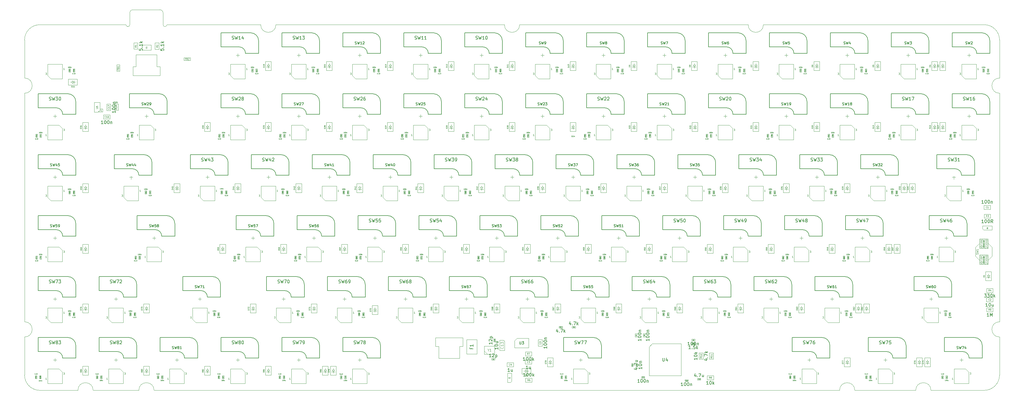
<source format=gbr>
%TF.GenerationSoftware,KiCad,Pcbnew,(6.0.2-0)*%
%TF.CreationDate,2022-04-22T07:40:39+07:00*%
%TF.ProjectId,kb-lone,6b622d6c-6f6e-4652-9e6b-696361645f70,rev?*%
%TF.SameCoordinates,Original*%
%TF.FileFunction,AssemblyDrawing,Top*%
%FSLAX46Y46*%
G04 Gerber Fmt 4.6, Leading zero omitted, Abs format (unit mm)*
G04 Created by KiCad (PCBNEW (6.0.2-0)) date 2022-04-22 07:40:39*
%MOMM*%
%LPD*%
G01*
G04 APERTURE LIST*
%TA.AperFunction,Profile*%
%ADD10C,0.100000*%
%TD*%
%ADD11C,0.125000*%
%ADD12C,0.080000*%
%ADD13C,0.060000*%
%ADD14C,0.040000*%
%ADD15C,0.160000*%
%ADD16C,0.150000*%
%ADD17C,0.090000*%
%ADD18C,0.050000*%
%ADD19C,0.200000*%
%ADD20C,0.120000*%
%ADD21C,0.076200*%
%ADD22C,0.075000*%
%ADD23C,0.100000*%
%ADD24C,0.105000*%
%ADD25C,0.127000*%
G04 APERTURE END LIST*
D10*
X311943750Y-169068750D02*
X330993750Y-169068750D01*
X92868750Y-169068750D02*
X307181250Y-169068750D01*
X126206250Y-54768750D02*
G75*
G03*
X130968750Y-54768750I2381250J0D01*
G01*
X95690000Y-54768842D02*
G75*
G03*
X96880626Y-54768796I595313J0D01*
G01*
X357187500Y-164306250D02*
X357187500Y-152400000D01*
X95692892Y-51087104D02*
X95690000Y-54768842D01*
X57150000Y-169068750D02*
X69056250Y-169068750D01*
X73818750Y-169068750D02*
X88106250Y-169068750D01*
X357187500Y-71437500D02*
G75*
G03*
X357187500Y-76200000I0J-2381250D01*
G01*
X335756250Y-169068750D02*
G75*
G03*
X330993750Y-169068750I-2381250J0D01*
G01*
X52387500Y-59531250D02*
X52387500Y-71437500D01*
X52387500Y-164306250D02*
G75*
G03*
X57150000Y-169068750I4762500J0D01*
G01*
X126206250Y-54768750D02*
X96880626Y-54768796D01*
X352425000Y-54768750D02*
X283368750Y-54768750D01*
X357187500Y-147637500D02*
X357187500Y-76200000D01*
X86287104Y-50087108D02*
X94692896Y-50087108D01*
X85287108Y-51087104D02*
X85287108Y-54768750D01*
X57150000Y-54768750D02*
G75*
G03*
X52387500Y-59531250I0J-4762500D01*
G01*
X202406250Y-54768750D02*
G75*
G03*
X207168750Y-54768750I2381250J0D01*
G01*
X278606250Y-54768750D02*
G75*
G03*
X283368750Y-54768750I2381250J0D01*
G01*
X352425000Y-169068750D02*
G75*
G03*
X357187500Y-164306250I0J4762500D01*
G01*
X95692892Y-51087104D02*
G75*
G03*
X94692896Y-50087108I-999996J0D01*
G01*
X84096482Y-54768796D02*
G75*
G03*
X85287108Y-54768750I595313J0D01*
G01*
X311943750Y-169068750D02*
G75*
G03*
X307181250Y-169068750I-2381250J0D01*
G01*
X84096482Y-54768796D02*
X57150000Y-54768750D01*
X335756250Y-169068750D02*
X352425000Y-169068750D01*
X357187500Y-59531250D02*
G75*
G03*
X352425000Y-54768750I-4762500J0D01*
G01*
X278606250Y-54768750D02*
X207168750Y-54768750D01*
X357187500Y-71437500D02*
X357187500Y-59531250D01*
X357187500Y-147637500D02*
G75*
G03*
X357187500Y-152400000I0J-2381250D01*
G01*
X73818750Y-169068750D02*
G75*
G03*
X69056250Y-169068750I-2381250J0D01*
G01*
X86287104Y-50087108D02*
G75*
G03*
X85287108Y-51087104I0J-999996D01*
G01*
X52387500Y-76200000D02*
X52387500Y-147637500D01*
X52387500Y-152400000D02*
G75*
G03*
X52387500Y-147637500I0J2381250D01*
G01*
X52387500Y-76200000D02*
G75*
G03*
X52387500Y-71437500I0J2381250D01*
G01*
X52387500Y-152400000D02*
X52387500Y-164306250D01*
X92868750Y-169068750D02*
G75*
G03*
X88106250Y-169068750I-2381250J0D01*
G01*
X202406250Y-54768750D02*
X130968750Y-54768750D01*
D11*
%TO.C,D131*%
X297902333Y-125484190D02*
X298211857Y-125484190D01*
X298045190Y-125674666D01*
X298116619Y-125674666D01*
X298164238Y-125698476D01*
X298188047Y-125722285D01*
X298211857Y-125769904D01*
X298211857Y-125888952D01*
X298188047Y-125936571D01*
X298164238Y-125960380D01*
X298116619Y-125984190D01*
X297973761Y-125984190D01*
X297926142Y-125960380D01*
X297902333Y-125936571D01*
X292623857Y-127558990D02*
X292338142Y-127558990D01*
X292481000Y-127558990D02*
X292481000Y-127058990D01*
X292433380Y-127130419D01*
X292385761Y-127178038D01*
X292338142Y-127201847D01*
D12*
%TO.C,D20*%
X298820952Y-87215714D02*
X298420952Y-87215714D01*
X298420952Y-87120476D01*
X298440000Y-87063333D01*
X298478095Y-87025238D01*
X298516190Y-87006190D01*
X298592380Y-86987142D01*
X298649523Y-86987142D01*
X298725714Y-87006190D01*
X298763809Y-87025238D01*
X298801904Y-87063333D01*
X298820952Y-87120476D01*
X298820952Y-87215714D01*
X298459047Y-86834761D02*
X298440000Y-86815714D01*
X298420952Y-86777619D01*
X298420952Y-86682380D01*
X298440000Y-86644285D01*
X298459047Y-86625238D01*
X298497142Y-86606190D01*
X298535238Y-86606190D01*
X298592380Y-86625238D01*
X298820952Y-86853809D01*
X298820952Y-86606190D01*
X298420952Y-86358571D02*
X298420952Y-86320476D01*
X298440000Y-86282380D01*
X298459047Y-86263333D01*
X298497142Y-86244285D01*
X298573333Y-86225238D01*
X298668571Y-86225238D01*
X298744761Y-86244285D01*
X298782857Y-86263333D01*
X298801904Y-86282380D01*
X298820952Y-86320476D01*
X298820952Y-86358571D01*
X298801904Y-86396666D01*
X298782857Y-86415714D01*
X298744761Y-86434761D01*
X298668571Y-86453809D01*
X298573333Y-86453809D01*
X298497142Y-86434761D01*
X298459047Y-86415714D01*
X298440000Y-86396666D01*
X298420952Y-86358571D01*
%TO.C,D70*%
X160710952Y-144415714D02*
X160310952Y-144415714D01*
X160310952Y-144320476D01*
X160330000Y-144263333D01*
X160368095Y-144225238D01*
X160406190Y-144206190D01*
X160482380Y-144187142D01*
X160539523Y-144187142D01*
X160615714Y-144206190D01*
X160653809Y-144225238D01*
X160691904Y-144263333D01*
X160710952Y-144320476D01*
X160710952Y-144415714D01*
X160310952Y-144053809D02*
X160310952Y-143787142D01*
X160710952Y-143958571D01*
X160310952Y-143558571D02*
X160310952Y-143520476D01*
X160330000Y-143482380D01*
X160349047Y-143463333D01*
X160387142Y-143444285D01*
X160463333Y-143425238D01*
X160558571Y-143425238D01*
X160634761Y-143444285D01*
X160672857Y-143463333D01*
X160691904Y-143482380D01*
X160710952Y-143520476D01*
X160710952Y-143558571D01*
X160691904Y-143596666D01*
X160672857Y-143615714D01*
X160634761Y-143634761D01*
X160558571Y-143653809D01*
X160463333Y-143653809D01*
X160387142Y-143634761D01*
X160349047Y-143615714D01*
X160330000Y-143596666D01*
X160310952Y-143558571D01*
D13*
%TO.C,R80*%
X196097142Y-146085714D02*
X195954285Y-146085714D01*
X195940000Y-146228571D01*
X195954285Y-146214285D01*
X195982857Y-146200000D01*
X196054285Y-146200000D01*
X196082857Y-146214285D01*
X196097142Y-146228571D01*
X196111428Y-146257142D01*
X196111428Y-146328571D01*
X196097142Y-146357142D01*
X196082857Y-146371428D01*
X196054285Y-146385714D01*
X195982857Y-146385714D01*
X195954285Y-146371428D01*
X195940000Y-146357142D01*
X196240000Y-146357142D02*
X196254285Y-146371428D01*
X196240000Y-146385714D01*
X196225714Y-146371428D01*
X196240000Y-146357142D01*
X196240000Y-146385714D01*
X196540000Y-146385714D02*
X196368571Y-146385714D01*
X196454285Y-146385714D02*
X196454285Y-146085714D01*
X196425714Y-146128571D01*
X196397142Y-146157142D01*
X196368571Y-146171428D01*
X196840000Y-146385714D02*
X196740000Y-146242857D01*
X196668571Y-146385714D02*
X196668571Y-146085714D01*
X196782857Y-146085714D01*
X196811428Y-146100000D01*
X196825714Y-146114285D01*
X196840000Y-146142857D01*
X196840000Y-146185714D01*
X196825714Y-146214285D01*
X196811428Y-146228571D01*
X196782857Y-146242857D01*
X196668571Y-146242857D01*
D14*
X196503095Y-145410714D02*
X196384047Y-145494047D01*
X196503095Y-145553571D02*
X196253095Y-145553571D01*
X196253095Y-145458333D01*
X196265000Y-145434523D01*
X196276904Y-145422619D01*
X196300714Y-145410714D01*
X196336428Y-145410714D01*
X196360238Y-145422619D01*
X196372142Y-145434523D01*
X196384047Y-145458333D01*
X196384047Y-145553571D01*
X196360238Y-145267857D02*
X196348333Y-145291666D01*
X196336428Y-145303571D01*
X196312619Y-145315476D01*
X196300714Y-145315476D01*
X196276904Y-145303571D01*
X196265000Y-145291666D01*
X196253095Y-145267857D01*
X196253095Y-145220238D01*
X196265000Y-145196428D01*
X196276904Y-145184523D01*
X196300714Y-145172619D01*
X196312619Y-145172619D01*
X196336428Y-145184523D01*
X196348333Y-145196428D01*
X196360238Y-145220238D01*
X196360238Y-145267857D01*
X196372142Y-145291666D01*
X196384047Y-145303571D01*
X196407857Y-145315476D01*
X196455476Y-145315476D01*
X196479285Y-145303571D01*
X196491190Y-145291666D01*
X196503095Y-145267857D01*
X196503095Y-145220238D01*
X196491190Y-145196428D01*
X196479285Y-145184523D01*
X196455476Y-145172619D01*
X196407857Y-145172619D01*
X196384047Y-145184523D01*
X196372142Y-145196428D01*
X196360238Y-145220238D01*
X196253095Y-145017857D02*
X196253095Y-144994047D01*
X196265000Y-144970238D01*
X196276904Y-144958333D01*
X196300714Y-144946428D01*
X196348333Y-144934523D01*
X196407857Y-144934523D01*
X196455476Y-144946428D01*
X196479285Y-144958333D01*
X196491190Y-144970238D01*
X196503095Y-144994047D01*
X196503095Y-145017857D01*
X196491190Y-145041666D01*
X196479285Y-145053571D01*
X196455476Y-145065476D01*
X196407857Y-145077380D01*
X196348333Y-145077380D01*
X196300714Y-145065476D01*
X196276904Y-145053571D01*
X196265000Y-145041666D01*
X196253095Y-145017857D01*
D13*
%TO.C,R18*%
X296107142Y-69885714D02*
X295964285Y-69885714D01*
X295950000Y-70028571D01*
X295964285Y-70014285D01*
X295992857Y-70000000D01*
X296064285Y-70000000D01*
X296092857Y-70014285D01*
X296107142Y-70028571D01*
X296121428Y-70057142D01*
X296121428Y-70128571D01*
X296107142Y-70157142D01*
X296092857Y-70171428D01*
X296064285Y-70185714D01*
X295992857Y-70185714D01*
X295964285Y-70171428D01*
X295950000Y-70157142D01*
X296250000Y-70157142D02*
X296264285Y-70171428D01*
X296250000Y-70185714D01*
X296235714Y-70171428D01*
X296250000Y-70157142D01*
X296250000Y-70185714D01*
X296550000Y-70185714D02*
X296378571Y-70185714D01*
X296464285Y-70185714D02*
X296464285Y-69885714D01*
X296435714Y-69928571D01*
X296407142Y-69957142D01*
X296378571Y-69971428D01*
X296850000Y-70185714D02*
X296750000Y-70042857D01*
X296678571Y-70185714D02*
X296678571Y-69885714D01*
X296792857Y-69885714D01*
X296821428Y-69900000D01*
X296835714Y-69914285D01*
X296850000Y-69942857D01*
X296850000Y-69985714D01*
X296835714Y-70014285D01*
X296821428Y-70028571D01*
X296792857Y-70042857D01*
X296678571Y-70042857D01*
D14*
X296513095Y-69210714D02*
X296394047Y-69294047D01*
X296513095Y-69353571D02*
X296263095Y-69353571D01*
X296263095Y-69258333D01*
X296275000Y-69234523D01*
X296286904Y-69222619D01*
X296310714Y-69210714D01*
X296346428Y-69210714D01*
X296370238Y-69222619D01*
X296382142Y-69234523D01*
X296394047Y-69258333D01*
X296394047Y-69353571D01*
X296513095Y-68972619D02*
X296513095Y-69115476D01*
X296513095Y-69044047D02*
X296263095Y-69044047D01*
X296298809Y-69067857D01*
X296322619Y-69091666D01*
X296334523Y-69115476D01*
X296370238Y-68829761D02*
X296358333Y-68853571D01*
X296346428Y-68865476D01*
X296322619Y-68877380D01*
X296310714Y-68877380D01*
X296286904Y-68865476D01*
X296275000Y-68853571D01*
X296263095Y-68829761D01*
X296263095Y-68782142D01*
X296275000Y-68758333D01*
X296286904Y-68746428D01*
X296310714Y-68734523D01*
X296322619Y-68734523D01*
X296346428Y-68746428D01*
X296358333Y-68758333D01*
X296370238Y-68782142D01*
X296370238Y-68829761D01*
X296382142Y-68853571D01*
X296394047Y-68865476D01*
X296417857Y-68877380D01*
X296465476Y-68877380D01*
X296489285Y-68865476D01*
X296501190Y-68853571D01*
X296513095Y-68829761D01*
X296513095Y-68782142D01*
X296501190Y-68758333D01*
X296489285Y-68746428D01*
X296465476Y-68734523D01*
X296417857Y-68734523D01*
X296394047Y-68746428D01*
X296382142Y-68758333D01*
X296370238Y-68782142D01*
D12*
%TO.C,D40*%
X194040952Y-106325714D02*
X193640952Y-106325714D01*
X193640952Y-106230476D01*
X193660000Y-106173333D01*
X193698095Y-106135238D01*
X193736190Y-106116190D01*
X193812380Y-106097142D01*
X193869523Y-106097142D01*
X193945714Y-106116190D01*
X193983809Y-106135238D01*
X194021904Y-106173333D01*
X194040952Y-106230476D01*
X194040952Y-106325714D01*
X193774285Y-105754285D02*
X194040952Y-105754285D01*
X193621904Y-105849523D02*
X193907619Y-105944761D01*
X193907619Y-105697142D01*
X193640952Y-105468571D02*
X193640952Y-105430476D01*
X193660000Y-105392380D01*
X193679047Y-105373333D01*
X193717142Y-105354285D01*
X193793333Y-105335238D01*
X193888571Y-105335238D01*
X193964761Y-105354285D01*
X194002857Y-105373333D01*
X194021904Y-105392380D01*
X194040952Y-105430476D01*
X194040952Y-105468571D01*
X194021904Y-105506666D01*
X194002857Y-105525714D01*
X193964761Y-105544761D01*
X193888571Y-105563809D01*
X193793333Y-105563809D01*
X193717142Y-105544761D01*
X193679047Y-105525714D01*
X193660000Y-105506666D01*
X193640952Y-105468571D01*
D11*
%TO.C,D143*%
X332795583Y-146058190D02*
X333105107Y-146058190D01*
X332938440Y-146248666D01*
X333009869Y-146248666D01*
X333057488Y-146272476D01*
X333081297Y-146296285D01*
X333105107Y-146343904D01*
X333105107Y-146462952D01*
X333081297Y-146510571D01*
X333057488Y-146534380D01*
X333009869Y-146558190D01*
X332867011Y-146558190D01*
X332819392Y-146534380D01*
X332795583Y-146510571D01*
X338693107Y-144983390D02*
X338407392Y-144983390D01*
X338550250Y-144983390D02*
X338550250Y-144483390D01*
X338502630Y-144554819D01*
X338455011Y-144602438D01*
X338407392Y-144626247D01*
D12*
%TO.C,D84*%
X70210952Y-163415714D02*
X69810952Y-163415714D01*
X69810952Y-163320476D01*
X69830000Y-163263333D01*
X69868095Y-163225238D01*
X69906190Y-163206190D01*
X69982380Y-163187142D01*
X70039523Y-163187142D01*
X70115714Y-163206190D01*
X70153809Y-163225238D01*
X70191904Y-163263333D01*
X70210952Y-163320476D01*
X70210952Y-163415714D01*
X69982380Y-162958571D02*
X69963333Y-162996666D01*
X69944285Y-163015714D01*
X69906190Y-163034761D01*
X69887142Y-163034761D01*
X69849047Y-163015714D01*
X69830000Y-162996666D01*
X69810952Y-162958571D01*
X69810952Y-162882380D01*
X69830000Y-162844285D01*
X69849047Y-162825238D01*
X69887142Y-162806190D01*
X69906190Y-162806190D01*
X69944285Y-162825238D01*
X69963333Y-162844285D01*
X69982380Y-162882380D01*
X69982380Y-162958571D01*
X70001428Y-162996666D01*
X70020476Y-163015714D01*
X70058571Y-163034761D01*
X70134761Y-163034761D01*
X70172857Y-163015714D01*
X70191904Y-162996666D01*
X70210952Y-162958571D01*
X70210952Y-162882380D01*
X70191904Y-162844285D01*
X70172857Y-162825238D01*
X70134761Y-162806190D01*
X70058571Y-162806190D01*
X70020476Y-162825238D01*
X70001428Y-162844285D01*
X69982380Y-162882380D01*
X69944285Y-162463333D02*
X70210952Y-162463333D01*
X69791904Y-162558571D02*
X70077619Y-162653809D01*
X70077619Y-162406190D01*
D15*
%TO.C,SW56*%
X141427380Y-117967559D02*
X141541666Y-118005654D01*
X141732142Y-118005654D01*
X141808333Y-117967559D01*
X141846428Y-117929464D01*
X141884523Y-117853273D01*
X141884523Y-117777083D01*
X141846428Y-117700892D01*
X141808333Y-117662797D01*
X141732142Y-117624702D01*
X141579761Y-117586607D01*
X141503571Y-117548511D01*
X141465476Y-117510416D01*
X141427380Y-117434226D01*
X141427380Y-117358035D01*
X141465476Y-117281845D01*
X141503571Y-117243750D01*
X141579761Y-117205654D01*
X141770238Y-117205654D01*
X141884523Y-117243750D01*
X142151190Y-117205654D02*
X142341666Y-118005654D01*
X142494047Y-117434226D01*
X142646428Y-118005654D01*
X142836904Y-117205654D01*
X143522619Y-117205654D02*
X143141666Y-117205654D01*
X143103571Y-117586607D01*
X143141666Y-117548511D01*
X143217857Y-117510416D01*
X143408333Y-117510416D01*
X143484523Y-117548511D01*
X143522619Y-117586607D01*
X143560714Y-117662797D01*
X143560714Y-117853273D01*
X143522619Y-117929464D01*
X143484523Y-117967559D01*
X143408333Y-118005654D01*
X143217857Y-118005654D01*
X143141666Y-117967559D01*
X143103571Y-117929464D01*
X144246428Y-117205654D02*
X144094047Y-117205654D01*
X144017857Y-117243750D01*
X143979761Y-117281845D01*
X143903571Y-117396130D01*
X143865476Y-117548511D01*
X143865476Y-117853273D01*
X143903571Y-117929464D01*
X143941666Y-117967559D01*
X144017857Y-118005654D01*
X144170238Y-118005654D01*
X144246428Y-117967559D01*
X144284523Y-117929464D01*
X144322619Y-117853273D01*
X144322619Y-117662797D01*
X144284523Y-117586607D01*
X144246428Y-117548511D01*
X144170238Y-117510416D01*
X144017857Y-117510416D01*
X143941666Y-117548511D01*
X143903571Y-117586607D01*
X143865476Y-117662797D01*
D16*
%TO.C,SW33*%
X298227976Y-97398511D02*
X298370833Y-97446130D01*
X298608928Y-97446130D01*
X298704166Y-97398511D01*
X298751785Y-97350892D01*
X298799404Y-97255654D01*
X298799404Y-97160416D01*
X298751785Y-97065178D01*
X298704166Y-97017559D01*
X298608928Y-96969940D01*
X298418452Y-96922321D01*
X298323214Y-96874702D01*
X298275595Y-96827083D01*
X298227976Y-96731845D01*
X298227976Y-96636607D01*
X298275595Y-96541369D01*
X298323214Y-96493750D01*
X298418452Y-96446130D01*
X298656547Y-96446130D01*
X298799404Y-96493750D01*
X299132738Y-96446130D02*
X299370833Y-97446130D01*
X299561309Y-96731845D01*
X299751785Y-97446130D01*
X299989880Y-96446130D01*
X300275595Y-96446130D02*
X300894642Y-96446130D01*
X300561309Y-96827083D01*
X300704166Y-96827083D01*
X300799404Y-96874702D01*
X300847023Y-96922321D01*
X300894642Y-97017559D01*
X300894642Y-97255654D01*
X300847023Y-97350892D01*
X300799404Y-97398511D01*
X300704166Y-97446130D01*
X300418452Y-97446130D01*
X300323214Y-97398511D01*
X300275595Y-97350892D01*
X301227976Y-96446130D02*
X301847023Y-96446130D01*
X301513690Y-96827083D01*
X301656547Y-96827083D01*
X301751785Y-96874702D01*
X301799404Y-96922321D01*
X301847023Y-97017559D01*
X301847023Y-97255654D01*
X301799404Y-97350892D01*
X301751785Y-97398511D01*
X301656547Y-97446130D01*
X301370833Y-97446130D01*
X301275595Y-97398511D01*
X301227976Y-97350892D01*
%TO.C,SW72*%
X79152976Y-135498511D02*
X79295833Y-135546130D01*
X79533928Y-135546130D01*
X79629166Y-135498511D01*
X79676785Y-135450892D01*
X79724404Y-135355654D01*
X79724404Y-135260416D01*
X79676785Y-135165178D01*
X79629166Y-135117559D01*
X79533928Y-135069940D01*
X79343452Y-135022321D01*
X79248214Y-134974702D01*
X79200595Y-134927083D01*
X79152976Y-134831845D01*
X79152976Y-134736607D01*
X79200595Y-134641369D01*
X79248214Y-134593750D01*
X79343452Y-134546130D01*
X79581547Y-134546130D01*
X79724404Y-134593750D01*
X80057738Y-134546130D02*
X80295833Y-135546130D01*
X80486309Y-134831845D01*
X80676785Y-135546130D01*
X80914880Y-134546130D01*
X81200595Y-134546130D02*
X81867261Y-134546130D01*
X81438690Y-135546130D01*
X82200595Y-134641369D02*
X82248214Y-134593750D01*
X82343452Y-134546130D01*
X82581547Y-134546130D01*
X82676785Y-134593750D01*
X82724404Y-134641369D01*
X82772023Y-134736607D01*
X82772023Y-134831845D01*
X82724404Y-134974702D01*
X82152976Y-135546130D01*
X82772023Y-135546130D01*
D11*
%TO.C,D96*%
X135151833Y-69858190D02*
X135461357Y-69858190D01*
X135294690Y-70048666D01*
X135366119Y-70048666D01*
X135413738Y-70072476D01*
X135437547Y-70096285D01*
X135461357Y-70143904D01*
X135461357Y-70262952D01*
X135437547Y-70310571D01*
X135413738Y-70334380D01*
X135366119Y-70358190D01*
X135223261Y-70358190D01*
X135175642Y-70334380D01*
X135151833Y-70310571D01*
X141049357Y-68783390D02*
X140763642Y-68783390D01*
X140906500Y-68783390D02*
X140906500Y-68283390D01*
X140858880Y-68354819D01*
X140811261Y-68402438D01*
X140763642Y-68426247D01*
D12*
%TO.C,D41*%
X174980952Y-106325714D02*
X174580952Y-106325714D01*
X174580952Y-106230476D01*
X174600000Y-106173333D01*
X174638095Y-106135238D01*
X174676190Y-106116190D01*
X174752380Y-106097142D01*
X174809523Y-106097142D01*
X174885714Y-106116190D01*
X174923809Y-106135238D01*
X174961904Y-106173333D01*
X174980952Y-106230476D01*
X174980952Y-106325714D01*
X174714285Y-105754285D02*
X174980952Y-105754285D01*
X174561904Y-105849523D02*
X174847619Y-105944761D01*
X174847619Y-105697142D01*
X174980952Y-105335238D02*
X174980952Y-105563809D01*
X174980952Y-105449523D02*
X174580952Y-105449523D01*
X174638095Y-105487619D01*
X174676190Y-105525714D01*
X174695238Y-105563809D01*
D16*
%TO.C,C9*%
X198257142Y-158642380D02*
X197685714Y-158642380D01*
X197971428Y-158642380D02*
X197971428Y-157642380D01*
X197876190Y-157785238D01*
X197780952Y-157880476D01*
X197685714Y-157928095D01*
X198638095Y-157737619D02*
X198685714Y-157690000D01*
X198780952Y-157642380D01*
X199019047Y-157642380D01*
X199114285Y-157690000D01*
X199161904Y-157737619D01*
X199209523Y-157832857D01*
X199209523Y-157928095D01*
X199161904Y-158070952D01*
X198590476Y-158642380D01*
X199209523Y-158642380D01*
X199638095Y-157975714D02*
X199638095Y-158975714D01*
X199638095Y-158023333D02*
X199733333Y-157975714D01*
X199923809Y-157975714D01*
X200019047Y-158023333D01*
X200066666Y-158070952D01*
X200114285Y-158166190D01*
X200114285Y-158451904D01*
X200066666Y-158547142D01*
X200019047Y-158594761D01*
X199923809Y-158642380D01*
X199733333Y-158642380D01*
X199638095Y-158594761D01*
D14*
X198858333Y-159439285D02*
X198846428Y-159451190D01*
X198810714Y-159463095D01*
X198786904Y-159463095D01*
X198751190Y-159451190D01*
X198727380Y-159427380D01*
X198715476Y-159403571D01*
X198703571Y-159355952D01*
X198703571Y-159320238D01*
X198715476Y-159272619D01*
X198727380Y-159248809D01*
X198751190Y-159225000D01*
X198786904Y-159213095D01*
X198810714Y-159213095D01*
X198846428Y-159225000D01*
X198858333Y-159236904D01*
X198977380Y-159463095D02*
X199025000Y-159463095D01*
X199048809Y-159451190D01*
X199060714Y-159439285D01*
X199084523Y-159403571D01*
X199096428Y-159355952D01*
X199096428Y-159260714D01*
X199084523Y-159236904D01*
X199072619Y-159225000D01*
X199048809Y-159213095D01*
X199001190Y-159213095D01*
X198977380Y-159225000D01*
X198965476Y-159236904D01*
X198953571Y-159260714D01*
X198953571Y-159320238D01*
X198965476Y-159344047D01*
X198977380Y-159355952D01*
X199001190Y-159367857D01*
X199048809Y-159367857D01*
X199072619Y-159355952D01*
X199084523Y-159344047D01*
X199096428Y-159320238D01*
D13*
%TO.C,C93*%
X292704285Y-166075714D02*
X292532857Y-166075714D01*
X292618571Y-166075714D02*
X292618571Y-165775714D01*
X292590000Y-165818571D01*
X292561428Y-165847142D01*
X292532857Y-165861428D01*
X292890000Y-165775714D02*
X292918571Y-165775714D01*
X292947142Y-165790000D01*
X292961428Y-165804285D01*
X292975714Y-165832857D01*
X292990000Y-165890000D01*
X292990000Y-165961428D01*
X292975714Y-166018571D01*
X292961428Y-166047142D01*
X292947142Y-166061428D01*
X292918571Y-166075714D01*
X292890000Y-166075714D01*
X292861428Y-166061428D01*
X292847142Y-166047142D01*
X292832857Y-166018571D01*
X292818571Y-165961428D01*
X292818571Y-165890000D01*
X292832857Y-165832857D01*
X292847142Y-165804285D01*
X292861428Y-165790000D01*
X292890000Y-165775714D01*
X293175714Y-165775714D02*
X293204285Y-165775714D01*
X293232857Y-165790000D01*
X293247142Y-165804285D01*
X293261428Y-165832857D01*
X293275714Y-165890000D01*
X293275714Y-165961428D01*
X293261428Y-166018571D01*
X293247142Y-166047142D01*
X293232857Y-166061428D01*
X293204285Y-166075714D01*
X293175714Y-166075714D01*
X293147142Y-166061428D01*
X293132857Y-166047142D01*
X293118571Y-166018571D01*
X293104285Y-165961428D01*
X293104285Y-165890000D01*
X293118571Y-165832857D01*
X293132857Y-165804285D01*
X293147142Y-165790000D01*
X293175714Y-165775714D01*
X293404285Y-165875714D02*
X293404285Y-166075714D01*
X293404285Y-165904285D02*
X293418571Y-165890000D01*
X293447142Y-165875714D01*
X293490000Y-165875714D01*
X293518571Y-165890000D01*
X293532857Y-165918571D01*
X293532857Y-166075714D01*
D14*
X293129285Y-165100714D02*
X293141190Y-165112619D01*
X293153095Y-165148333D01*
X293153095Y-165172142D01*
X293141190Y-165207857D01*
X293117380Y-165231666D01*
X293093571Y-165243571D01*
X293045952Y-165255476D01*
X293010238Y-165255476D01*
X292962619Y-165243571D01*
X292938809Y-165231666D01*
X292915000Y-165207857D01*
X292903095Y-165172142D01*
X292903095Y-165148333D01*
X292915000Y-165112619D01*
X292926904Y-165100714D01*
X293153095Y-164981666D02*
X293153095Y-164934047D01*
X293141190Y-164910238D01*
X293129285Y-164898333D01*
X293093571Y-164874523D01*
X293045952Y-164862619D01*
X292950714Y-164862619D01*
X292926904Y-164874523D01*
X292915000Y-164886428D01*
X292903095Y-164910238D01*
X292903095Y-164957857D01*
X292915000Y-164981666D01*
X292926904Y-164993571D01*
X292950714Y-165005476D01*
X293010238Y-165005476D01*
X293034047Y-164993571D01*
X293045952Y-164981666D01*
X293057857Y-164957857D01*
X293057857Y-164910238D01*
X293045952Y-164886428D01*
X293034047Y-164874523D01*
X293010238Y-164862619D01*
X292903095Y-164779285D02*
X292903095Y-164624523D01*
X292998333Y-164707857D01*
X292998333Y-164672142D01*
X293010238Y-164648333D01*
X293022142Y-164636428D01*
X293045952Y-164624523D01*
X293105476Y-164624523D01*
X293129285Y-164636428D01*
X293141190Y-164648333D01*
X293153095Y-164672142D01*
X293153095Y-164743571D01*
X293141190Y-164767380D01*
X293129285Y-164779285D01*
D11*
%TO.C,D158*%
X318817607Y-165658990D02*
X318531892Y-165658990D01*
X318674750Y-165658990D02*
X318674750Y-165158990D01*
X318627130Y-165230419D01*
X318579511Y-165278038D01*
X318531892Y-165301847D01*
X324096083Y-163584190D02*
X324405607Y-163584190D01*
X324238940Y-163774666D01*
X324310369Y-163774666D01*
X324357988Y-163798476D01*
X324381797Y-163822285D01*
X324405607Y-163869904D01*
X324405607Y-163988952D01*
X324381797Y-164036571D01*
X324357988Y-164060380D01*
X324310369Y-164084190D01*
X324167511Y-164084190D01*
X324119892Y-164060380D01*
X324096083Y-164036571D01*
D13*
%TO.C,C55*%
X208964285Y-106285714D02*
X208792857Y-106285714D01*
X208878571Y-106285714D02*
X208878571Y-105985714D01*
X208850000Y-106028571D01*
X208821428Y-106057142D01*
X208792857Y-106071428D01*
X209150000Y-105985714D02*
X209178571Y-105985714D01*
X209207142Y-106000000D01*
X209221428Y-106014285D01*
X209235714Y-106042857D01*
X209250000Y-106100000D01*
X209250000Y-106171428D01*
X209235714Y-106228571D01*
X209221428Y-106257142D01*
X209207142Y-106271428D01*
X209178571Y-106285714D01*
X209150000Y-106285714D01*
X209121428Y-106271428D01*
X209107142Y-106257142D01*
X209092857Y-106228571D01*
X209078571Y-106171428D01*
X209078571Y-106100000D01*
X209092857Y-106042857D01*
X209107142Y-106014285D01*
X209121428Y-106000000D01*
X209150000Y-105985714D01*
X209435714Y-105985714D02*
X209464285Y-105985714D01*
X209492857Y-106000000D01*
X209507142Y-106014285D01*
X209521428Y-106042857D01*
X209535714Y-106100000D01*
X209535714Y-106171428D01*
X209521428Y-106228571D01*
X209507142Y-106257142D01*
X209492857Y-106271428D01*
X209464285Y-106285714D01*
X209435714Y-106285714D01*
X209407142Y-106271428D01*
X209392857Y-106257142D01*
X209378571Y-106228571D01*
X209364285Y-106171428D01*
X209364285Y-106100000D01*
X209378571Y-106042857D01*
X209392857Y-106014285D01*
X209407142Y-106000000D01*
X209435714Y-105985714D01*
X209664285Y-106085714D02*
X209664285Y-106285714D01*
X209664285Y-106114285D02*
X209678571Y-106100000D01*
X209707142Y-106085714D01*
X209750000Y-106085714D01*
X209778571Y-106100000D01*
X209792857Y-106128571D01*
X209792857Y-106285714D01*
D14*
X209389285Y-107310714D02*
X209401190Y-107322619D01*
X209413095Y-107358333D01*
X209413095Y-107382142D01*
X209401190Y-107417857D01*
X209377380Y-107441666D01*
X209353571Y-107453571D01*
X209305952Y-107465476D01*
X209270238Y-107465476D01*
X209222619Y-107453571D01*
X209198809Y-107441666D01*
X209175000Y-107417857D01*
X209163095Y-107382142D01*
X209163095Y-107358333D01*
X209175000Y-107322619D01*
X209186904Y-107310714D01*
X209163095Y-107084523D02*
X209163095Y-107203571D01*
X209282142Y-107215476D01*
X209270238Y-107203571D01*
X209258333Y-107179761D01*
X209258333Y-107120238D01*
X209270238Y-107096428D01*
X209282142Y-107084523D01*
X209305952Y-107072619D01*
X209365476Y-107072619D01*
X209389285Y-107084523D01*
X209401190Y-107096428D01*
X209413095Y-107120238D01*
X209413095Y-107179761D01*
X209401190Y-107203571D01*
X209389285Y-107215476D01*
X209163095Y-106846428D02*
X209163095Y-106965476D01*
X209282142Y-106977380D01*
X209270238Y-106965476D01*
X209258333Y-106941666D01*
X209258333Y-106882142D01*
X209270238Y-106858333D01*
X209282142Y-106846428D01*
X209305952Y-106834523D01*
X209365476Y-106834523D01*
X209389285Y-106846428D01*
X209401190Y-106858333D01*
X209413095Y-106882142D01*
X209413095Y-106941666D01*
X209401190Y-106965476D01*
X209389285Y-106977380D01*
D13*
%TO.C,C34*%
X323754285Y-88595714D02*
X323582857Y-88595714D01*
X323668571Y-88595714D02*
X323668571Y-88295714D01*
X323640000Y-88338571D01*
X323611428Y-88367142D01*
X323582857Y-88381428D01*
X323940000Y-88295714D02*
X323968571Y-88295714D01*
X323997142Y-88310000D01*
X324011428Y-88324285D01*
X324025714Y-88352857D01*
X324040000Y-88410000D01*
X324040000Y-88481428D01*
X324025714Y-88538571D01*
X324011428Y-88567142D01*
X323997142Y-88581428D01*
X323968571Y-88595714D01*
X323940000Y-88595714D01*
X323911428Y-88581428D01*
X323897142Y-88567142D01*
X323882857Y-88538571D01*
X323868571Y-88481428D01*
X323868571Y-88410000D01*
X323882857Y-88352857D01*
X323897142Y-88324285D01*
X323911428Y-88310000D01*
X323940000Y-88295714D01*
X324225714Y-88295714D02*
X324254285Y-88295714D01*
X324282857Y-88310000D01*
X324297142Y-88324285D01*
X324311428Y-88352857D01*
X324325714Y-88410000D01*
X324325714Y-88481428D01*
X324311428Y-88538571D01*
X324297142Y-88567142D01*
X324282857Y-88581428D01*
X324254285Y-88595714D01*
X324225714Y-88595714D01*
X324197142Y-88581428D01*
X324182857Y-88567142D01*
X324168571Y-88538571D01*
X324154285Y-88481428D01*
X324154285Y-88410000D01*
X324168571Y-88352857D01*
X324182857Y-88324285D01*
X324197142Y-88310000D01*
X324225714Y-88295714D01*
X324454285Y-88395714D02*
X324454285Y-88595714D01*
X324454285Y-88424285D02*
X324468571Y-88410000D01*
X324497142Y-88395714D01*
X324540000Y-88395714D01*
X324568571Y-88410000D01*
X324582857Y-88438571D01*
X324582857Y-88595714D01*
D14*
X324179285Y-89620714D02*
X324191190Y-89632619D01*
X324203095Y-89668333D01*
X324203095Y-89692142D01*
X324191190Y-89727857D01*
X324167380Y-89751666D01*
X324143571Y-89763571D01*
X324095952Y-89775476D01*
X324060238Y-89775476D01*
X324012619Y-89763571D01*
X323988809Y-89751666D01*
X323965000Y-89727857D01*
X323953095Y-89692142D01*
X323953095Y-89668333D01*
X323965000Y-89632619D01*
X323976904Y-89620714D01*
X323953095Y-89537380D02*
X323953095Y-89382619D01*
X324048333Y-89465952D01*
X324048333Y-89430238D01*
X324060238Y-89406428D01*
X324072142Y-89394523D01*
X324095952Y-89382619D01*
X324155476Y-89382619D01*
X324179285Y-89394523D01*
X324191190Y-89406428D01*
X324203095Y-89430238D01*
X324203095Y-89501666D01*
X324191190Y-89525476D01*
X324179285Y-89537380D01*
X324036428Y-89168333D02*
X324203095Y-89168333D01*
X323941190Y-89227857D02*
X324119761Y-89287380D01*
X324119761Y-89132619D01*
D15*
%TO.C,SW7*%
X251345833Y-60817559D02*
X251460119Y-60855654D01*
X251650595Y-60855654D01*
X251726785Y-60817559D01*
X251764880Y-60779464D01*
X251802976Y-60703273D01*
X251802976Y-60627083D01*
X251764880Y-60550892D01*
X251726785Y-60512797D01*
X251650595Y-60474702D01*
X251498214Y-60436607D01*
X251422023Y-60398511D01*
X251383928Y-60360416D01*
X251345833Y-60284226D01*
X251345833Y-60208035D01*
X251383928Y-60131845D01*
X251422023Y-60093750D01*
X251498214Y-60055654D01*
X251688690Y-60055654D01*
X251802976Y-60093750D01*
X252069642Y-60055654D02*
X252260119Y-60855654D01*
X252412500Y-60284226D01*
X252564880Y-60855654D01*
X252755357Y-60055654D01*
X252983928Y-60055654D02*
X253517261Y-60055654D01*
X253174404Y-60855654D01*
D13*
%TO.C,R68*%
X155857142Y-128395714D02*
X155714285Y-128395714D01*
X155700000Y-128538571D01*
X155714285Y-128524285D01*
X155742857Y-128510000D01*
X155814285Y-128510000D01*
X155842857Y-128524285D01*
X155857142Y-128538571D01*
X155871428Y-128567142D01*
X155871428Y-128638571D01*
X155857142Y-128667142D01*
X155842857Y-128681428D01*
X155814285Y-128695714D01*
X155742857Y-128695714D01*
X155714285Y-128681428D01*
X155700000Y-128667142D01*
X156000000Y-128667142D02*
X156014285Y-128681428D01*
X156000000Y-128695714D01*
X155985714Y-128681428D01*
X156000000Y-128667142D01*
X156000000Y-128695714D01*
X156300000Y-128695714D02*
X156128571Y-128695714D01*
X156214285Y-128695714D02*
X156214285Y-128395714D01*
X156185714Y-128438571D01*
X156157142Y-128467142D01*
X156128571Y-128481428D01*
X156600000Y-128695714D02*
X156500000Y-128552857D01*
X156428571Y-128695714D02*
X156428571Y-128395714D01*
X156542857Y-128395714D01*
X156571428Y-128410000D01*
X156585714Y-128424285D01*
X156600000Y-128452857D01*
X156600000Y-128495714D01*
X156585714Y-128524285D01*
X156571428Y-128538571D01*
X156542857Y-128552857D01*
X156428571Y-128552857D01*
D14*
X156263095Y-127720714D02*
X156144047Y-127804047D01*
X156263095Y-127863571D02*
X156013095Y-127863571D01*
X156013095Y-127768333D01*
X156025000Y-127744523D01*
X156036904Y-127732619D01*
X156060714Y-127720714D01*
X156096428Y-127720714D01*
X156120238Y-127732619D01*
X156132142Y-127744523D01*
X156144047Y-127768333D01*
X156144047Y-127863571D01*
X156013095Y-127506428D02*
X156013095Y-127554047D01*
X156025000Y-127577857D01*
X156036904Y-127589761D01*
X156072619Y-127613571D01*
X156120238Y-127625476D01*
X156215476Y-127625476D01*
X156239285Y-127613571D01*
X156251190Y-127601666D01*
X156263095Y-127577857D01*
X156263095Y-127530238D01*
X156251190Y-127506428D01*
X156239285Y-127494523D01*
X156215476Y-127482619D01*
X156155952Y-127482619D01*
X156132142Y-127494523D01*
X156120238Y-127506428D01*
X156108333Y-127530238D01*
X156108333Y-127577857D01*
X156120238Y-127601666D01*
X156132142Y-127613571D01*
X156155952Y-127625476D01*
X156120238Y-127339761D02*
X156108333Y-127363571D01*
X156096428Y-127375476D01*
X156072619Y-127387380D01*
X156060714Y-127387380D01*
X156036904Y-127375476D01*
X156025000Y-127363571D01*
X156013095Y-127339761D01*
X156013095Y-127292142D01*
X156025000Y-127268333D01*
X156036904Y-127256428D01*
X156060714Y-127244523D01*
X156072619Y-127244523D01*
X156096428Y-127256428D01*
X156108333Y-127268333D01*
X156120238Y-127292142D01*
X156120238Y-127339761D01*
X156132142Y-127363571D01*
X156144047Y-127375476D01*
X156167857Y-127387380D01*
X156215476Y-127387380D01*
X156239285Y-127375476D01*
X156251190Y-127363571D01*
X156263095Y-127339761D01*
X156263095Y-127292142D01*
X156251190Y-127268333D01*
X156239285Y-127256428D01*
X156215476Y-127244523D01*
X156167857Y-127244523D01*
X156144047Y-127256428D01*
X156132142Y-127268333D01*
X156120238Y-127292142D01*
D12*
%TO.C,D37*%
X251190952Y-106325714D02*
X250790952Y-106325714D01*
X250790952Y-106230476D01*
X250810000Y-106173333D01*
X250848095Y-106135238D01*
X250886190Y-106116190D01*
X250962380Y-106097142D01*
X251019523Y-106097142D01*
X251095714Y-106116190D01*
X251133809Y-106135238D01*
X251171904Y-106173333D01*
X251190952Y-106230476D01*
X251190952Y-106325714D01*
X250790952Y-105963809D02*
X250790952Y-105716190D01*
X250943333Y-105849523D01*
X250943333Y-105792380D01*
X250962380Y-105754285D01*
X250981428Y-105735238D01*
X251019523Y-105716190D01*
X251114761Y-105716190D01*
X251152857Y-105735238D01*
X251171904Y-105754285D01*
X251190952Y-105792380D01*
X251190952Y-105906666D01*
X251171904Y-105944761D01*
X251152857Y-105963809D01*
X250790952Y-105582857D02*
X250790952Y-105316190D01*
X251190952Y-105487619D01*
D13*
%TO.C,C69*%
X214214285Y-126695714D02*
X214042857Y-126695714D01*
X214128571Y-126695714D02*
X214128571Y-126395714D01*
X214100000Y-126438571D01*
X214071428Y-126467142D01*
X214042857Y-126481428D01*
X214400000Y-126395714D02*
X214428571Y-126395714D01*
X214457142Y-126410000D01*
X214471428Y-126424285D01*
X214485714Y-126452857D01*
X214500000Y-126510000D01*
X214500000Y-126581428D01*
X214485714Y-126638571D01*
X214471428Y-126667142D01*
X214457142Y-126681428D01*
X214428571Y-126695714D01*
X214400000Y-126695714D01*
X214371428Y-126681428D01*
X214357142Y-126667142D01*
X214342857Y-126638571D01*
X214328571Y-126581428D01*
X214328571Y-126510000D01*
X214342857Y-126452857D01*
X214357142Y-126424285D01*
X214371428Y-126410000D01*
X214400000Y-126395714D01*
X214685714Y-126395714D02*
X214714285Y-126395714D01*
X214742857Y-126410000D01*
X214757142Y-126424285D01*
X214771428Y-126452857D01*
X214785714Y-126510000D01*
X214785714Y-126581428D01*
X214771428Y-126638571D01*
X214757142Y-126667142D01*
X214742857Y-126681428D01*
X214714285Y-126695714D01*
X214685714Y-126695714D01*
X214657142Y-126681428D01*
X214642857Y-126667142D01*
X214628571Y-126638571D01*
X214614285Y-126581428D01*
X214614285Y-126510000D01*
X214628571Y-126452857D01*
X214642857Y-126424285D01*
X214657142Y-126410000D01*
X214685714Y-126395714D01*
X214914285Y-126495714D02*
X214914285Y-126695714D01*
X214914285Y-126524285D02*
X214928571Y-126510000D01*
X214957142Y-126495714D01*
X215000000Y-126495714D01*
X215028571Y-126510000D01*
X215042857Y-126538571D01*
X215042857Y-126695714D01*
D14*
X214639285Y-127720714D02*
X214651190Y-127732619D01*
X214663095Y-127768333D01*
X214663095Y-127792142D01*
X214651190Y-127827857D01*
X214627380Y-127851666D01*
X214603571Y-127863571D01*
X214555952Y-127875476D01*
X214520238Y-127875476D01*
X214472619Y-127863571D01*
X214448809Y-127851666D01*
X214425000Y-127827857D01*
X214413095Y-127792142D01*
X214413095Y-127768333D01*
X214425000Y-127732619D01*
X214436904Y-127720714D01*
X214413095Y-127506428D02*
X214413095Y-127554047D01*
X214425000Y-127577857D01*
X214436904Y-127589761D01*
X214472619Y-127613571D01*
X214520238Y-127625476D01*
X214615476Y-127625476D01*
X214639285Y-127613571D01*
X214651190Y-127601666D01*
X214663095Y-127577857D01*
X214663095Y-127530238D01*
X214651190Y-127506428D01*
X214639285Y-127494523D01*
X214615476Y-127482619D01*
X214555952Y-127482619D01*
X214532142Y-127494523D01*
X214520238Y-127506428D01*
X214508333Y-127530238D01*
X214508333Y-127577857D01*
X214520238Y-127601666D01*
X214532142Y-127613571D01*
X214555952Y-127625476D01*
X214663095Y-127363571D02*
X214663095Y-127315952D01*
X214651190Y-127292142D01*
X214639285Y-127280238D01*
X214603571Y-127256428D01*
X214555952Y-127244523D01*
X214460714Y-127244523D01*
X214436904Y-127256428D01*
X214425000Y-127268333D01*
X214413095Y-127292142D01*
X214413095Y-127339761D01*
X214425000Y-127363571D01*
X214436904Y-127375476D01*
X214460714Y-127387380D01*
X214520238Y-127387380D01*
X214544047Y-127375476D01*
X214555952Y-127363571D01*
X214567857Y-127339761D01*
X214567857Y-127292142D01*
X214555952Y-127268333D01*
X214544047Y-127256428D01*
X214520238Y-127244523D01*
D12*
%TO.C,D79*%
X147700952Y-163415714D02*
X147300952Y-163415714D01*
X147300952Y-163320476D01*
X147320000Y-163263333D01*
X147358095Y-163225238D01*
X147396190Y-163206190D01*
X147472380Y-163187142D01*
X147529523Y-163187142D01*
X147605714Y-163206190D01*
X147643809Y-163225238D01*
X147681904Y-163263333D01*
X147700952Y-163320476D01*
X147700952Y-163415714D01*
X147300952Y-163053809D02*
X147300952Y-162787142D01*
X147700952Y-162958571D01*
X147700952Y-162615714D02*
X147700952Y-162539523D01*
X147681904Y-162501428D01*
X147662857Y-162482380D01*
X147605714Y-162444285D01*
X147529523Y-162425238D01*
X147377142Y-162425238D01*
X147339047Y-162444285D01*
X147320000Y-162463333D01*
X147300952Y-162501428D01*
X147300952Y-162577619D01*
X147320000Y-162615714D01*
X147339047Y-162634761D01*
X147377142Y-162653809D01*
X147472380Y-162653809D01*
X147510476Y-162634761D01*
X147529523Y-162615714D01*
X147548571Y-162577619D01*
X147548571Y-162501428D01*
X147529523Y-162463333D01*
X147510476Y-162444285D01*
X147472380Y-162425238D01*
D13*
%TO.C,R36*%
X208247142Y-90295714D02*
X208104285Y-90295714D01*
X208090000Y-90438571D01*
X208104285Y-90424285D01*
X208132857Y-90410000D01*
X208204285Y-90410000D01*
X208232857Y-90424285D01*
X208247142Y-90438571D01*
X208261428Y-90467142D01*
X208261428Y-90538571D01*
X208247142Y-90567142D01*
X208232857Y-90581428D01*
X208204285Y-90595714D01*
X208132857Y-90595714D01*
X208104285Y-90581428D01*
X208090000Y-90567142D01*
X208390000Y-90567142D02*
X208404285Y-90581428D01*
X208390000Y-90595714D01*
X208375714Y-90581428D01*
X208390000Y-90567142D01*
X208390000Y-90595714D01*
X208690000Y-90595714D02*
X208518571Y-90595714D01*
X208604285Y-90595714D02*
X208604285Y-90295714D01*
X208575714Y-90338571D01*
X208547142Y-90367142D01*
X208518571Y-90381428D01*
X208990000Y-90595714D02*
X208890000Y-90452857D01*
X208818571Y-90595714D02*
X208818571Y-90295714D01*
X208932857Y-90295714D01*
X208961428Y-90310000D01*
X208975714Y-90324285D01*
X208990000Y-90352857D01*
X208990000Y-90395714D01*
X208975714Y-90424285D01*
X208961428Y-90438571D01*
X208932857Y-90452857D01*
X208818571Y-90452857D01*
D14*
X208653095Y-89620714D02*
X208534047Y-89704047D01*
X208653095Y-89763571D02*
X208403095Y-89763571D01*
X208403095Y-89668333D01*
X208415000Y-89644523D01*
X208426904Y-89632619D01*
X208450714Y-89620714D01*
X208486428Y-89620714D01*
X208510238Y-89632619D01*
X208522142Y-89644523D01*
X208534047Y-89668333D01*
X208534047Y-89763571D01*
X208403095Y-89537380D02*
X208403095Y-89382619D01*
X208498333Y-89465952D01*
X208498333Y-89430238D01*
X208510238Y-89406428D01*
X208522142Y-89394523D01*
X208545952Y-89382619D01*
X208605476Y-89382619D01*
X208629285Y-89394523D01*
X208641190Y-89406428D01*
X208653095Y-89430238D01*
X208653095Y-89501666D01*
X208641190Y-89525476D01*
X208629285Y-89537380D01*
X208403095Y-89168333D02*
X208403095Y-89215952D01*
X208415000Y-89239761D01*
X208426904Y-89251666D01*
X208462619Y-89275476D01*
X208510238Y-89287380D01*
X208605476Y-89287380D01*
X208629285Y-89275476D01*
X208641190Y-89263571D01*
X208653095Y-89239761D01*
X208653095Y-89192142D01*
X208641190Y-89168333D01*
X208629285Y-89156428D01*
X208605476Y-89144523D01*
X208545952Y-89144523D01*
X208522142Y-89156428D01*
X208510238Y-89168333D01*
X208498333Y-89192142D01*
X208498333Y-89239761D01*
X208510238Y-89263571D01*
X208522142Y-89275476D01*
X208545952Y-89287380D01*
D15*
%TO.C,SW81*%
X98564880Y-156067559D02*
X98679166Y-156105654D01*
X98869642Y-156105654D01*
X98945833Y-156067559D01*
X98983928Y-156029464D01*
X99022023Y-155953273D01*
X99022023Y-155877083D01*
X98983928Y-155800892D01*
X98945833Y-155762797D01*
X98869642Y-155724702D01*
X98717261Y-155686607D01*
X98641071Y-155648511D01*
X98602976Y-155610416D01*
X98564880Y-155534226D01*
X98564880Y-155458035D01*
X98602976Y-155381845D01*
X98641071Y-155343750D01*
X98717261Y-155305654D01*
X98907738Y-155305654D01*
X99022023Y-155343750D01*
X99288690Y-155305654D02*
X99479166Y-156105654D01*
X99631547Y-155534226D01*
X99783928Y-156105654D01*
X99974404Y-155305654D01*
X100393452Y-155648511D02*
X100317261Y-155610416D01*
X100279166Y-155572321D01*
X100241071Y-155496130D01*
X100241071Y-155458035D01*
X100279166Y-155381845D01*
X100317261Y-155343750D01*
X100393452Y-155305654D01*
X100545833Y-155305654D01*
X100622023Y-155343750D01*
X100660119Y-155381845D01*
X100698214Y-155458035D01*
X100698214Y-155496130D01*
X100660119Y-155572321D01*
X100622023Y-155610416D01*
X100545833Y-155648511D01*
X100393452Y-155648511D01*
X100317261Y-155686607D01*
X100279166Y-155724702D01*
X100241071Y-155800892D01*
X100241071Y-155953273D01*
X100279166Y-156029464D01*
X100317261Y-156067559D01*
X100393452Y-156105654D01*
X100545833Y-156105654D01*
X100622023Y-156067559D01*
X100660119Y-156029464D01*
X100698214Y-155953273D01*
X100698214Y-155800892D01*
X100660119Y-155724702D01*
X100622023Y-155686607D01*
X100545833Y-155648511D01*
X101460119Y-156105654D02*
X101002976Y-156105654D01*
X101231547Y-156105654D02*
X101231547Y-155305654D01*
X101155357Y-155419940D01*
X101079166Y-155496130D01*
X101002976Y-155534226D01*
D12*
%TO.C,D13*%
X165470952Y-68135714D02*
X165070952Y-68135714D01*
X165070952Y-68040476D01*
X165090000Y-67983333D01*
X165128095Y-67945238D01*
X165166190Y-67926190D01*
X165242380Y-67907142D01*
X165299523Y-67907142D01*
X165375714Y-67926190D01*
X165413809Y-67945238D01*
X165451904Y-67983333D01*
X165470952Y-68040476D01*
X165470952Y-68135714D01*
X165470952Y-67526190D02*
X165470952Y-67754761D01*
X165470952Y-67640476D02*
X165070952Y-67640476D01*
X165128095Y-67678571D01*
X165166190Y-67716666D01*
X165185238Y-67754761D01*
X165070952Y-67392857D02*
X165070952Y-67145238D01*
X165223333Y-67278571D01*
X165223333Y-67221428D01*
X165242380Y-67183333D01*
X165261428Y-67164285D01*
X165299523Y-67145238D01*
X165394761Y-67145238D01*
X165432857Y-67164285D01*
X165451904Y-67183333D01*
X165470952Y-67221428D01*
X165470952Y-67335714D01*
X165451904Y-67373809D01*
X165432857Y-67392857D01*
D11*
%TO.C,D110*%
X135461357Y-89458990D02*
X135175642Y-89458990D01*
X135318500Y-89458990D02*
X135318500Y-88958990D01*
X135270880Y-89030419D01*
X135223261Y-89078038D01*
X135175642Y-89101847D01*
X140739833Y-87384190D02*
X141049357Y-87384190D01*
X140882690Y-87574666D01*
X140954119Y-87574666D01*
X141001738Y-87598476D01*
X141025547Y-87622285D01*
X141049357Y-87669904D01*
X141049357Y-87788952D01*
X141025547Y-87836571D01*
X141001738Y-87860380D01*
X140954119Y-87884190D01*
X140811261Y-87884190D01*
X140763642Y-87860380D01*
X140739833Y-87836571D01*
D15*
%TO.C,U3*%
X207160476Y-153824404D02*
X207160476Y-154472023D01*
X207198571Y-154548214D01*
X207236666Y-154586309D01*
X207312857Y-154624404D01*
X207465238Y-154624404D01*
X207541428Y-154586309D01*
X207579523Y-154548214D01*
X207617619Y-154472023D01*
X207617619Y-153824404D01*
X207922380Y-153824404D02*
X208417619Y-153824404D01*
X208150952Y-154129166D01*
X208265238Y-154129166D01*
X208341428Y-154167261D01*
X208379523Y-154205357D01*
X208417619Y-154281547D01*
X208417619Y-154472023D01*
X208379523Y-154548214D01*
X208341428Y-154586309D01*
X208265238Y-154624404D01*
X208036666Y-154624404D01*
X207960476Y-154586309D01*
X207922380Y-154548214D01*
D16*
%TO.C,SW70*%
X131540476Y-135498511D02*
X131683333Y-135546130D01*
X131921428Y-135546130D01*
X132016666Y-135498511D01*
X132064285Y-135450892D01*
X132111904Y-135355654D01*
X132111904Y-135260416D01*
X132064285Y-135165178D01*
X132016666Y-135117559D01*
X131921428Y-135069940D01*
X131730952Y-135022321D01*
X131635714Y-134974702D01*
X131588095Y-134927083D01*
X131540476Y-134831845D01*
X131540476Y-134736607D01*
X131588095Y-134641369D01*
X131635714Y-134593750D01*
X131730952Y-134546130D01*
X131969047Y-134546130D01*
X132111904Y-134593750D01*
X132445238Y-134546130D02*
X132683333Y-135546130D01*
X132873809Y-134831845D01*
X133064285Y-135546130D01*
X133302380Y-134546130D01*
X133588095Y-134546130D02*
X134254761Y-134546130D01*
X133826190Y-135546130D01*
X134826190Y-134546130D02*
X134921428Y-134546130D01*
X135016666Y-134593750D01*
X135064285Y-134641369D01*
X135111904Y-134736607D01*
X135159523Y-134927083D01*
X135159523Y-135165178D01*
X135111904Y-135355654D01*
X135064285Y-135450892D01*
X135016666Y-135498511D01*
X134921428Y-135546130D01*
X134826190Y-135546130D01*
X134730952Y-135498511D01*
X134683333Y-135450892D01*
X134635714Y-135355654D01*
X134588095Y-135165178D01*
X134588095Y-134927083D01*
X134635714Y-134736607D01*
X134683333Y-134641369D01*
X134730952Y-134593750D01*
X134826190Y-134546130D01*
D13*
%TO.C,C72*%
X157074285Y-126695714D02*
X156902857Y-126695714D01*
X156988571Y-126695714D02*
X156988571Y-126395714D01*
X156960000Y-126438571D01*
X156931428Y-126467142D01*
X156902857Y-126481428D01*
X157260000Y-126395714D02*
X157288571Y-126395714D01*
X157317142Y-126410000D01*
X157331428Y-126424285D01*
X157345714Y-126452857D01*
X157360000Y-126510000D01*
X157360000Y-126581428D01*
X157345714Y-126638571D01*
X157331428Y-126667142D01*
X157317142Y-126681428D01*
X157288571Y-126695714D01*
X157260000Y-126695714D01*
X157231428Y-126681428D01*
X157217142Y-126667142D01*
X157202857Y-126638571D01*
X157188571Y-126581428D01*
X157188571Y-126510000D01*
X157202857Y-126452857D01*
X157217142Y-126424285D01*
X157231428Y-126410000D01*
X157260000Y-126395714D01*
X157545714Y-126395714D02*
X157574285Y-126395714D01*
X157602857Y-126410000D01*
X157617142Y-126424285D01*
X157631428Y-126452857D01*
X157645714Y-126510000D01*
X157645714Y-126581428D01*
X157631428Y-126638571D01*
X157617142Y-126667142D01*
X157602857Y-126681428D01*
X157574285Y-126695714D01*
X157545714Y-126695714D01*
X157517142Y-126681428D01*
X157502857Y-126667142D01*
X157488571Y-126638571D01*
X157474285Y-126581428D01*
X157474285Y-126510000D01*
X157488571Y-126452857D01*
X157502857Y-126424285D01*
X157517142Y-126410000D01*
X157545714Y-126395714D01*
X157774285Y-126495714D02*
X157774285Y-126695714D01*
X157774285Y-126524285D02*
X157788571Y-126510000D01*
X157817142Y-126495714D01*
X157860000Y-126495714D01*
X157888571Y-126510000D01*
X157902857Y-126538571D01*
X157902857Y-126695714D01*
D14*
X157499285Y-127720714D02*
X157511190Y-127732619D01*
X157523095Y-127768333D01*
X157523095Y-127792142D01*
X157511190Y-127827857D01*
X157487380Y-127851666D01*
X157463571Y-127863571D01*
X157415952Y-127875476D01*
X157380238Y-127875476D01*
X157332619Y-127863571D01*
X157308809Y-127851666D01*
X157285000Y-127827857D01*
X157273095Y-127792142D01*
X157273095Y-127768333D01*
X157285000Y-127732619D01*
X157296904Y-127720714D01*
X157273095Y-127637380D02*
X157273095Y-127470714D01*
X157523095Y-127577857D01*
X157296904Y-127387380D02*
X157285000Y-127375476D01*
X157273095Y-127351666D01*
X157273095Y-127292142D01*
X157285000Y-127268333D01*
X157296904Y-127256428D01*
X157320714Y-127244523D01*
X157344523Y-127244523D01*
X157380238Y-127256428D01*
X157523095Y-127399285D01*
X157523095Y-127244523D01*
D16*
%TO.C,C7*%
X245152380Y-152979047D02*
X245152380Y-153550476D01*
X245152380Y-153264761D02*
X244152380Y-153264761D01*
X244295238Y-153360000D01*
X244390476Y-153455238D01*
X244438095Y-153550476D01*
X244152380Y-152360000D02*
X244152380Y-152264761D01*
X244200000Y-152169523D01*
X244247619Y-152121904D01*
X244342857Y-152074285D01*
X244533333Y-152026666D01*
X244771428Y-152026666D01*
X244961904Y-152074285D01*
X245057142Y-152121904D01*
X245104761Y-152169523D01*
X245152380Y-152264761D01*
X245152380Y-152360000D01*
X245104761Y-152455238D01*
X245057142Y-152502857D01*
X244961904Y-152550476D01*
X244771428Y-152598095D01*
X244533333Y-152598095D01*
X244342857Y-152550476D01*
X244247619Y-152502857D01*
X244200000Y-152455238D01*
X244152380Y-152360000D01*
X244152380Y-151407619D02*
X244152380Y-151312380D01*
X244200000Y-151217142D01*
X244247619Y-151169523D01*
X244342857Y-151121904D01*
X244533333Y-151074285D01*
X244771428Y-151074285D01*
X244961904Y-151121904D01*
X245057142Y-151169523D01*
X245104761Y-151217142D01*
X245152380Y-151312380D01*
X245152380Y-151407619D01*
X245104761Y-151502857D01*
X245057142Y-151550476D01*
X244961904Y-151598095D01*
X244771428Y-151645714D01*
X244533333Y-151645714D01*
X244342857Y-151598095D01*
X244247619Y-151550476D01*
X244200000Y-151502857D01*
X244152380Y-151407619D01*
X244485714Y-150645714D02*
X245152380Y-150645714D01*
X244580952Y-150645714D02*
X244533333Y-150598095D01*
X244485714Y-150502857D01*
X244485714Y-150360000D01*
X244533333Y-150264761D01*
X244628571Y-150217142D01*
X245152380Y-150217142D01*
D14*
X243629285Y-151901666D02*
X243641190Y-151913571D01*
X243653095Y-151949285D01*
X243653095Y-151973095D01*
X243641190Y-152008809D01*
X243617380Y-152032619D01*
X243593571Y-152044523D01*
X243545952Y-152056428D01*
X243510238Y-152056428D01*
X243462619Y-152044523D01*
X243438809Y-152032619D01*
X243415000Y-152008809D01*
X243403095Y-151973095D01*
X243403095Y-151949285D01*
X243415000Y-151913571D01*
X243426904Y-151901666D01*
X243403095Y-151818333D02*
X243403095Y-151651666D01*
X243653095Y-151758809D01*
D13*
%TO.C,C40*%
X209464285Y-88595714D02*
X209292857Y-88595714D01*
X209378571Y-88595714D02*
X209378571Y-88295714D01*
X209350000Y-88338571D01*
X209321428Y-88367142D01*
X209292857Y-88381428D01*
X209650000Y-88295714D02*
X209678571Y-88295714D01*
X209707142Y-88310000D01*
X209721428Y-88324285D01*
X209735714Y-88352857D01*
X209750000Y-88410000D01*
X209750000Y-88481428D01*
X209735714Y-88538571D01*
X209721428Y-88567142D01*
X209707142Y-88581428D01*
X209678571Y-88595714D01*
X209650000Y-88595714D01*
X209621428Y-88581428D01*
X209607142Y-88567142D01*
X209592857Y-88538571D01*
X209578571Y-88481428D01*
X209578571Y-88410000D01*
X209592857Y-88352857D01*
X209607142Y-88324285D01*
X209621428Y-88310000D01*
X209650000Y-88295714D01*
X209935714Y-88295714D02*
X209964285Y-88295714D01*
X209992857Y-88310000D01*
X210007142Y-88324285D01*
X210021428Y-88352857D01*
X210035714Y-88410000D01*
X210035714Y-88481428D01*
X210021428Y-88538571D01*
X210007142Y-88567142D01*
X209992857Y-88581428D01*
X209964285Y-88595714D01*
X209935714Y-88595714D01*
X209907142Y-88581428D01*
X209892857Y-88567142D01*
X209878571Y-88538571D01*
X209864285Y-88481428D01*
X209864285Y-88410000D01*
X209878571Y-88352857D01*
X209892857Y-88324285D01*
X209907142Y-88310000D01*
X209935714Y-88295714D01*
X210164285Y-88395714D02*
X210164285Y-88595714D01*
X210164285Y-88424285D02*
X210178571Y-88410000D01*
X210207142Y-88395714D01*
X210250000Y-88395714D01*
X210278571Y-88410000D01*
X210292857Y-88438571D01*
X210292857Y-88595714D01*
D14*
X209889285Y-89620714D02*
X209901190Y-89632619D01*
X209913095Y-89668333D01*
X209913095Y-89692142D01*
X209901190Y-89727857D01*
X209877380Y-89751666D01*
X209853571Y-89763571D01*
X209805952Y-89775476D01*
X209770238Y-89775476D01*
X209722619Y-89763571D01*
X209698809Y-89751666D01*
X209675000Y-89727857D01*
X209663095Y-89692142D01*
X209663095Y-89668333D01*
X209675000Y-89632619D01*
X209686904Y-89620714D01*
X209746428Y-89406428D02*
X209913095Y-89406428D01*
X209651190Y-89465952D02*
X209829761Y-89525476D01*
X209829761Y-89370714D01*
X209663095Y-89227857D02*
X209663095Y-89204047D01*
X209675000Y-89180238D01*
X209686904Y-89168333D01*
X209710714Y-89156428D01*
X209758333Y-89144523D01*
X209817857Y-89144523D01*
X209865476Y-89156428D01*
X209889285Y-89168333D01*
X209901190Y-89180238D01*
X209913095Y-89204047D01*
X209913095Y-89227857D01*
X209901190Y-89251666D01*
X209889285Y-89263571D01*
X209865476Y-89275476D01*
X209817857Y-89287380D01*
X209758333Y-89287380D01*
X209710714Y-89275476D01*
X209686904Y-89263571D01*
X209675000Y-89251666D01*
X209663095Y-89227857D01*
D12*
%TO.C,D28*%
X146420952Y-87225714D02*
X146020952Y-87225714D01*
X146020952Y-87130476D01*
X146040000Y-87073333D01*
X146078095Y-87035238D01*
X146116190Y-87016190D01*
X146192380Y-86997142D01*
X146249523Y-86997142D01*
X146325714Y-87016190D01*
X146363809Y-87035238D01*
X146401904Y-87073333D01*
X146420952Y-87130476D01*
X146420952Y-87225714D01*
X146059047Y-86844761D02*
X146040000Y-86825714D01*
X146020952Y-86787619D01*
X146020952Y-86692380D01*
X146040000Y-86654285D01*
X146059047Y-86635238D01*
X146097142Y-86616190D01*
X146135238Y-86616190D01*
X146192380Y-86635238D01*
X146420952Y-86863809D01*
X146420952Y-86616190D01*
X146192380Y-86387619D02*
X146173333Y-86425714D01*
X146154285Y-86444761D01*
X146116190Y-86463809D01*
X146097142Y-86463809D01*
X146059047Y-86444761D01*
X146040000Y-86425714D01*
X146020952Y-86387619D01*
X146020952Y-86311428D01*
X146040000Y-86273333D01*
X146059047Y-86254285D01*
X146097142Y-86235238D01*
X146116190Y-86235238D01*
X146154285Y-86254285D01*
X146173333Y-86273333D01*
X146192380Y-86311428D01*
X146192380Y-86387619D01*
X146211428Y-86425714D01*
X146230476Y-86444761D01*
X146268571Y-86463809D01*
X146344761Y-86463809D01*
X146382857Y-86444761D01*
X146401904Y-86425714D01*
X146420952Y-86387619D01*
X146420952Y-86311428D01*
X146401904Y-86273333D01*
X146382857Y-86254285D01*
X146344761Y-86235238D01*
X146268571Y-86235238D01*
X146230476Y-86254285D01*
X146211428Y-86273333D01*
X146192380Y-86311428D01*
D13*
%TO.C,R67*%
X174897142Y-128395714D02*
X174754285Y-128395714D01*
X174740000Y-128538571D01*
X174754285Y-128524285D01*
X174782857Y-128510000D01*
X174854285Y-128510000D01*
X174882857Y-128524285D01*
X174897142Y-128538571D01*
X174911428Y-128567142D01*
X174911428Y-128638571D01*
X174897142Y-128667142D01*
X174882857Y-128681428D01*
X174854285Y-128695714D01*
X174782857Y-128695714D01*
X174754285Y-128681428D01*
X174740000Y-128667142D01*
X175040000Y-128667142D02*
X175054285Y-128681428D01*
X175040000Y-128695714D01*
X175025714Y-128681428D01*
X175040000Y-128667142D01*
X175040000Y-128695714D01*
X175340000Y-128695714D02*
X175168571Y-128695714D01*
X175254285Y-128695714D02*
X175254285Y-128395714D01*
X175225714Y-128438571D01*
X175197142Y-128467142D01*
X175168571Y-128481428D01*
X175640000Y-128695714D02*
X175540000Y-128552857D01*
X175468571Y-128695714D02*
X175468571Y-128395714D01*
X175582857Y-128395714D01*
X175611428Y-128410000D01*
X175625714Y-128424285D01*
X175640000Y-128452857D01*
X175640000Y-128495714D01*
X175625714Y-128524285D01*
X175611428Y-128538571D01*
X175582857Y-128552857D01*
X175468571Y-128552857D01*
D14*
X175303095Y-127720714D02*
X175184047Y-127804047D01*
X175303095Y-127863571D02*
X175053095Y-127863571D01*
X175053095Y-127768333D01*
X175065000Y-127744523D01*
X175076904Y-127732619D01*
X175100714Y-127720714D01*
X175136428Y-127720714D01*
X175160238Y-127732619D01*
X175172142Y-127744523D01*
X175184047Y-127768333D01*
X175184047Y-127863571D01*
X175053095Y-127506428D02*
X175053095Y-127554047D01*
X175065000Y-127577857D01*
X175076904Y-127589761D01*
X175112619Y-127613571D01*
X175160238Y-127625476D01*
X175255476Y-127625476D01*
X175279285Y-127613571D01*
X175291190Y-127601666D01*
X175303095Y-127577857D01*
X175303095Y-127530238D01*
X175291190Y-127506428D01*
X175279285Y-127494523D01*
X175255476Y-127482619D01*
X175195952Y-127482619D01*
X175172142Y-127494523D01*
X175160238Y-127506428D01*
X175148333Y-127530238D01*
X175148333Y-127577857D01*
X175160238Y-127601666D01*
X175172142Y-127613571D01*
X175195952Y-127625476D01*
X175053095Y-127399285D02*
X175053095Y-127232619D01*
X175303095Y-127339761D01*
D13*
%TO.C,C76*%
X57044285Y-126695714D02*
X56872857Y-126695714D01*
X56958571Y-126695714D02*
X56958571Y-126395714D01*
X56930000Y-126438571D01*
X56901428Y-126467142D01*
X56872857Y-126481428D01*
X57230000Y-126395714D02*
X57258571Y-126395714D01*
X57287142Y-126410000D01*
X57301428Y-126424285D01*
X57315714Y-126452857D01*
X57330000Y-126510000D01*
X57330000Y-126581428D01*
X57315714Y-126638571D01*
X57301428Y-126667142D01*
X57287142Y-126681428D01*
X57258571Y-126695714D01*
X57230000Y-126695714D01*
X57201428Y-126681428D01*
X57187142Y-126667142D01*
X57172857Y-126638571D01*
X57158571Y-126581428D01*
X57158571Y-126510000D01*
X57172857Y-126452857D01*
X57187142Y-126424285D01*
X57201428Y-126410000D01*
X57230000Y-126395714D01*
X57515714Y-126395714D02*
X57544285Y-126395714D01*
X57572857Y-126410000D01*
X57587142Y-126424285D01*
X57601428Y-126452857D01*
X57615714Y-126510000D01*
X57615714Y-126581428D01*
X57601428Y-126638571D01*
X57587142Y-126667142D01*
X57572857Y-126681428D01*
X57544285Y-126695714D01*
X57515714Y-126695714D01*
X57487142Y-126681428D01*
X57472857Y-126667142D01*
X57458571Y-126638571D01*
X57444285Y-126581428D01*
X57444285Y-126510000D01*
X57458571Y-126452857D01*
X57472857Y-126424285D01*
X57487142Y-126410000D01*
X57515714Y-126395714D01*
X57744285Y-126495714D02*
X57744285Y-126695714D01*
X57744285Y-126524285D02*
X57758571Y-126510000D01*
X57787142Y-126495714D01*
X57830000Y-126495714D01*
X57858571Y-126510000D01*
X57872857Y-126538571D01*
X57872857Y-126695714D01*
D14*
X57469285Y-127720714D02*
X57481190Y-127732619D01*
X57493095Y-127768333D01*
X57493095Y-127792142D01*
X57481190Y-127827857D01*
X57457380Y-127851666D01*
X57433571Y-127863571D01*
X57385952Y-127875476D01*
X57350238Y-127875476D01*
X57302619Y-127863571D01*
X57278809Y-127851666D01*
X57255000Y-127827857D01*
X57243095Y-127792142D01*
X57243095Y-127768333D01*
X57255000Y-127732619D01*
X57266904Y-127720714D01*
X57243095Y-127637380D02*
X57243095Y-127470714D01*
X57493095Y-127577857D01*
X57243095Y-127268333D02*
X57243095Y-127315952D01*
X57255000Y-127339761D01*
X57266904Y-127351666D01*
X57302619Y-127375476D01*
X57350238Y-127387380D01*
X57445476Y-127387380D01*
X57469285Y-127375476D01*
X57481190Y-127363571D01*
X57493095Y-127339761D01*
X57493095Y-127292142D01*
X57481190Y-127268333D01*
X57469285Y-127256428D01*
X57445476Y-127244523D01*
X57385952Y-127244523D01*
X57362142Y-127256428D01*
X57350238Y-127268333D01*
X57338333Y-127292142D01*
X57338333Y-127339761D01*
X57350238Y-127363571D01*
X57362142Y-127375476D01*
X57385952Y-127387380D01*
D13*
%TO.C,C73*%
X138014285Y-126695714D02*
X137842857Y-126695714D01*
X137928571Y-126695714D02*
X137928571Y-126395714D01*
X137900000Y-126438571D01*
X137871428Y-126467142D01*
X137842857Y-126481428D01*
X138200000Y-126395714D02*
X138228571Y-126395714D01*
X138257142Y-126410000D01*
X138271428Y-126424285D01*
X138285714Y-126452857D01*
X138300000Y-126510000D01*
X138300000Y-126581428D01*
X138285714Y-126638571D01*
X138271428Y-126667142D01*
X138257142Y-126681428D01*
X138228571Y-126695714D01*
X138200000Y-126695714D01*
X138171428Y-126681428D01*
X138157142Y-126667142D01*
X138142857Y-126638571D01*
X138128571Y-126581428D01*
X138128571Y-126510000D01*
X138142857Y-126452857D01*
X138157142Y-126424285D01*
X138171428Y-126410000D01*
X138200000Y-126395714D01*
X138485714Y-126395714D02*
X138514285Y-126395714D01*
X138542857Y-126410000D01*
X138557142Y-126424285D01*
X138571428Y-126452857D01*
X138585714Y-126510000D01*
X138585714Y-126581428D01*
X138571428Y-126638571D01*
X138557142Y-126667142D01*
X138542857Y-126681428D01*
X138514285Y-126695714D01*
X138485714Y-126695714D01*
X138457142Y-126681428D01*
X138442857Y-126667142D01*
X138428571Y-126638571D01*
X138414285Y-126581428D01*
X138414285Y-126510000D01*
X138428571Y-126452857D01*
X138442857Y-126424285D01*
X138457142Y-126410000D01*
X138485714Y-126395714D01*
X138714285Y-126495714D02*
X138714285Y-126695714D01*
X138714285Y-126524285D02*
X138728571Y-126510000D01*
X138757142Y-126495714D01*
X138800000Y-126495714D01*
X138828571Y-126510000D01*
X138842857Y-126538571D01*
X138842857Y-126695714D01*
D14*
X138439285Y-127720714D02*
X138451190Y-127732619D01*
X138463095Y-127768333D01*
X138463095Y-127792142D01*
X138451190Y-127827857D01*
X138427380Y-127851666D01*
X138403571Y-127863571D01*
X138355952Y-127875476D01*
X138320238Y-127875476D01*
X138272619Y-127863571D01*
X138248809Y-127851666D01*
X138225000Y-127827857D01*
X138213095Y-127792142D01*
X138213095Y-127768333D01*
X138225000Y-127732619D01*
X138236904Y-127720714D01*
X138213095Y-127637380D02*
X138213095Y-127470714D01*
X138463095Y-127577857D01*
X138213095Y-127399285D02*
X138213095Y-127244523D01*
X138308333Y-127327857D01*
X138308333Y-127292142D01*
X138320238Y-127268333D01*
X138332142Y-127256428D01*
X138355952Y-127244523D01*
X138415476Y-127244523D01*
X138439285Y-127256428D01*
X138451190Y-127268333D01*
X138463095Y-127292142D01*
X138463095Y-127363571D01*
X138451190Y-127387380D01*
X138439285Y-127399285D01*
D12*
%TO.C,D72*%
X122600952Y-143945714D02*
X122200952Y-143945714D01*
X122200952Y-143850476D01*
X122220000Y-143793333D01*
X122258095Y-143755238D01*
X122296190Y-143736190D01*
X122372380Y-143717142D01*
X122429523Y-143717142D01*
X122505714Y-143736190D01*
X122543809Y-143755238D01*
X122581904Y-143793333D01*
X122600952Y-143850476D01*
X122600952Y-143945714D01*
X122200952Y-143583809D02*
X122200952Y-143317142D01*
X122600952Y-143488571D01*
X122239047Y-143183809D02*
X122220000Y-143164761D01*
X122200952Y-143126666D01*
X122200952Y-143031428D01*
X122220000Y-142993333D01*
X122239047Y-142974285D01*
X122277142Y-142955238D01*
X122315238Y-142955238D01*
X122372380Y-142974285D01*
X122600952Y-143202857D01*
X122600952Y-142955238D01*
D15*
%TO.C,SW37*%
X222389880Y-98917559D02*
X222504166Y-98955654D01*
X222694642Y-98955654D01*
X222770833Y-98917559D01*
X222808928Y-98879464D01*
X222847023Y-98803273D01*
X222847023Y-98727083D01*
X222808928Y-98650892D01*
X222770833Y-98612797D01*
X222694642Y-98574702D01*
X222542261Y-98536607D01*
X222466071Y-98498511D01*
X222427976Y-98460416D01*
X222389880Y-98384226D01*
X222389880Y-98308035D01*
X222427976Y-98231845D01*
X222466071Y-98193750D01*
X222542261Y-98155654D01*
X222732738Y-98155654D01*
X222847023Y-98193750D01*
X223113690Y-98155654D02*
X223304166Y-98955654D01*
X223456547Y-98384226D01*
X223608928Y-98955654D01*
X223799404Y-98155654D01*
X224027976Y-98155654D02*
X224523214Y-98155654D01*
X224256547Y-98460416D01*
X224370833Y-98460416D01*
X224447023Y-98498511D01*
X224485119Y-98536607D01*
X224523214Y-98612797D01*
X224523214Y-98803273D01*
X224485119Y-98879464D01*
X224447023Y-98917559D01*
X224370833Y-98955654D01*
X224142261Y-98955654D01*
X224066071Y-98917559D01*
X224027976Y-98879464D01*
X224789880Y-98155654D02*
X225323214Y-98155654D01*
X224980357Y-98955654D01*
D11*
%TO.C,D117*%
X283924357Y-106883390D02*
X283638642Y-106883390D01*
X283781500Y-106883390D02*
X283781500Y-106383390D01*
X283733880Y-106454819D01*
X283686261Y-106502438D01*
X283638642Y-106526247D01*
X278026833Y-107958190D02*
X278336357Y-107958190D01*
X278169690Y-108148666D01*
X278241119Y-108148666D01*
X278288738Y-108172476D01*
X278312547Y-108196285D01*
X278336357Y-108243904D01*
X278336357Y-108362952D01*
X278312547Y-108410571D01*
X278288738Y-108434380D01*
X278241119Y-108458190D01*
X278098261Y-108458190D01*
X278050642Y-108434380D01*
X278026833Y-108410571D01*
%TO.C,D148*%
X225639333Y-146058190D02*
X225948857Y-146058190D01*
X225782190Y-146248666D01*
X225853619Y-146248666D01*
X225901238Y-146272476D01*
X225925047Y-146296285D01*
X225948857Y-146343904D01*
X225948857Y-146462952D01*
X225925047Y-146510571D01*
X225901238Y-146534380D01*
X225853619Y-146558190D01*
X225710761Y-146558190D01*
X225663142Y-146534380D01*
X225639333Y-146510571D01*
X231536857Y-144983390D02*
X231251142Y-144983390D01*
X231394000Y-144983390D02*
X231394000Y-144483390D01*
X231346380Y-144554819D01*
X231298761Y-144602438D01*
X231251142Y-144626247D01*
D13*
%TO.C,C67*%
X252324285Y-126695714D02*
X252152857Y-126695714D01*
X252238571Y-126695714D02*
X252238571Y-126395714D01*
X252210000Y-126438571D01*
X252181428Y-126467142D01*
X252152857Y-126481428D01*
X252510000Y-126395714D02*
X252538571Y-126395714D01*
X252567142Y-126410000D01*
X252581428Y-126424285D01*
X252595714Y-126452857D01*
X252610000Y-126510000D01*
X252610000Y-126581428D01*
X252595714Y-126638571D01*
X252581428Y-126667142D01*
X252567142Y-126681428D01*
X252538571Y-126695714D01*
X252510000Y-126695714D01*
X252481428Y-126681428D01*
X252467142Y-126667142D01*
X252452857Y-126638571D01*
X252438571Y-126581428D01*
X252438571Y-126510000D01*
X252452857Y-126452857D01*
X252467142Y-126424285D01*
X252481428Y-126410000D01*
X252510000Y-126395714D01*
X252795714Y-126395714D02*
X252824285Y-126395714D01*
X252852857Y-126410000D01*
X252867142Y-126424285D01*
X252881428Y-126452857D01*
X252895714Y-126510000D01*
X252895714Y-126581428D01*
X252881428Y-126638571D01*
X252867142Y-126667142D01*
X252852857Y-126681428D01*
X252824285Y-126695714D01*
X252795714Y-126695714D01*
X252767142Y-126681428D01*
X252752857Y-126667142D01*
X252738571Y-126638571D01*
X252724285Y-126581428D01*
X252724285Y-126510000D01*
X252738571Y-126452857D01*
X252752857Y-126424285D01*
X252767142Y-126410000D01*
X252795714Y-126395714D01*
X253024285Y-126495714D02*
X253024285Y-126695714D01*
X253024285Y-126524285D02*
X253038571Y-126510000D01*
X253067142Y-126495714D01*
X253110000Y-126495714D01*
X253138571Y-126510000D01*
X253152857Y-126538571D01*
X253152857Y-126695714D01*
D14*
X252749285Y-127720714D02*
X252761190Y-127732619D01*
X252773095Y-127768333D01*
X252773095Y-127792142D01*
X252761190Y-127827857D01*
X252737380Y-127851666D01*
X252713571Y-127863571D01*
X252665952Y-127875476D01*
X252630238Y-127875476D01*
X252582619Y-127863571D01*
X252558809Y-127851666D01*
X252535000Y-127827857D01*
X252523095Y-127792142D01*
X252523095Y-127768333D01*
X252535000Y-127732619D01*
X252546904Y-127720714D01*
X252523095Y-127506428D02*
X252523095Y-127554047D01*
X252535000Y-127577857D01*
X252546904Y-127589761D01*
X252582619Y-127613571D01*
X252630238Y-127625476D01*
X252725476Y-127625476D01*
X252749285Y-127613571D01*
X252761190Y-127601666D01*
X252773095Y-127577857D01*
X252773095Y-127530238D01*
X252761190Y-127506428D01*
X252749285Y-127494523D01*
X252725476Y-127482619D01*
X252665952Y-127482619D01*
X252642142Y-127494523D01*
X252630238Y-127506428D01*
X252618333Y-127530238D01*
X252618333Y-127577857D01*
X252630238Y-127601666D01*
X252642142Y-127613571D01*
X252665952Y-127625476D01*
X252523095Y-127399285D02*
X252523095Y-127232619D01*
X252773095Y-127339761D01*
D13*
%TO.C,R76*%
X272297142Y-146085714D02*
X272154285Y-146085714D01*
X272140000Y-146228571D01*
X272154285Y-146214285D01*
X272182857Y-146200000D01*
X272254285Y-146200000D01*
X272282857Y-146214285D01*
X272297142Y-146228571D01*
X272311428Y-146257142D01*
X272311428Y-146328571D01*
X272297142Y-146357142D01*
X272282857Y-146371428D01*
X272254285Y-146385714D01*
X272182857Y-146385714D01*
X272154285Y-146371428D01*
X272140000Y-146357142D01*
X272440000Y-146357142D02*
X272454285Y-146371428D01*
X272440000Y-146385714D01*
X272425714Y-146371428D01*
X272440000Y-146357142D01*
X272440000Y-146385714D01*
X272740000Y-146385714D02*
X272568571Y-146385714D01*
X272654285Y-146385714D02*
X272654285Y-146085714D01*
X272625714Y-146128571D01*
X272597142Y-146157142D01*
X272568571Y-146171428D01*
X273040000Y-146385714D02*
X272940000Y-146242857D01*
X272868571Y-146385714D02*
X272868571Y-146085714D01*
X272982857Y-146085714D01*
X273011428Y-146100000D01*
X273025714Y-146114285D01*
X273040000Y-146142857D01*
X273040000Y-146185714D01*
X273025714Y-146214285D01*
X273011428Y-146228571D01*
X272982857Y-146242857D01*
X272868571Y-146242857D01*
D14*
X272703095Y-145410714D02*
X272584047Y-145494047D01*
X272703095Y-145553571D02*
X272453095Y-145553571D01*
X272453095Y-145458333D01*
X272465000Y-145434523D01*
X272476904Y-145422619D01*
X272500714Y-145410714D01*
X272536428Y-145410714D01*
X272560238Y-145422619D01*
X272572142Y-145434523D01*
X272584047Y-145458333D01*
X272584047Y-145553571D01*
X272453095Y-145327380D02*
X272453095Y-145160714D01*
X272703095Y-145267857D01*
X272453095Y-144958333D02*
X272453095Y-145005952D01*
X272465000Y-145029761D01*
X272476904Y-145041666D01*
X272512619Y-145065476D01*
X272560238Y-145077380D01*
X272655476Y-145077380D01*
X272679285Y-145065476D01*
X272691190Y-145053571D01*
X272703095Y-145029761D01*
X272703095Y-144982142D01*
X272691190Y-144958333D01*
X272679285Y-144946428D01*
X272655476Y-144934523D01*
X272595952Y-144934523D01*
X272572142Y-144946428D01*
X272560238Y-144958333D01*
X272548333Y-144982142D01*
X272548333Y-145029761D01*
X272560238Y-145053571D01*
X272572142Y-145065476D01*
X272595952Y-145077380D01*
D13*
%TO.C,C50*%
X304234285Y-106285714D02*
X304062857Y-106285714D01*
X304148571Y-106285714D02*
X304148571Y-105985714D01*
X304120000Y-106028571D01*
X304091428Y-106057142D01*
X304062857Y-106071428D01*
X304420000Y-105985714D02*
X304448571Y-105985714D01*
X304477142Y-106000000D01*
X304491428Y-106014285D01*
X304505714Y-106042857D01*
X304520000Y-106100000D01*
X304520000Y-106171428D01*
X304505714Y-106228571D01*
X304491428Y-106257142D01*
X304477142Y-106271428D01*
X304448571Y-106285714D01*
X304420000Y-106285714D01*
X304391428Y-106271428D01*
X304377142Y-106257142D01*
X304362857Y-106228571D01*
X304348571Y-106171428D01*
X304348571Y-106100000D01*
X304362857Y-106042857D01*
X304377142Y-106014285D01*
X304391428Y-106000000D01*
X304420000Y-105985714D01*
X304705714Y-105985714D02*
X304734285Y-105985714D01*
X304762857Y-106000000D01*
X304777142Y-106014285D01*
X304791428Y-106042857D01*
X304805714Y-106100000D01*
X304805714Y-106171428D01*
X304791428Y-106228571D01*
X304777142Y-106257142D01*
X304762857Y-106271428D01*
X304734285Y-106285714D01*
X304705714Y-106285714D01*
X304677142Y-106271428D01*
X304662857Y-106257142D01*
X304648571Y-106228571D01*
X304634285Y-106171428D01*
X304634285Y-106100000D01*
X304648571Y-106042857D01*
X304662857Y-106014285D01*
X304677142Y-106000000D01*
X304705714Y-105985714D01*
X304934285Y-106085714D02*
X304934285Y-106285714D01*
X304934285Y-106114285D02*
X304948571Y-106100000D01*
X304977142Y-106085714D01*
X305020000Y-106085714D01*
X305048571Y-106100000D01*
X305062857Y-106128571D01*
X305062857Y-106285714D01*
D14*
X304659285Y-107310714D02*
X304671190Y-107322619D01*
X304683095Y-107358333D01*
X304683095Y-107382142D01*
X304671190Y-107417857D01*
X304647380Y-107441666D01*
X304623571Y-107453571D01*
X304575952Y-107465476D01*
X304540238Y-107465476D01*
X304492619Y-107453571D01*
X304468809Y-107441666D01*
X304445000Y-107417857D01*
X304433095Y-107382142D01*
X304433095Y-107358333D01*
X304445000Y-107322619D01*
X304456904Y-107310714D01*
X304433095Y-107084523D02*
X304433095Y-107203571D01*
X304552142Y-107215476D01*
X304540238Y-107203571D01*
X304528333Y-107179761D01*
X304528333Y-107120238D01*
X304540238Y-107096428D01*
X304552142Y-107084523D01*
X304575952Y-107072619D01*
X304635476Y-107072619D01*
X304659285Y-107084523D01*
X304671190Y-107096428D01*
X304683095Y-107120238D01*
X304683095Y-107179761D01*
X304671190Y-107203571D01*
X304659285Y-107215476D01*
X304433095Y-106917857D02*
X304433095Y-106894047D01*
X304445000Y-106870238D01*
X304456904Y-106858333D01*
X304480714Y-106846428D01*
X304528333Y-106834523D01*
X304587857Y-106834523D01*
X304635476Y-106846428D01*
X304659285Y-106858333D01*
X304671190Y-106870238D01*
X304683095Y-106894047D01*
X304683095Y-106917857D01*
X304671190Y-106941666D01*
X304659285Y-106953571D01*
X304635476Y-106965476D01*
X304587857Y-106977380D01*
X304528333Y-106977380D01*
X304480714Y-106965476D01*
X304456904Y-106953571D01*
X304445000Y-106941666D01*
X304433095Y-106917857D01*
D12*
%TO.C,D7*%
X279770952Y-67925238D02*
X279370952Y-67925238D01*
X279370952Y-67830000D01*
X279390000Y-67772857D01*
X279428095Y-67734761D01*
X279466190Y-67715714D01*
X279542380Y-67696666D01*
X279599523Y-67696666D01*
X279675714Y-67715714D01*
X279713809Y-67734761D01*
X279751904Y-67772857D01*
X279770952Y-67830000D01*
X279770952Y-67925238D01*
X279370952Y-67563333D02*
X279370952Y-67296666D01*
X279770952Y-67468095D01*
%TO.C,D10*%
X222610952Y-68115714D02*
X222210952Y-68115714D01*
X222210952Y-68020476D01*
X222230000Y-67963333D01*
X222268095Y-67925238D01*
X222306190Y-67906190D01*
X222382380Y-67887142D01*
X222439523Y-67887142D01*
X222515714Y-67906190D01*
X222553809Y-67925238D01*
X222591904Y-67963333D01*
X222610952Y-68020476D01*
X222610952Y-68115714D01*
X222610952Y-67506190D02*
X222610952Y-67734761D01*
X222610952Y-67620476D02*
X222210952Y-67620476D01*
X222268095Y-67658571D01*
X222306190Y-67696666D01*
X222325238Y-67734761D01*
X222210952Y-67258571D02*
X222210952Y-67220476D01*
X222230000Y-67182380D01*
X222249047Y-67163333D01*
X222287142Y-67144285D01*
X222363333Y-67125238D01*
X222458571Y-67125238D01*
X222534761Y-67144285D01*
X222572857Y-67163333D01*
X222591904Y-67182380D01*
X222610952Y-67220476D01*
X222610952Y-67258571D01*
X222591904Y-67296666D01*
X222572857Y-67315714D01*
X222534761Y-67334761D01*
X222458571Y-67353809D01*
X222363333Y-67353809D01*
X222287142Y-67334761D01*
X222249047Y-67315714D01*
X222230000Y-67296666D01*
X222210952Y-67258571D01*
D16*
%TO.C,SW54*%
X179165476Y-116448511D02*
X179308333Y-116496130D01*
X179546428Y-116496130D01*
X179641666Y-116448511D01*
X179689285Y-116400892D01*
X179736904Y-116305654D01*
X179736904Y-116210416D01*
X179689285Y-116115178D01*
X179641666Y-116067559D01*
X179546428Y-116019940D01*
X179355952Y-115972321D01*
X179260714Y-115924702D01*
X179213095Y-115877083D01*
X179165476Y-115781845D01*
X179165476Y-115686607D01*
X179213095Y-115591369D01*
X179260714Y-115543750D01*
X179355952Y-115496130D01*
X179594047Y-115496130D01*
X179736904Y-115543750D01*
X180070238Y-115496130D02*
X180308333Y-116496130D01*
X180498809Y-115781845D01*
X180689285Y-116496130D01*
X180927380Y-115496130D01*
X181784523Y-115496130D02*
X181308333Y-115496130D01*
X181260714Y-115972321D01*
X181308333Y-115924702D01*
X181403571Y-115877083D01*
X181641666Y-115877083D01*
X181736904Y-115924702D01*
X181784523Y-115972321D01*
X181832142Y-116067559D01*
X181832142Y-116305654D01*
X181784523Y-116400892D01*
X181736904Y-116448511D01*
X181641666Y-116496130D01*
X181403571Y-116496130D01*
X181308333Y-116448511D01*
X181260714Y-116400892D01*
X182689285Y-115829464D02*
X182689285Y-116496130D01*
X182451190Y-115448511D02*
X182213095Y-116162797D01*
X182832142Y-116162797D01*
D13*
%TO.C,R45*%
X324697142Y-107985714D02*
X324554285Y-107985714D01*
X324540000Y-108128571D01*
X324554285Y-108114285D01*
X324582857Y-108100000D01*
X324654285Y-108100000D01*
X324682857Y-108114285D01*
X324697142Y-108128571D01*
X324711428Y-108157142D01*
X324711428Y-108228571D01*
X324697142Y-108257142D01*
X324682857Y-108271428D01*
X324654285Y-108285714D01*
X324582857Y-108285714D01*
X324554285Y-108271428D01*
X324540000Y-108257142D01*
X324840000Y-108257142D02*
X324854285Y-108271428D01*
X324840000Y-108285714D01*
X324825714Y-108271428D01*
X324840000Y-108257142D01*
X324840000Y-108285714D01*
X325140000Y-108285714D02*
X324968571Y-108285714D01*
X325054285Y-108285714D02*
X325054285Y-107985714D01*
X325025714Y-108028571D01*
X324997142Y-108057142D01*
X324968571Y-108071428D01*
X325440000Y-108285714D02*
X325340000Y-108142857D01*
X325268571Y-108285714D02*
X325268571Y-107985714D01*
X325382857Y-107985714D01*
X325411428Y-108000000D01*
X325425714Y-108014285D01*
X325440000Y-108042857D01*
X325440000Y-108085714D01*
X325425714Y-108114285D01*
X325411428Y-108128571D01*
X325382857Y-108142857D01*
X325268571Y-108142857D01*
D14*
X325103095Y-107310714D02*
X324984047Y-107394047D01*
X325103095Y-107453571D02*
X324853095Y-107453571D01*
X324853095Y-107358333D01*
X324865000Y-107334523D01*
X324876904Y-107322619D01*
X324900714Y-107310714D01*
X324936428Y-107310714D01*
X324960238Y-107322619D01*
X324972142Y-107334523D01*
X324984047Y-107358333D01*
X324984047Y-107453571D01*
X324936428Y-107096428D02*
X325103095Y-107096428D01*
X324841190Y-107155952D02*
X325019761Y-107215476D01*
X325019761Y-107060714D01*
X324853095Y-106846428D02*
X324853095Y-106965476D01*
X324972142Y-106977380D01*
X324960238Y-106965476D01*
X324948333Y-106941666D01*
X324948333Y-106882142D01*
X324960238Y-106858333D01*
X324972142Y-106846428D01*
X324995952Y-106834523D01*
X325055476Y-106834523D01*
X325079285Y-106846428D01*
X325091190Y-106858333D01*
X325103095Y-106882142D01*
X325103095Y-106941666D01*
X325091190Y-106965476D01*
X325079285Y-106977380D01*
D15*
%TO.C,SW6*%
X270395833Y-60817559D02*
X270510119Y-60855654D01*
X270700595Y-60855654D01*
X270776785Y-60817559D01*
X270814880Y-60779464D01*
X270852976Y-60703273D01*
X270852976Y-60627083D01*
X270814880Y-60550892D01*
X270776785Y-60512797D01*
X270700595Y-60474702D01*
X270548214Y-60436607D01*
X270472023Y-60398511D01*
X270433928Y-60360416D01*
X270395833Y-60284226D01*
X270395833Y-60208035D01*
X270433928Y-60131845D01*
X270472023Y-60093750D01*
X270548214Y-60055654D01*
X270738690Y-60055654D01*
X270852976Y-60093750D01*
X271119642Y-60055654D02*
X271310119Y-60855654D01*
X271462500Y-60284226D01*
X271614880Y-60855654D01*
X271805357Y-60055654D01*
X272452976Y-60055654D02*
X272300595Y-60055654D01*
X272224404Y-60093750D01*
X272186309Y-60131845D01*
X272110119Y-60246130D01*
X272072023Y-60398511D01*
X272072023Y-60703273D01*
X272110119Y-60779464D01*
X272148214Y-60817559D01*
X272224404Y-60855654D01*
X272376785Y-60855654D01*
X272452976Y-60817559D01*
X272491071Y-60779464D01*
X272529166Y-60703273D01*
X272529166Y-60512797D01*
X272491071Y-60436607D01*
X272452976Y-60398511D01*
X272376785Y-60360416D01*
X272224404Y-60360416D01*
X272148214Y-60398511D01*
X272110119Y-60436607D01*
X272072023Y-60512797D01*
D11*
%TO.C,D119*%
X239926833Y-107958190D02*
X240236357Y-107958190D01*
X240069690Y-108148666D01*
X240141119Y-108148666D01*
X240188738Y-108172476D01*
X240212547Y-108196285D01*
X240236357Y-108243904D01*
X240236357Y-108362952D01*
X240212547Y-108410571D01*
X240188738Y-108434380D01*
X240141119Y-108458190D01*
X239998261Y-108458190D01*
X239950642Y-108434380D01*
X239926833Y-108410571D01*
X245824357Y-106883390D02*
X245538642Y-106883390D01*
X245681500Y-106883390D02*
X245681500Y-106383390D01*
X245633880Y-106454819D01*
X245586261Y-106502438D01*
X245538642Y-106526247D01*
D12*
%TO.C,D30*%
X108320952Y-87215714D02*
X107920952Y-87215714D01*
X107920952Y-87120476D01*
X107940000Y-87063333D01*
X107978095Y-87025238D01*
X108016190Y-87006190D01*
X108092380Y-86987142D01*
X108149523Y-86987142D01*
X108225714Y-87006190D01*
X108263809Y-87025238D01*
X108301904Y-87063333D01*
X108320952Y-87120476D01*
X108320952Y-87215714D01*
X107920952Y-86853809D02*
X107920952Y-86606190D01*
X108073333Y-86739523D01*
X108073333Y-86682380D01*
X108092380Y-86644285D01*
X108111428Y-86625238D01*
X108149523Y-86606190D01*
X108244761Y-86606190D01*
X108282857Y-86625238D01*
X108301904Y-86644285D01*
X108320952Y-86682380D01*
X108320952Y-86796666D01*
X108301904Y-86834761D01*
X108282857Y-86853809D01*
X107920952Y-86358571D02*
X107920952Y-86320476D01*
X107940000Y-86282380D01*
X107959047Y-86263333D01*
X107997142Y-86244285D01*
X108073333Y-86225238D01*
X108168571Y-86225238D01*
X108244761Y-86244285D01*
X108282857Y-86263333D01*
X108301904Y-86282380D01*
X108320952Y-86320476D01*
X108320952Y-86358571D01*
X108301904Y-86396666D01*
X108282857Y-86415714D01*
X108244761Y-86434761D01*
X108168571Y-86453809D01*
X108073333Y-86453809D01*
X107997142Y-86434761D01*
X107959047Y-86415714D01*
X107940000Y-86396666D01*
X107920952Y-86358571D01*
D11*
%TO.C,D111*%
X116411357Y-89458990D02*
X116125642Y-89458990D01*
X116268500Y-89458990D02*
X116268500Y-88958990D01*
X116220880Y-89030419D01*
X116173261Y-89078038D01*
X116125642Y-89101847D01*
X121689833Y-87384190D02*
X121999357Y-87384190D01*
X121832690Y-87574666D01*
X121904119Y-87574666D01*
X121951738Y-87598476D01*
X121975547Y-87622285D01*
X121999357Y-87669904D01*
X121999357Y-87788952D01*
X121975547Y-87836571D01*
X121951738Y-87860380D01*
X121904119Y-87884190D01*
X121761261Y-87884190D01*
X121713642Y-87860380D01*
X121689833Y-87836571D01*
D15*
%TO.C,SW74*%
X343833630Y-156067559D02*
X343947916Y-156105654D01*
X344138392Y-156105654D01*
X344214583Y-156067559D01*
X344252678Y-156029464D01*
X344290773Y-155953273D01*
X344290773Y-155877083D01*
X344252678Y-155800892D01*
X344214583Y-155762797D01*
X344138392Y-155724702D01*
X343986011Y-155686607D01*
X343909821Y-155648511D01*
X343871726Y-155610416D01*
X343833630Y-155534226D01*
X343833630Y-155458035D01*
X343871726Y-155381845D01*
X343909821Y-155343750D01*
X343986011Y-155305654D01*
X344176488Y-155305654D01*
X344290773Y-155343750D01*
X344557440Y-155305654D02*
X344747916Y-156105654D01*
X344900297Y-155534226D01*
X345052678Y-156105654D01*
X345243154Y-155305654D01*
X345471726Y-155305654D02*
X346005059Y-155305654D01*
X345662202Y-156105654D01*
X346652678Y-155572321D02*
X346652678Y-156105654D01*
X346462202Y-155267559D02*
X346271726Y-155838988D01*
X346766964Y-155838988D01*
D12*
%TO.C,D81*%
X127360952Y-163415714D02*
X126960952Y-163415714D01*
X126960952Y-163320476D01*
X126980000Y-163263333D01*
X127018095Y-163225238D01*
X127056190Y-163206190D01*
X127132380Y-163187142D01*
X127189523Y-163187142D01*
X127265714Y-163206190D01*
X127303809Y-163225238D01*
X127341904Y-163263333D01*
X127360952Y-163320476D01*
X127360952Y-163415714D01*
X127132380Y-162958571D02*
X127113333Y-162996666D01*
X127094285Y-163015714D01*
X127056190Y-163034761D01*
X127037142Y-163034761D01*
X126999047Y-163015714D01*
X126980000Y-162996666D01*
X126960952Y-162958571D01*
X126960952Y-162882380D01*
X126980000Y-162844285D01*
X126999047Y-162825238D01*
X127037142Y-162806190D01*
X127056190Y-162806190D01*
X127094285Y-162825238D01*
X127113333Y-162844285D01*
X127132380Y-162882380D01*
X127132380Y-162958571D01*
X127151428Y-162996666D01*
X127170476Y-163015714D01*
X127208571Y-163034761D01*
X127284761Y-163034761D01*
X127322857Y-163015714D01*
X127341904Y-162996666D01*
X127360952Y-162958571D01*
X127360952Y-162882380D01*
X127341904Y-162844285D01*
X127322857Y-162825238D01*
X127284761Y-162806190D01*
X127208571Y-162806190D01*
X127170476Y-162825238D01*
X127151428Y-162844285D01*
X127132380Y-162882380D01*
X127360952Y-162425238D02*
X127360952Y-162653809D01*
X127360952Y-162539523D02*
X126960952Y-162539523D01*
X127018095Y-162577619D01*
X127056190Y-162615714D01*
X127075238Y-162653809D01*
D16*
%TO.C,SW16*%
X345852976Y-78348511D02*
X345995833Y-78396130D01*
X346233928Y-78396130D01*
X346329166Y-78348511D01*
X346376785Y-78300892D01*
X346424404Y-78205654D01*
X346424404Y-78110416D01*
X346376785Y-78015178D01*
X346329166Y-77967559D01*
X346233928Y-77919940D01*
X346043452Y-77872321D01*
X345948214Y-77824702D01*
X345900595Y-77777083D01*
X345852976Y-77681845D01*
X345852976Y-77586607D01*
X345900595Y-77491369D01*
X345948214Y-77443750D01*
X346043452Y-77396130D01*
X346281547Y-77396130D01*
X346424404Y-77443750D01*
X346757738Y-77396130D02*
X346995833Y-78396130D01*
X347186309Y-77681845D01*
X347376785Y-78396130D01*
X347614880Y-77396130D01*
X348519642Y-78396130D02*
X347948214Y-78396130D01*
X348233928Y-78396130D02*
X348233928Y-77396130D01*
X348138690Y-77538988D01*
X348043452Y-77634226D01*
X347948214Y-77681845D01*
X349376785Y-77396130D02*
X349186309Y-77396130D01*
X349091071Y-77443750D01*
X349043452Y-77491369D01*
X348948214Y-77634226D01*
X348900595Y-77824702D01*
X348900595Y-78205654D01*
X348948214Y-78300892D01*
X348995833Y-78348511D01*
X349091071Y-78396130D01*
X349281547Y-78396130D01*
X349376785Y-78348511D01*
X349424404Y-78300892D01*
X349472023Y-78205654D01*
X349472023Y-77967559D01*
X349424404Y-77872321D01*
X349376785Y-77824702D01*
X349281547Y-77777083D01*
X349091071Y-77777083D01*
X348995833Y-77824702D01*
X348948214Y-77872321D01*
X348900595Y-77967559D01*
D11*
%TO.C,D123*%
X169624357Y-106883390D02*
X169338642Y-106883390D01*
X169481500Y-106883390D02*
X169481500Y-106383390D01*
X169433880Y-106454819D01*
X169386261Y-106502438D01*
X169338642Y-106526247D01*
X163726833Y-107958190D02*
X164036357Y-107958190D01*
X163869690Y-108148666D01*
X163941119Y-108148666D01*
X163988738Y-108172476D01*
X164012547Y-108196285D01*
X164036357Y-108243904D01*
X164036357Y-108362952D01*
X164012547Y-108410571D01*
X163988738Y-108434380D01*
X163941119Y-108458190D01*
X163798261Y-108458190D01*
X163750642Y-108434380D01*
X163726833Y-108410571D01*
D13*
%TO.C,R24*%
X181807142Y-69885714D02*
X181664285Y-69885714D01*
X181650000Y-70028571D01*
X181664285Y-70014285D01*
X181692857Y-70000000D01*
X181764285Y-70000000D01*
X181792857Y-70014285D01*
X181807142Y-70028571D01*
X181821428Y-70057142D01*
X181821428Y-70128571D01*
X181807142Y-70157142D01*
X181792857Y-70171428D01*
X181764285Y-70185714D01*
X181692857Y-70185714D01*
X181664285Y-70171428D01*
X181650000Y-70157142D01*
X181950000Y-70157142D02*
X181964285Y-70171428D01*
X181950000Y-70185714D01*
X181935714Y-70171428D01*
X181950000Y-70157142D01*
X181950000Y-70185714D01*
X182250000Y-70185714D02*
X182078571Y-70185714D01*
X182164285Y-70185714D02*
X182164285Y-69885714D01*
X182135714Y-69928571D01*
X182107142Y-69957142D01*
X182078571Y-69971428D01*
X182550000Y-70185714D02*
X182450000Y-70042857D01*
X182378571Y-70185714D02*
X182378571Y-69885714D01*
X182492857Y-69885714D01*
X182521428Y-69900000D01*
X182535714Y-69914285D01*
X182550000Y-69942857D01*
X182550000Y-69985714D01*
X182535714Y-70014285D01*
X182521428Y-70028571D01*
X182492857Y-70042857D01*
X182378571Y-70042857D01*
D14*
X182213095Y-69210714D02*
X182094047Y-69294047D01*
X182213095Y-69353571D02*
X181963095Y-69353571D01*
X181963095Y-69258333D01*
X181975000Y-69234523D01*
X181986904Y-69222619D01*
X182010714Y-69210714D01*
X182046428Y-69210714D01*
X182070238Y-69222619D01*
X182082142Y-69234523D01*
X182094047Y-69258333D01*
X182094047Y-69353571D01*
X181986904Y-69115476D02*
X181975000Y-69103571D01*
X181963095Y-69079761D01*
X181963095Y-69020238D01*
X181975000Y-68996428D01*
X181986904Y-68984523D01*
X182010714Y-68972619D01*
X182034523Y-68972619D01*
X182070238Y-68984523D01*
X182213095Y-69127380D01*
X182213095Y-68972619D01*
X182046428Y-68758333D02*
X182213095Y-68758333D01*
X181951190Y-68817857D02*
X182129761Y-68877380D01*
X182129761Y-68722619D01*
D13*
%TO.C,C88*%
X111374285Y-144385714D02*
X111202857Y-144385714D01*
X111288571Y-144385714D02*
X111288571Y-144085714D01*
X111260000Y-144128571D01*
X111231428Y-144157142D01*
X111202857Y-144171428D01*
X111560000Y-144085714D02*
X111588571Y-144085714D01*
X111617142Y-144100000D01*
X111631428Y-144114285D01*
X111645714Y-144142857D01*
X111660000Y-144200000D01*
X111660000Y-144271428D01*
X111645714Y-144328571D01*
X111631428Y-144357142D01*
X111617142Y-144371428D01*
X111588571Y-144385714D01*
X111560000Y-144385714D01*
X111531428Y-144371428D01*
X111517142Y-144357142D01*
X111502857Y-144328571D01*
X111488571Y-144271428D01*
X111488571Y-144200000D01*
X111502857Y-144142857D01*
X111517142Y-144114285D01*
X111531428Y-144100000D01*
X111560000Y-144085714D01*
X111845714Y-144085714D02*
X111874285Y-144085714D01*
X111902857Y-144100000D01*
X111917142Y-144114285D01*
X111931428Y-144142857D01*
X111945714Y-144200000D01*
X111945714Y-144271428D01*
X111931428Y-144328571D01*
X111917142Y-144357142D01*
X111902857Y-144371428D01*
X111874285Y-144385714D01*
X111845714Y-144385714D01*
X111817142Y-144371428D01*
X111802857Y-144357142D01*
X111788571Y-144328571D01*
X111774285Y-144271428D01*
X111774285Y-144200000D01*
X111788571Y-144142857D01*
X111802857Y-144114285D01*
X111817142Y-144100000D01*
X111845714Y-144085714D01*
X112074285Y-144185714D02*
X112074285Y-144385714D01*
X112074285Y-144214285D02*
X112088571Y-144200000D01*
X112117142Y-144185714D01*
X112160000Y-144185714D01*
X112188571Y-144200000D01*
X112202857Y-144228571D01*
X112202857Y-144385714D01*
D14*
X111799285Y-145410714D02*
X111811190Y-145422619D01*
X111823095Y-145458333D01*
X111823095Y-145482142D01*
X111811190Y-145517857D01*
X111787380Y-145541666D01*
X111763571Y-145553571D01*
X111715952Y-145565476D01*
X111680238Y-145565476D01*
X111632619Y-145553571D01*
X111608809Y-145541666D01*
X111585000Y-145517857D01*
X111573095Y-145482142D01*
X111573095Y-145458333D01*
X111585000Y-145422619D01*
X111596904Y-145410714D01*
X111680238Y-145267857D02*
X111668333Y-145291666D01*
X111656428Y-145303571D01*
X111632619Y-145315476D01*
X111620714Y-145315476D01*
X111596904Y-145303571D01*
X111585000Y-145291666D01*
X111573095Y-145267857D01*
X111573095Y-145220238D01*
X111585000Y-145196428D01*
X111596904Y-145184523D01*
X111620714Y-145172619D01*
X111632619Y-145172619D01*
X111656428Y-145184523D01*
X111668333Y-145196428D01*
X111680238Y-145220238D01*
X111680238Y-145267857D01*
X111692142Y-145291666D01*
X111704047Y-145303571D01*
X111727857Y-145315476D01*
X111775476Y-145315476D01*
X111799285Y-145303571D01*
X111811190Y-145291666D01*
X111823095Y-145267857D01*
X111823095Y-145220238D01*
X111811190Y-145196428D01*
X111799285Y-145184523D01*
X111775476Y-145172619D01*
X111727857Y-145172619D01*
X111704047Y-145184523D01*
X111692142Y-145196428D01*
X111680238Y-145220238D01*
X111680238Y-145029761D02*
X111668333Y-145053571D01*
X111656428Y-145065476D01*
X111632619Y-145077380D01*
X111620714Y-145077380D01*
X111596904Y-145065476D01*
X111585000Y-145053571D01*
X111573095Y-145029761D01*
X111573095Y-144982142D01*
X111585000Y-144958333D01*
X111596904Y-144946428D01*
X111620714Y-144934523D01*
X111632619Y-144934523D01*
X111656428Y-144946428D01*
X111668333Y-144958333D01*
X111680238Y-144982142D01*
X111680238Y-145029761D01*
X111692142Y-145053571D01*
X111704047Y-145065476D01*
X111727857Y-145077380D01*
X111775476Y-145077380D01*
X111799285Y-145065476D01*
X111811190Y-145053571D01*
X111823095Y-145029761D01*
X111823095Y-144982142D01*
X111811190Y-144958333D01*
X111799285Y-144946428D01*
X111775476Y-144934523D01*
X111727857Y-144934523D01*
X111704047Y-144946428D01*
X111692142Y-144958333D01*
X111680238Y-144982142D01*
D13*
%TO.C,C53*%
X247054285Y-106285714D02*
X246882857Y-106285714D01*
X246968571Y-106285714D02*
X246968571Y-105985714D01*
X246940000Y-106028571D01*
X246911428Y-106057142D01*
X246882857Y-106071428D01*
X247240000Y-105985714D02*
X247268571Y-105985714D01*
X247297142Y-106000000D01*
X247311428Y-106014285D01*
X247325714Y-106042857D01*
X247340000Y-106100000D01*
X247340000Y-106171428D01*
X247325714Y-106228571D01*
X247311428Y-106257142D01*
X247297142Y-106271428D01*
X247268571Y-106285714D01*
X247240000Y-106285714D01*
X247211428Y-106271428D01*
X247197142Y-106257142D01*
X247182857Y-106228571D01*
X247168571Y-106171428D01*
X247168571Y-106100000D01*
X247182857Y-106042857D01*
X247197142Y-106014285D01*
X247211428Y-106000000D01*
X247240000Y-105985714D01*
X247525714Y-105985714D02*
X247554285Y-105985714D01*
X247582857Y-106000000D01*
X247597142Y-106014285D01*
X247611428Y-106042857D01*
X247625714Y-106100000D01*
X247625714Y-106171428D01*
X247611428Y-106228571D01*
X247597142Y-106257142D01*
X247582857Y-106271428D01*
X247554285Y-106285714D01*
X247525714Y-106285714D01*
X247497142Y-106271428D01*
X247482857Y-106257142D01*
X247468571Y-106228571D01*
X247454285Y-106171428D01*
X247454285Y-106100000D01*
X247468571Y-106042857D01*
X247482857Y-106014285D01*
X247497142Y-106000000D01*
X247525714Y-105985714D01*
X247754285Y-106085714D02*
X247754285Y-106285714D01*
X247754285Y-106114285D02*
X247768571Y-106100000D01*
X247797142Y-106085714D01*
X247840000Y-106085714D01*
X247868571Y-106100000D01*
X247882857Y-106128571D01*
X247882857Y-106285714D01*
D14*
X247479285Y-107310714D02*
X247491190Y-107322619D01*
X247503095Y-107358333D01*
X247503095Y-107382142D01*
X247491190Y-107417857D01*
X247467380Y-107441666D01*
X247443571Y-107453571D01*
X247395952Y-107465476D01*
X247360238Y-107465476D01*
X247312619Y-107453571D01*
X247288809Y-107441666D01*
X247265000Y-107417857D01*
X247253095Y-107382142D01*
X247253095Y-107358333D01*
X247265000Y-107322619D01*
X247276904Y-107310714D01*
X247253095Y-107084523D02*
X247253095Y-107203571D01*
X247372142Y-107215476D01*
X247360238Y-107203571D01*
X247348333Y-107179761D01*
X247348333Y-107120238D01*
X247360238Y-107096428D01*
X247372142Y-107084523D01*
X247395952Y-107072619D01*
X247455476Y-107072619D01*
X247479285Y-107084523D01*
X247491190Y-107096428D01*
X247503095Y-107120238D01*
X247503095Y-107179761D01*
X247491190Y-107203571D01*
X247479285Y-107215476D01*
X247253095Y-106989285D02*
X247253095Y-106834523D01*
X247348333Y-106917857D01*
X247348333Y-106882142D01*
X247360238Y-106858333D01*
X247372142Y-106846428D01*
X247395952Y-106834523D01*
X247455476Y-106834523D01*
X247479285Y-106846428D01*
X247491190Y-106858333D01*
X247503095Y-106882142D01*
X247503095Y-106953571D01*
X247491190Y-106977380D01*
X247479285Y-106989285D01*
D13*
%TO.C,C56*%
X189864285Y-106285714D02*
X189692857Y-106285714D01*
X189778571Y-106285714D02*
X189778571Y-105985714D01*
X189750000Y-106028571D01*
X189721428Y-106057142D01*
X189692857Y-106071428D01*
X190050000Y-105985714D02*
X190078571Y-105985714D01*
X190107142Y-106000000D01*
X190121428Y-106014285D01*
X190135714Y-106042857D01*
X190150000Y-106100000D01*
X190150000Y-106171428D01*
X190135714Y-106228571D01*
X190121428Y-106257142D01*
X190107142Y-106271428D01*
X190078571Y-106285714D01*
X190050000Y-106285714D01*
X190021428Y-106271428D01*
X190007142Y-106257142D01*
X189992857Y-106228571D01*
X189978571Y-106171428D01*
X189978571Y-106100000D01*
X189992857Y-106042857D01*
X190007142Y-106014285D01*
X190021428Y-106000000D01*
X190050000Y-105985714D01*
X190335714Y-105985714D02*
X190364285Y-105985714D01*
X190392857Y-106000000D01*
X190407142Y-106014285D01*
X190421428Y-106042857D01*
X190435714Y-106100000D01*
X190435714Y-106171428D01*
X190421428Y-106228571D01*
X190407142Y-106257142D01*
X190392857Y-106271428D01*
X190364285Y-106285714D01*
X190335714Y-106285714D01*
X190307142Y-106271428D01*
X190292857Y-106257142D01*
X190278571Y-106228571D01*
X190264285Y-106171428D01*
X190264285Y-106100000D01*
X190278571Y-106042857D01*
X190292857Y-106014285D01*
X190307142Y-106000000D01*
X190335714Y-105985714D01*
X190564285Y-106085714D02*
X190564285Y-106285714D01*
X190564285Y-106114285D02*
X190578571Y-106100000D01*
X190607142Y-106085714D01*
X190650000Y-106085714D01*
X190678571Y-106100000D01*
X190692857Y-106128571D01*
X190692857Y-106285714D01*
D14*
X190289285Y-107310714D02*
X190301190Y-107322619D01*
X190313095Y-107358333D01*
X190313095Y-107382142D01*
X190301190Y-107417857D01*
X190277380Y-107441666D01*
X190253571Y-107453571D01*
X190205952Y-107465476D01*
X190170238Y-107465476D01*
X190122619Y-107453571D01*
X190098809Y-107441666D01*
X190075000Y-107417857D01*
X190063095Y-107382142D01*
X190063095Y-107358333D01*
X190075000Y-107322619D01*
X190086904Y-107310714D01*
X190063095Y-107084523D02*
X190063095Y-107203571D01*
X190182142Y-107215476D01*
X190170238Y-107203571D01*
X190158333Y-107179761D01*
X190158333Y-107120238D01*
X190170238Y-107096428D01*
X190182142Y-107084523D01*
X190205952Y-107072619D01*
X190265476Y-107072619D01*
X190289285Y-107084523D01*
X190301190Y-107096428D01*
X190313095Y-107120238D01*
X190313095Y-107179761D01*
X190301190Y-107203571D01*
X190289285Y-107215476D01*
X190063095Y-106858333D02*
X190063095Y-106905952D01*
X190075000Y-106929761D01*
X190086904Y-106941666D01*
X190122619Y-106965476D01*
X190170238Y-106977380D01*
X190265476Y-106977380D01*
X190289285Y-106965476D01*
X190301190Y-106953571D01*
X190313095Y-106929761D01*
X190313095Y-106882142D01*
X190301190Y-106858333D01*
X190289285Y-106846428D01*
X190265476Y-106834523D01*
X190205952Y-106834523D01*
X190182142Y-106846428D01*
X190170238Y-106858333D01*
X190158333Y-106882142D01*
X190158333Y-106929761D01*
X190170238Y-106953571D01*
X190182142Y-106965476D01*
X190205952Y-106977380D01*
D12*
%TO.C,D58*%
X132130952Y-125315714D02*
X131730952Y-125315714D01*
X131730952Y-125220476D01*
X131750000Y-125163333D01*
X131788095Y-125125238D01*
X131826190Y-125106190D01*
X131902380Y-125087142D01*
X131959523Y-125087142D01*
X132035714Y-125106190D01*
X132073809Y-125125238D01*
X132111904Y-125163333D01*
X132130952Y-125220476D01*
X132130952Y-125315714D01*
X131730952Y-124725238D02*
X131730952Y-124915714D01*
X131921428Y-124934761D01*
X131902380Y-124915714D01*
X131883333Y-124877619D01*
X131883333Y-124782380D01*
X131902380Y-124744285D01*
X131921428Y-124725238D01*
X131959523Y-124706190D01*
X132054761Y-124706190D01*
X132092857Y-124725238D01*
X132111904Y-124744285D01*
X132130952Y-124782380D01*
X132130952Y-124877619D01*
X132111904Y-124915714D01*
X132092857Y-124934761D01*
X131902380Y-124477619D02*
X131883333Y-124515714D01*
X131864285Y-124534761D01*
X131826190Y-124553809D01*
X131807142Y-124553809D01*
X131769047Y-124534761D01*
X131750000Y-124515714D01*
X131730952Y-124477619D01*
X131730952Y-124401428D01*
X131750000Y-124363333D01*
X131769047Y-124344285D01*
X131807142Y-124325238D01*
X131826190Y-124325238D01*
X131864285Y-124344285D01*
X131883333Y-124363333D01*
X131902380Y-124401428D01*
X131902380Y-124477619D01*
X131921428Y-124515714D01*
X131940476Y-124534761D01*
X131978571Y-124553809D01*
X132054761Y-124553809D01*
X132092857Y-124534761D01*
X132111904Y-124515714D01*
X132130952Y-124477619D01*
X132130952Y-124401428D01*
X132111904Y-124363333D01*
X132092857Y-124344285D01*
X132054761Y-124325238D01*
X131978571Y-124325238D01*
X131940476Y-124344285D01*
X131921428Y-124363333D01*
X131902380Y-124401428D01*
%TO.C,D29*%
X127360952Y-87215714D02*
X126960952Y-87215714D01*
X126960952Y-87120476D01*
X126980000Y-87063333D01*
X127018095Y-87025238D01*
X127056190Y-87006190D01*
X127132380Y-86987142D01*
X127189523Y-86987142D01*
X127265714Y-87006190D01*
X127303809Y-87025238D01*
X127341904Y-87063333D01*
X127360952Y-87120476D01*
X127360952Y-87215714D01*
X126999047Y-86834761D02*
X126980000Y-86815714D01*
X126960952Y-86777619D01*
X126960952Y-86682380D01*
X126980000Y-86644285D01*
X126999047Y-86625238D01*
X127037142Y-86606190D01*
X127075238Y-86606190D01*
X127132380Y-86625238D01*
X127360952Y-86853809D01*
X127360952Y-86606190D01*
X127360952Y-86415714D02*
X127360952Y-86339523D01*
X127341904Y-86301428D01*
X127322857Y-86282380D01*
X127265714Y-86244285D01*
X127189523Y-86225238D01*
X127037142Y-86225238D01*
X126999047Y-86244285D01*
X126980000Y-86263333D01*
X126960952Y-86301428D01*
X126960952Y-86377619D01*
X126980000Y-86415714D01*
X126999047Y-86434761D01*
X127037142Y-86453809D01*
X127132380Y-86453809D01*
X127170476Y-86434761D01*
X127189523Y-86415714D01*
X127208571Y-86377619D01*
X127208571Y-86301428D01*
X127189523Y-86263333D01*
X127170476Y-86244285D01*
X127132380Y-86225238D01*
D15*
%TO.C,SW12*%
X155714880Y-60817559D02*
X155829166Y-60855654D01*
X156019642Y-60855654D01*
X156095833Y-60817559D01*
X156133928Y-60779464D01*
X156172023Y-60703273D01*
X156172023Y-60627083D01*
X156133928Y-60550892D01*
X156095833Y-60512797D01*
X156019642Y-60474702D01*
X155867261Y-60436607D01*
X155791071Y-60398511D01*
X155752976Y-60360416D01*
X155714880Y-60284226D01*
X155714880Y-60208035D01*
X155752976Y-60131845D01*
X155791071Y-60093750D01*
X155867261Y-60055654D01*
X156057738Y-60055654D01*
X156172023Y-60093750D01*
X156438690Y-60055654D02*
X156629166Y-60855654D01*
X156781547Y-60284226D01*
X156933928Y-60855654D01*
X157124404Y-60055654D01*
X157848214Y-60855654D02*
X157391071Y-60855654D01*
X157619642Y-60855654D02*
X157619642Y-60055654D01*
X157543452Y-60169940D01*
X157467261Y-60246130D01*
X157391071Y-60284226D01*
X158152976Y-60131845D02*
X158191071Y-60093750D01*
X158267261Y-60055654D01*
X158457738Y-60055654D01*
X158533928Y-60093750D01*
X158572023Y-60131845D01*
X158610119Y-60208035D01*
X158610119Y-60284226D01*
X158572023Y-60398511D01*
X158114880Y-60855654D01*
X158610119Y-60855654D01*
D12*
%TO.C,D74*%
X70210952Y-143945714D02*
X69810952Y-143945714D01*
X69810952Y-143850476D01*
X69830000Y-143793333D01*
X69868095Y-143755238D01*
X69906190Y-143736190D01*
X69982380Y-143717142D01*
X70039523Y-143717142D01*
X70115714Y-143736190D01*
X70153809Y-143755238D01*
X70191904Y-143793333D01*
X70210952Y-143850476D01*
X70210952Y-143945714D01*
X69810952Y-143583809D02*
X69810952Y-143317142D01*
X70210952Y-143488571D01*
X69944285Y-142993333D02*
X70210952Y-142993333D01*
X69791904Y-143088571D02*
X70077619Y-143183809D01*
X70077619Y-142936190D01*
D11*
%TO.C,D149*%
X206589333Y-146058190D02*
X206898857Y-146058190D01*
X206732190Y-146248666D01*
X206803619Y-146248666D01*
X206851238Y-146272476D01*
X206875047Y-146296285D01*
X206898857Y-146343904D01*
X206898857Y-146462952D01*
X206875047Y-146510571D01*
X206851238Y-146534380D01*
X206803619Y-146558190D01*
X206660761Y-146558190D01*
X206613142Y-146534380D01*
X206589333Y-146510571D01*
X212486857Y-144983390D02*
X212201142Y-144983390D01*
X212344000Y-144983390D02*
X212344000Y-144483390D01*
X212296380Y-144554819D01*
X212248761Y-144602438D01*
X212201142Y-144626247D01*
D16*
%TO.C,SW75*%
X319659226Y-154548511D02*
X319802083Y-154596130D01*
X320040178Y-154596130D01*
X320135416Y-154548511D01*
X320183035Y-154500892D01*
X320230654Y-154405654D01*
X320230654Y-154310416D01*
X320183035Y-154215178D01*
X320135416Y-154167559D01*
X320040178Y-154119940D01*
X319849702Y-154072321D01*
X319754464Y-154024702D01*
X319706845Y-153977083D01*
X319659226Y-153881845D01*
X319659226Y-153786607D01*
X319706845Y-153691369D01*
X319754464Y-153643750D01*
X319849702Y-153596130D01*
X320087797Y-153596130D01*
X320230654Y-153643750D01*
X320563988Y-153596130D02*
X320802083Y-154596130D01*
X320992559Y-153881845D01*
X321183035Y-154596130D01*
X321421130Y-153596130D01*
X321706845Y-153596130D02*
X322373511Y-153596130D01*
X321944940Y-154596130D01*
X323230654Y-153596130D02*
X322754464Y-153596130D01*
X322706845Y-154072321D01*
X322754464Y-154024702D01*
X322849702Y-153977083D01*
X323087797Y-153977083D01*
X323183035Y-154024702D01*
X323230654Y-154072321D01*
X323278273Y-154167559D01*
X323278273Y-154405654D01*
X323230654Y-154500892D01*
X323183035Y-154548511D01*
X323087797Y-154596130D01*
X322849702Y-154596130D01*
X322754464Y-154548511D01*
X322706845Y-154500892D01*
%TO.C,SW39*%
X183927976Y-97398511D02*
X184070833Y-97446130D01*
X184308928Y-97446130D01*
X184404166Y-97398511D01*
X184451785Y-97350892D01*
X184499404Y-97255654D01*
X184499404Y-97160416D01*
X184451785Y-97065178D01*
X184404166Y-97017559D01*
X184308928Y-96969940D01*
X184118452Y-96922321D01*
X184023214Y-96874702D01*
X183975595Y-96827083D01*
X183927976Y-96731845D01*
X183927976Y-96636607D01*
X183975595Y-96541369D01*
X184023214Y-96493750D01*
X184118452Y-96446130D01*
X184356547Y-96446130D01*
X184499404Y-96493750D01*
X184832738Y-96446130D02*
X185070833Y-97446130D01*
X185261309Y-96731845D01*
X185451785Y-97446130D01*
X185689880Y-96446130D01*
X185975595Y-96446130D02*
X186594642Y-96446130D01*
X186261309Y-96827083D01*
X186404166Y-96827083D01*
X186499404Y-96874702D01*
X186547023Y-96922321D01*
X186594642Y-97017559D01*
X186594642Y-97255654D01*
X186547023Y-97350892D01*
X186499404Y-97398511D01*
X186404166Y-97446130D01*
X186118452Y-97446130D01*
X186023214Y-97398511D01*
X185975595Y-97350892D01*
X187070833Y-97446130D02*
X187261309Y-97446130D01*
X187356547Y-97398511D01*
X187404166Y-97350892D01*
X187499404Y-97208035D01*
X187547023Y-97017559D01*
X187547023Y-96636607D01*
X187499404Y-96541369D01*
X187451785Y-96493750D01*
X187356547Y-96446130D01*
X187166071Y-96446130D01*
X187070833Y-96493750D01*
X187023214Y-96541369D01*
X186975595Y-96636607D01*
X186975595Y-96874702D01*
X187023214Y-96969940D01*
X187070833Y-97017559D01*
X187166071Y-97065178D01*
X187356547Y-97065178D01*
X187451785Y-97017559D01*
X187499404Y-96969940D01*
X187547023Y-96874702D01*
D11*
%TO.C,D159*%
X300283583Y-163584190D02*
X300593107Y-163584190D01*
X300426440Y-163774666D01*
X300497869Y-163774666D01*
X300545488Y-163798476D01*
X300569297Y-163822285D01*
X300593107Y-163869904D01*
X300593107Y-163988952D01*
X300569297Y-164036571D01*
X300545488Y-164060380D01*
X300497869Y-164084190D01*
X300355011Y-164084190D01*
X300307392Y-164060380D01*
X300283583Y-164036571D01*
X295005107Y-165658990D02*
X294719392Y-165658990D01*
X294862250Y-165658990D02*
X294862250Y-165158990D01*
X294814630Y-165230419D01*
X294767011Y-165278038D01*
X294719392Y-165301847D01*
D13*
%TO.C,R50*%
X229437142Y-107985714D02*
X229294285Y-107985714D01*
X229280000Y-108128571D01*
X229294285Y-108114285D01*
X229322857Y-108100000D01*
X229394285Y-108100000D01*
X229422857Y-108114285D01*
X229437142Y-108128571D01*
X229451428Y-108157142D01*
X229451428Y-108228571D01*
X229437142Y-108257142D01*
X229422857Y-108271428D01*
X229394285Y-108285714D01*
X229322857Y-108285714D01*
X229294285Y-108271428D01*
X229280000Y-108257142D01*
X229580000Y-108257142D02*
X229594285Y-108271428D01*
X229580000Y-108285714D01*
X229565714Y-108271428D01*
X229580000Y-108257142D01*
X229580000Y-108285714D01*
X229880000Y-108285714D02*
X229708571Y-108285714D01*
X229794285Y-108285714D02*
X229794285Y-107985714D01*
X229765714Y-108028571D01*
X229737142Y-108057142D01*
X229708571Y-108071428D01*
X230180000Y-108285714D02*
X230080000Y-108142857D01*
X230008571Y-108285714D02*
X230008571Y-107985714D01*
X230122857Y-107985714D01*
X230151428Y-108000000D01*
X230165714Y-108014285D01*
X230180000Y-108042857D01*
X230180000Y-108085714D01*
X230165714Y-108114285D01*
X230151428Y-108128571D01*
X230122857Y-108142857D01*
X230008571Y-108142857D01*
D14*
X229843095Y-107310714D02*
X229724047Y-107394047D01*
X229843095Y-107453571D02*
X229593095Y-107453571D01*
X229593095Y-107358333D01*
X229605000Y-107334523D01*
X229616904Y-107322619D01*
X229640714Y-107310714D01*
X229676428Y-107310714D01*
X229700238Y-107322619D01*
X229712142Y-107334523D01*
X229724047Y-107358333D01*
X229724047Y-107453571D01*
X229593095Y-107084523D02*
X229593095Y-107203571D01*
X229712142Y-107215476D01*
X229700238Y-107203571D01*
X229688333Y-107179761D01*
X229688333Y-107120238D01*
X229700238Y-107096428D01*
X229712142Y-107084523D01*
X229735952Y-107072619D01*
X229795476Y-107072619D01*
X229819285Y-107084523D01*
X229831190Y-107096428D01*
X229843095Y-107120238D01*
X229843095Y-107179761D01*
X229831190Y-107203571D01*
X229819285Y-107215476D01*
X229593095Y-106917857D02*
X229593095Y-106894047D01*
X229605000Y-106870238D01*
X229616904Y-106858333D01*
X229640714Y-106846428D01*
X229688333Y-106834523D01*
X229747857Y-106834523D01*
X229795476Y-106846428D01*
X229819285Y-106858333D01*
X229831190Y-106870238D01*
X229843095Y-106894047D01*
X229843095Y-106917857D01*
X229831190Y-106941666D01*
X229819285Y-106953571D01*
X229795476Y-106965476D01*
X229747857Y-106977380D01*
X229688333Y-106977380D01*
X229640714Y-106965476D01*
X229616904Y-106953571D01*
X229605000Y-106941666D01*
X229593095Y-106917857D01*
D12*
%TO.C,D3*%
X338200952Y-67925238D02*
X337800952Y-67925238D01*
X337800952Y-67830000D01*
X337820000Y-67772857D01*
X337858095Y-67734761D01*
X337896190Y-67715714D01*
X337972380Y-67696666D01*
X338029523Y-67696666D01*
X338105714Y-67715714D01*
X338143809Y-67734761D01*
X338181904Y-67772857D01*
X338200952Y-67830000D01*
X338200952Y-67925238D01*
X337800952Y-67563333D02*
X337800952Y-67315714D01*
X337953333Y-67449047D01*
X337953333Y-67391904D01*
X337972380Y-67353809D01*
X337991428Y-67334761D01*
X338029523Y-67315714D01*
X338124761Y-67315714D01*
X338162857Y-67334761D01*
X338181904Y-67353809D01*
X338200952Y-67391904D01*
X338200952Y-67506190D01*
X338181904Y-67544285D01*
X338162857Y-67563333D01*
D13*
%TO.C,R21*%
X238967142Y-69885714D02*
X238824285Y-69885714D01*
X238810000Y-70028571D01*
X238824285Y-70014285D01*
X238852857Y-70000000D01*
X238924285Y-70000000D01*
X238952857Y-70014285D01*
X238967142Y-70028571D01*
X238981428Y-70057142D01*
X238981428Y-70128571D01*
X238967142Y-70157142D01*
X238952857Y-70171428D01*
X238924285Y-70185714D01*
X238852857Y-70185714D01*
X238824285Y-70171428D01*
X238810000Y-70157142D01*
X239110000Y-70157142D02*
X239124285Y-70171428D01*
X239110000Y-70185714D01*
X239095714Y-70171428D01*
X239110000Y-70157142D01*
X239110000Y-70185714D01*
X239410000Y-70185714D02*
X239238571Y-70185714D01*
X239324285Y-70185714D02*
X239324285Y-69885714D01*
X239295714Y-69928571D01*
X239267142Y-69957142D01*
X239238571Y-69971428D01*
X239710000Y-70185714D02*
X239610000Y-70042857D01*
X239538571Y-70185714D02*
X239538571Y-69885714D01*
X239652857Y-69885714D01*
X239681428Y-69900000D01*
X239695714Y-69914285D01*
X239710000Y-69942857D01*
X239710000Y-69985714D01*
X239695714Y-70014285D01*
X239681428Y-70028571D01*
X239652857Y-70042857D01*
X239538571Y-70042857D01*
D14*
X239373095Y-69210714D02*
X239254047Y-69294047D01*
X239373095Y-69353571D02*
X239123095Y-69353571D01*
X239123095Y-69258333D01*
X239135000Y-69234523D01*
X239146904Y-69222619D01*
X239170714Y-69210714D01*
X239206428Y-69210714D01*
X239230238Y-69222619D01*
X239242142Y-69234523D01*
X239254047Y-69258333D01*
X239254047Y-69353571D01*
X239146904Y-69115476D02*
X239135000Y-69103571D01*
X239123095Y-69079761D01*
X239123095Y-69020238D01*
X239135000Y-68996428D01*
X239146904Y-68984523D01*
X239170714Y-68972619D01*
X239194523Y-68972619D01*
X239230238Y-68984523D01*
X239373095Y-69127380D01*
X239373095Y-68972619D01*
X239373095Y-68734523D02*
X239373095Y-68877380D01*
X239373095Y-68805952D02*
X239123095Y-68805952D01*
X239158809Y-68829761D01*
X239182619Y-68853571D01*
X239194523Y-68877380D01*
D13*
%TO.C,C30*%
X142274285Y-68185714D02*
X142102857Y-68185714D01*
X142188571Y-68185714D02*
X142188571Y-67885714D01*
X142160000Y-67928571D01*
X142131428Y-67957142D01*
X142102857Y-67971428D01*
X142460000Y-67885714D02*
X142488571Y-67885714D01*
X142517142Y-67900000D01*
X142531428Y-67914285D01*
X142545714Y-67942857D01*
X142560000Y-68000000D01*
X142560000Y-68071428D01*
X142545714Y-68128571D01*
X142531428Y-68157142D01*
X142517142Y-68171428D01*
X142488571Y-68185714D01*
X142460000Y-68185714D01*
X142431428Y-68171428D01*
X142417142Y-68157142D01*
X142402857Y-68128571D01*
X142388571Y-68071428D01*
X142388571Y-68000000D01*
X142402857Y-67942857D01*
X142417142Y-67914285D01*
X142431428Y-67900000D01*
X142460000Y-67885714D01*
X142745714Y-67885714D02*
X142774285Y-67885714D01*
X142802857Y-67900000D01*
X142817142Y-67914285D01*
X142831428Y-67942857D01*
X142845714Y-68000000D01*
X142845714Y-68071428D01*
X142831428Y-68128571D01*
X142817142Y-68157142D01*
X142802857Y-68171428D01*
X142774285Y-68185714D01*
X142745714Y-68185714D01*
X142717142Y-68171428D01*
X142702857Y-68157142D01*
X142688571Y-68128571D01*
X142674285Y-68071428D01*
X142674285Y-68000000D01*
X142688571Y-67942857D01*
X142702857Y-67914285D01*
X142717142Y-67900000D01*
X142745714Y-67885714D01*
X142974285Y-67985714D02*
X142974285Y-68185714D01*
X142974285Y-68014285D02*
X142988571Y-68000000D01*
X143017142Y-67985714D01*
X143060000Y-67985714D01*
X143088571Y-68000000D01*
X143102857Y-68028571D01*
X143102857Y-68185714D01*
D14*
X142699285Y-69210714D02*
X142711190Y-69222619D01*
X142723095Y-69258333D01*
X142723095Y-69282142D01*
X142711190Y-69317857D01*
X142687380Y-69341666D01*
X142663571Y-69353571D01*
X142615952Y-69365476D01*
X142580238Y-69365476D01*
X142532619Y-69353571D01*
X142508809Y-69341666D01*
X142485000Y-69317857D01*
X142473095Y-69282142D01*
X142473095Y-69258333D01*
X142485000Y-69222619D01*
X142496904Y-69210714D01*
X142473095Y-69127380D02*
X142473095Y-68972619D01*
X142568333Y-69055952D01*
X142568333Y-69020238D01*
X142580238Y-68996428D01*
X142592142Y-68984523D01*
X142615952Y-68972619D01*
X142675476Y-68972619D01*
X142699285Y-68984523D01*
X142711190Y-68996428D01*
X142723095Y-69020238D01*
X142723095Y-69091666D01*
X142711190Y-69115476D01*
X142699285Y-69127380D01*
X142473095Y-68817857D02*
X142473095Y-68794047D01*
X142485000Y-68770238D01*
X142496904Y-68758333D01*
X142520714Y-68746428D01*
X142568333Y-68734523D01*
X142627857Y-68734523D01*
X142675476Y-68746428D01*
X142699285Y-68758333D01*
X142711190Y-68770238D01*
X142723095Y-68794047D01*
X142723095Y-68817857D01*
X142711190Y-68841666D01*
X142699285Y-68853571D01*
X142675476Y-68865476D01*
X142627857Y-68877380D01*
X142568333Y-68877380D01*
X142520714Y-68865476D01*
X142496904Y-68853571D01*
X142485000Y-68841666D01*
X142473095Y-68817857D01*
D13*
%TO.C,R38*%
X170137142Y-90295714D02*
X169994285Y-90295714D01*
X169980000Y-90438571D01*
X169994285Y-90424285D01*
X170022857Y-90410000D01*
X170094285Y-90410000D01*
X170122857Y-90424285D01*
X170137142Y-90438571D01*
X170151428Y-90467142D01*
X170151428Y-90538571D01*
X170137142Y-90567142D01*
X170122857Y-90581428D01*
X170094285Y-90595714D01*
X170022857Y-90595714D01*
X169994285Y-90581428D01*
X169980000Y-90567142D01*
X170280000Y-90567142D02*
X170294285Y-90581428D01*
X170280000Y-90595714D01*
X170265714Y-90581428D01*
X170280000Y-90567142D01*
X170280000Y-90595714D01*
X170580000Y-90595714D02*
X170408571Y-90595714D01*
X170494285Y-90595714D02*
X170494285Y-90295714D01*
X170465714Y-90338571D01*
X170437142Y-90367142D01*
X170408571Y-90381428D01*
X170880000Y-90595714D02*
X170780000Y-90452857D01*
X170708571Y-90595714D02*
X170708571Y-90295714D01*
X170822857Y-90295714D01*
X170851428Y-90310000D01*
X170865714Y-90324285D01*
X170880000Y-90352857D01*
X170880000Y-90395714D01*
X170865714Y-90424285D01*
X170851428Y-90438571D01*
X170822857Y-90452857D01*
X170708571Y-90452857D01*
D14*
X170543095Y-89620714D02*
X170424047Y-89704047D01*
X170543095Y-89763571D02*
X170293095Y-89763571D01*
X170293095Y-89668333D01*
X170305000Y-89644523D01*
X170316904Y-89632619D01*
X170340714Y-89620714D01*
X170376428Y-89620714D01*
X170400238Y-89632619D01*
X170412142Y-89644523D01*
X170424047Y-89668333D01*
X170424047Y-89763571D01*
X170293095Y-89537380D02*
X170293095Y-89382619D01*
X170388333Y-89465952D01*
X170388333Y-89430238D01*
X170400238Y-89406428D01*
X170412142Y-89394523D01*
X170435952Y-89382619D01*
X170495476Y-89382619D01*
X170519285Y-89394523D01*
X170531190Y-89406428D01*
X170543095Y-89430238D01*
X170543095Y-89501666D01*
X170531190Y-89525476D01*
X170519285Y-89537380D01*
X170400238Y-89239761D02*
X170388333Y-89263571D01*
X170376428Y-89275476D01*
X170352619Y-89287380D01*
X170340714Y-89287380D01*
X170316904Y-89275476D01*
X170305000Y-89263571D01*
X170293095Y-89239761D01*
X170293095Y-89192142D01*
X170305000Y-89168333D01*
X170316904Y-89156428D01*
X170340714Y-89144523D01*
X170352619Y-89144523D01*
X170376428Y-89156428D01*
X170388333Y-89168333D01*
X170400238Y-89192142D01*
X170400238Y-89239761D01*
X170412142Y-89263571D01*
X170424047Y-89275476D01*
X170447857Y-89287380D01*
X170495476Y-89287380D01*
X170519285Y-89275476D01*
X170531190Y-89263571D01*
X170543095Y-89239761D01*
X170543095Y-89192142D01*
X170531190Y-89168333D01*
X170519285Y-89156428D01*
X170495476Y-89144523D01*
X170447857Y-89144523D01*
X170424047Y-89156428D01*
X170412142Y-89168333D01*
X170400238Y-89192142D01*
D12*
%TO.C,D18*%
X335640952Y-87215714D02*
X335240952Y-87215714D01*
X335240952Y-87120476D01*
X335260000Y-87063333D01*
X335298095Y-87025238D01*
X335336190Y-87006190D01*
X335412380Y-86987142D01*
X335469523Y-86987142D01*
X335545714Y-87006190D01*
X335583809Y-87025238D01*
X335621904Y-87063333D01*
X335640952Y-87120476D01*
X335640952Y-87215714D01*
X335640952Y-86606190D02*
X335640952Y-86834761D01*
X335640952Y-86720476D02*
X335240952Y-86720476D01*
X335298095Y-86758571D01*
X335336190Y-86796666D01*
X335355238Y-86834761D01*
X335412380Y-86377619D02*
X335393333Y-86415714D01*
X335374285Y-86434761D01*
X335336190Y-86453809D01*
X335317142Y-86453809D01*
X335279047Y-86434761D01*
X335260000Y-86415714D01*
X335240952Y-86377619D01*
X335240952Y-86301428D01*
X335260000Y-86263333D01*
X335279047Y-86244285D01*
X335317142Y-86225238D01*
X335336190Y-86225238D01*
X335374285Y-86244285D01*
X335393333Y-86263333D01*
X335412380Y-86301428D01*
X335412380Y-86377619D01*
X335431428Y-86415714D01*
X335450476Y-86434761D01*
X335488571Y-86453809D01*
X335564761Y-86453809D01*
X335602857Y-86434761D01*
X335621904Y-86415714D01*
X335640952Y-86377619D01*
X335640952Y-86301428D01*
X335621904Y-86263333D01*
X335602857Y-86244285D01*
X335564761Y-86225238D01*
X335488571Y-86225238D01*
X335450476Y-86244285D01*
X335431428Y-86263333D01*
X335412380Y-86301428D01*
%TO.C,D55*%
X189280952Y-125315714D02*
X188880952Y-125315714D01*
X188880952Y-125220476D01*
X188900000Y-125163333D01*
X188938095Y-125125238D01*
X188976190Y-125106190D01*
X189052380Y-125087142D01*
X189109523Y-125087142D01*
X189185714Y-125106190D01*
X189223809Y-125125238D01*
X189261904Y-125163333D01*
X189280952Y-125220476D01*
X189280952Y-125315714D01*
X188880952Y-124725238D02*
X188880952Y-124915714D01*
X189071428Y-124934761D01*
X189052380Y-124915714D01*
X189033333Y-124877619D01*
X189033333Y-124782380D01*
X189052380Y-124744285D01*
X189071428Y-124725238D01*
X189109523Y-124706190D01*
X189204761Y-124706190D01*
X189242857Y-124725238D01*
X189261904Y-124744285D01*
X189280952Y-124782380D01*
X189280952Y-124877619D01*
X189261904Y-124915714D01*
X189242857Y-124934761D01*
X188880952Y-124344285D02*
X188880952Y-124534761D01*
X189071428Y-124553809D01*
X189052380Y-124534761D01*
X189033333Y-124496666D01*
X189033333Y-124401428D01*
X189052380Y-124363333D01*
X189071428Y-124344285D01*
X189109523Y-124325238D01*
X189204761Y-124325238D01*
X189242857Y-124344285D01*
X189261904Y-124363333D01*
X189280952Y-124401428D01*
X189280952Y-124496666D01*
X189261904Y-124534761D01*
X189242857Y-124553809D01*
D16*
%TO.C,SW11*%
X174402976Y-59298511D02*
X174545833Y-59346130D01*
X174783928Y-59346130D01*
X174879166Y-59298511D01*
X174926785Y-59250892D01*
X174974404Y-59155654D01*
X174974404Y-59060416D01*
X174926785Y-58965178D01*
X174879166Y-58917559D01*
X174783928Y-58869940D01*
X174593452Y-58822321D01*
X174498214Y-58774702D01*
X174450595Y-58727083D01*
X174402976Y-58631845D01*
X174402976Y-58536607D01*
X174450595Y-58441369D01*
X174498214Y-58393750D01*
X174593452Y-58346130D01*
X174831547Y-58346130D01*
X174974404Y-58393750D01*
X175307738Y-58346130D02*
X175545833Y-59346130D01*
X175736309Y-58631845D01*
X175926785Y-59346130D01*
X176164880Y-58346130D01*
X177069642Y-59346130D02*
X176498214Y-59346130D01*
X176783928Y-59346130D02*
X176783928Y-58346130D01*
X176688690Y-58488988D01*
X176593452Y-58584226D01*
X176498214Y-58631845D01*
X178022023Y-59346130D02*
X177450595Y-59346130D01*
X177736309Y-59346130D02*
X177736309Y-58346130D01*
X177641071Y-58488988D01*
X177545833Y-58584226D01*
X177450595Y-58631845D01*
D12*
%TO.C,D52*%
X246430952Y-125315714D02*
X246030952Y-125315714D01*
X246030952Y-125220476D01*
X246050000Y-125163333D01*
X246088095Y-125125238D01*
X246126190Y-125106190D01*
X246202380Y-125087142D01*
X246259523Y-125087142D01*
X246335714Y-125106190D01*
X246373809Y-125125238D01*
X246411904Y-125163333D01*
X246430952Y-125220476D01*
X246430952Y-125315714D01*
X246030952Y-124725238D02*
X246030952Y-124915714D01*
X246221428Y-124934761D01*
X246202380Y-124915714D01*
X246183333Y-124877619D01*
X246183333Y-124782380D01*
X246202380Y-124744285D01*
X246221428Y-124725238D01*
X246259523Y-124706190D01*
X246354761Y-124706190D01*
X246392857Y-124725238D01*
X246411904Y-124744285D01*
X246430952Y-124782380D01*
X246430952Y-124877619D01*
X246411904Y-124915714D01*
X246392857Y-124934761D01*
X246069047Y-124553809D02*
X246050000Y-124534761D01*
X246030952Y-124496666D01*
X246030952Y-124401428D01*
X246050000Y-124363333D01*
X246069047Y-124344285D01*
X246107142Y-124325238D01*
X246145238Y-124325238D01*
X246202380Y-124344285D01*
X246430952Y-124572857D01*
X246430952Y-124325238D01*
D13*
%TO.C,R81*%
X177057142Y-146085714D02*
X176914285Y-146085714D01*
X176900000Y-146228571D01*
X176914285Y-146214285D01*
X176942857Y-146200000D01*
X177014285Y-146200000D01*
X177042857Y-146214285D01*
X177057142Y-146228571D01*
X177071428Y-146257142D01*
X177071428Y-146328571D01*
X177057142Y-146357142D01*
X177042857Y-146371428D01*
X177014285Y-146385714D01*
X176942857Y-146385714D01*
X176914285Y-146371428D01*
X176900000Y-146357142D01*
X177200000Y-146357142D02*
X177214285Y-146371428D01*
X177200000Y-146385714D01*
X177185714Y-146371428D01*
X177200000Y-146357142D01*
X177200000Y-146385714D01*
X177500000Y-146385714D02*
X177328571Y-146385714D01*
X177414285Y-146385714D02*
X177414285Y-146085714D01*
X177385714Y-146128571D01*
X177357142Y-146157142D01*
X177328571Y-146171428D01*
X177800000Y-146385714D02*
X177700000Y-146242857D01*
X177628571Y-146385714D02*
X177628571Y-146085714D01*
X177742857Y-146085714D01*
X177771428Y-146100000D01*
X177785714Y-146114285D01*
X177800000Y-146142857D01*
X177800000Y-146185714D01*
X177785714Y-146214285D01*
X177771428Y-146228571D01*
X177742857Y-146242857D01*
X177628571Y-146242857D01*
D14*
X177463095Y-145410714D02*
X177344047Y-145494047D01*
X177463095Y-145553571D02*
X177213095Y-145553571D01*
X177213095Y-145458333D01*
X177225000Y-145434523D01*
X177236904Y-145422619D01*
X177260714Y-145410714D01*
X177296428Y-145410714D01*
X177320238Y-145422619D01*
X177332142Y-145434523D01*
X177344047Y-145458333D01*
X177344047Y-145553571D01*
X177320238Y-145267857D02*
X177308333Y-145291666D01*
X177296428Y-145303571D01*
X177272619Y-145315476D01*
X177260714Y-145315476D01*
X177236904Y-145303571D01*
X177225000Y-145291666D01*
X177213095Y-145267857D01*
X177213095Y-145220238D01*
X177225000Y-145196428D01*
X177236904Y-145184523D01*
X177260714Y-145172619D01*
X177272619Y-145172619D01*
X177296428Y-145184523D01*
X177308333Y-145196428D01*
X177320238Y-145220238D01*
X177320238Y-145267857D01*
X177332142Y-145291666D01*
X177344047Y-145303571D01*
X177367857Y-145315476D01*
X177415476Y-145315476D01*
X177439285Y-145303571D01*
X177451190Y-145291666D01*
X177463095Y-145267857D01*
X177463095Y-145220238D01*
X177451190Y-145196428D01*
X177439285Y-145184523D01*
X177415476Y-145172619D01*
X177367857Y-145172619D01*
X177344047Y-145184523D01*
X177332142Y-145196428D01*
X177320238Y-145220238D01*
X177463095Y-144934523D02*
X177463095Y-145077380D01*
X177463095Y-145005952D02*
X177213095Y-145005952D01*
X177248809Y-145029761D01*
X177272619Y-145053571D01*
X177284523Y-145077380D01*
D11*
%TO.C,D136*%
X202652333Y-125484190D02*
X202961857Y-125484190D01*
X202795190Y-125674666D01*
X202866619Y-125674666D01*
X202914238Y-125698476D01*
X202938047Y-125722285D01*
X202961857Y-125769904D01*
X202961857Y-125888952D01*
X202938047Y-125936571D01*
X202914238Y-125960380D01*
X202866619Y-125984190D01*
X202723761Y-125984190D01*
X202676142Y-125960380D01*
X202652333Y-125936571D01*
X197373857Y-127558990D02*
X197088142Y-127558990D01*
X197231000Y-127558990D02*
X197231000Y-127058990D01*
X197183380Y-127130419D01*
X197135761Y-127178038D01*
X197088142Y-127201847D01*
D13*
%TO.C,R33*%
X265387142Y-90295714D02*
X265244285Y-90295714D01*
X265230000Y-90438571D01*
X265244285Y-90424285D01*
X265272857Y-90410000D01*
X265344285Y-90410000D01*
X265372857Y-90424285D01*
X265387142Y-90438571D01*
X265401428Y-90467142D01*
X265401428Y-90538571D01*
X265387142Y-90567142D01*
X265372857Y-90581428D01*
X265344285Y-90595714D01*
X265272857Y-90595714D01*
X265244285Y-90581428D01*
X265230000Y-90567142D01*
X265530000Y-90567142D02*
X265544285Y-90581428D01*
X265530000Y-90595714D01*
X265515714Y-90581428D01*
X265530000Y-90567142D01*
X265530000Y-90595714D01*
X265830000Y-90595714D02*
X265658571Y-90595714D01*
X265744285Y-90595714D02*
X265744285Y-90295714D01*
X265715714Y-90338571D01*
X265687142Y-90367142D01*
X265658571Y-90381428D01*
X266130000Y-90595714D02*
X266030000Y-90452857D01*
X265958571Y-90595714D02*
X265958571Y-90295714D01*
X266072857Y-90295714D01*
X266101428Y-90310000D01*
X266115714Y-90324285D01*
X266130000Y-90352857D01*
X266130000Y-90395714D01*
X266115714Y-90424285D01*
X266101428Y-90438571D01*
X266072857Y-90452857D01*
X265958571Y-90452857D01*
D14*
X265793095Y-89620714D02*
X265674047Y-89704047D01*
X265793095Y-89763571D02*
X265543095Y-89763571D01*
X265543095Y-89668333D01*
X265555000Y-89644523D01*
X265566904Y-89632619D01*
X265590714Y-89620714D01*
X265626428Y-89620714D01*
X265650238Y-89632619D01*
X265662142Y-89644523D01*
X265674047Y-89668333D01*
X265674047Y-89763571D01*
X265543095Y-89537380D02*
X265543095Y-89382619D01*
X265638333Y-89465952D01*
X265638333Y-89430238D01*
X265650238Y-89406428D01*
X265662142Y-89394523D01*
X265685952Y-89382619D01*
X265745476Y-89382619D01*
X265769285Y-89394523D01*
X265781190Y-89406428D01*
X265793095Y-89430238D01*
X265793095Y-89501666D01*
X265781190Y-89525476D01*
X265769285Y-89537380D01*
X265543095Y-89299285D02*
X265543095Y-89144523D01*
X265638333Y-89227857D01*
X265638333Y-89192142D01*
X265650238Y-89168333D01*
X265662142Y-89156428D01*
X265685952Y-89144523D01*
X265745476Y-89144523D01*
X265769285Y-89156428D01*
X265781190Y-89168333D01*
X265793095Y-89192142D01*
X265793095Y-89263571D01*
X265781190Y-89287380D01*
X265769285Y-89299285D01*
D16*
%TO.C,C12*%
X245352380Y-161782857D02*
X245352380Y-162354285D01*
X245352380Y-162068571D02*
X244352380Y-162068571D01*
X244495238Y-162163809D01*
X244590476Y-162259047D01*
X244638095Y-162354285D01*
X244352380Y-161163809D02*
X244352380Y-161068571D01*
X244400000Y-160973333D01*
X244447619Y-160925714D01*
X244542857Y-160878095D01*
X244733333Y-160830476D01*
X244971428Y-160830476D01*
X245161904Y-160878095D01*
X245257142Y-160925714D01*
X245304761Y-160973333D01*
X245352380Y-161068571D01*
X245352380Y-161163809D01*
X245304761Y-161259047D01*
X245257142Y-161306666D01*
X245161904Y-161354285D01*
X244971428Y-161401904D01*
X244733333Y-161401904D01*
X244542857Y-161354285D01*
X244447619Y-161306666D01*
X244400000Y-161259047D01*
X244352380Y-161163809D01*
X244685714Y-160401904D02*
X245352380Y-160401904D01*
X244780952Y-160401904D02*
X244733333Y-160354285D01*
X244685714Y-160259047D01*
X244685714Y-160116190D01*
X244733333Y-160020952D01*
X244828571Y-159973333D01*
X245352380Y-159973333D01*
D14*
X243829285Y-161300714D02*
X243841190Y-161312619D01*
X243853095Y-161348333D01*
X243853095Y-161372142D01*
X243841190Y-161407857D01*
X243817380Y-161431666D01*
X243793571Y-161443571D01*
X243745952Y-161455476D01*
X243710238Y-161455476D01*
X243662619Y-161443571D01*
X243638809Y-161431666D01*
X243615000Y-161407857D01*
X243603095Y-161372142D01*
X243603095Y-161348333D01*
X243615000Y-161312619D01*
X243626904Y-161300714D01*
X243853095Y-161062619D02*
X243853095Y-161205476D01*
X243853095Y-161134047D02*
X243603095Y-161134047D01*
X243638809Y-161157857D01*
X243662619Y-161181666D01*
X243674523Y-161205476D01*
X243626904Y-160967380D02*
X243615000Y-160955476D01*
X243603095Y-160931666D01*
X243603095Y-160872142D01*
X243615000Y-160848333D01*
X243626904Y-160836428D01*
X243650714Y-160824523D01*
X243674523Y-160824523D01*
X243710238Y-160836428D01*
X243853095Y-160979285D01*
X243853095Y-160824523D01*
D13*
%TO.C,R90*%
X219987142Y-163775714D02*
X219844285Y-163775714D01*
X219830000Y-163918571D01*
X219844285Y-163904285D01*
X219872857Y-163890000D01*
X219944285Y-163890000D01*
X219972857Y-163904285D01*
X219987142Y-163918571D01*
X220001428Y-163947142D01*
X220001428Y-164018571D01*
X219987142Y-164047142D01*
X219972857Y-164061428D01*
X219944285Y-164075714D01*
X219872857Y-164075714D01*
X219844285Y-164061428D01*
X219830000Y-164047142D01*
X220130000Y-164047142D02*
X220144285Y-164061428D01*
X220130000Y-164075714D01*
X220115714Y-164061428D01*
X220130000Y-164047142D01*
X220130000Y-164075714D01*
X220430000Y-164075714D02*
X220258571Y-164075714D01*
X220344285Y-164075714D02*
X220344285Y-163775714D01*
X220315714Y-163818571D01*
X220287142Y-163847142D01*
X220258571Y-163861428D01*
X220730000Y-164075714D02*
X220630000Y-163932857D01*
X220558571Y-164075714D02*
X220558571Y-163775714D01*
X220672857Y-163775714D01*
X220701428Y-163790000D01*
X220715714Y-163804285D01*
X220730000Y-163832857D01*
X220730000Y-163875714D01*
X220715714Y-163904285D01*
X220701428Y-163918571D01*
X220672857Y-163932857D01*
X220558571Y-163932857D01*
D14*
X220393095Y-165100714D02*
X220274047Y-165184047D01*
X220393095Y-165243571D02*
X220143095Y-165243571D01*
X220143095Y-165148333D01*
X220155000Y-165124523D01*
X220166904Y-165112619D01*
X220190714Y-165100714D01*
X220226428Y-165100714D01*
X220250238Y-165112619D01*
X220262142Y-165124523D01*
X220274047Y-165148333D01*
X220274047Y-165243571D01*
X220393095Y-164981666D02*
X220393095Y-164934047D01*
X220381190Y-164910238D01*
X220369285Y-164898333D01*
X220333571Y-164874523D01*
X220285952Y-164862619D01*
X220190714Y-164862619D01*
X220166904Y-164874523D01*
X220155000Y-164886428D01*
X220143095Y-164910238D01*
X220143095Y-164957857D01*
X220155000Y-164981666D01*
X220166904Y-164993571D01*
X220190714Y-165005476D01*
X220250238Y-165005476D01*
X220274047Y-164993571D01*
X220285952Y-164981666D01*
X220297857Y-164957857D01*
X220297857Y-164910238D01*
X220285952Y-164886428D01*
X220274047Y-164874523D01*
X220250238Y-164862619D01*
X220143095Y-164707857D02*
X220143095Y-164684047D01*
X220155000Y-164660238D01*
X220166904Y-164648333D01*
X220190714Y-164636428D01*
X220238333Y-164624523D01*
X220297857Y-164624523D01*
X220345476Y-164636428D01*
X220369285Y-164648333D01*
X220381190Y-164660238D01*
X220393095Y-164684047D01*
X220393095Y-164707857D01*
X220381190Y-164731666D01*
X220369285Y-164743571D01*
X220345476Y-164755476D01*
X220297857Y-164767380D01*
X220238333Y-164767380D01*
X220190714Y-164755476D01*
X220166904Y-164743571D01*
X220155000Y-164731666D01*
X220143095Y-164707857D01*
D11*
%TO.C,D88*%
X287551833Y-69858190D02*
X287861357Y-69858190D01*
X287694690Y-70048666D01*
X287766119Y-70048666D01*
X287813738Y-70072476D01*
X287837547Y-70096285D01*
X287861357Y-70143904D01*
X287861357Y-70262952D01*
X287837547Y-70310571D01*
X287813738Y-70334380D01*
X287766119Y-70358190D01*
X287623261Y-70358190D01*
X287575642Y-70334380D01*
X287551833Y-70310571D01*
X293449357Y-68783390D02*
X293163642Y-68783390D01*
X293306500Y-68783390D02*
X293306500Y-68283390D01*
X293258880Y-68354819D01*
X293211261Y-68402438D01*
X293163642Y-68426247D01*
D13*
%TO.C,C32*%
X66124285Y-68185714D02*
X65952857Y-68185714D01*
X66038571Y-68185714D02*
X66038571Y-67885714D01*
X66010000Y-67928571D01*
X65981428Y-67957142D01*
X65952857Y-67971428D01*
X66310000Y-67885714D02*
X66338571Y-67885714D01*
X66367142Y-67900000D01*
X66381428Y-67914285D01*
X66395714Y-67942857D01*
X66410000Y-68000000D01*
X66410000Y-68071428D01*
X66395714Y-68128571D01*
X66381428Y-68157142D01*
X66367142Y-68171428D01*
X66338571Y-68185714D01*
X66310000Y-68185714D01*
X66281428Y-68171428D01*
X66267142Y-68157142D01*
X66252857Y-68128571D01*
X66238571Y-68071428D01*
X66238571Y-68000000D01*
X66252857Y-67942857D01*
X66267142Y-67914285D01*
X66281428Y-67900000D01*
X66310000Y-67885714D01*
X66595714Y-67885714D02*
X66624285Y-67885714D01*
X66652857Y-67900000D01*
X66667142Y-67914285D01*
X66681428Y-67942857D01*
X66695714Y-68000000D01*
X66695714Y-68071428D01*
X66681428Y-68128571D01*
X66667142Y-68157142D01*
X66652857Y-68171428D01*
X66624285Y-68185714D01*
X66595714Y-68185714D01*
X66567142Y-68171428D01*
X66552857Y-68157142D01*
X66538571Y-68128571D01*
X66524285Y-68071428D01*
X66524285Y-68000000D01*
X66538571Y-67942857D01*
X66552857Y-67914285D01*
X66567142Y-67900000D01*
X66595714Y-67885714D01*
X66824285Y-67985714D02*
X66824285Y-68185714D01*
X66824285Y-68014285D02*
X66838571Y-68000000D01*
X66867142Y-67985714D01*
X66910000Y-67985714D01*
X66938571Y-68000000D01*
X66952857Y-68028571D01*
X66952857Y-68185714D01*
D14*
X66549285Y-69210714D02*
X66561190Y-69222619D01*
X66573095Y-69258333D01*
X66573095Y-69282142D01*
X66561190Y-69317857D01*
X66537380Y-69341666D01*
X66513571Y-69353571D01*
X66465952Y-69365476D01*
X66430238Y-69365476D01*
X66382619Y-69353571D01*
X66358809Y-69341666D01*
X66335000Y-69317857D01*
X66323095Y-69282142D01*
X66323095Y-69258333D01*
X66335000Y-69222619D01*
X66346904Y-69210714D01*
X66323095Y-69127380D02*
X66323095Y-68972619D01*
X66418333Y-69055952D01*
X66418333Y-69020238D01*
X66430238Y-68996428D01*
X66442142Y-68984523D01*
X66465952Y-68972619D01*
X66525476Y-68972619D01*
X66549285Y-68984523D01*
X66561190Y-68996428D01*
X66573095Y-69020238D01*
X66573095Y-69091666D01*
X66561190Y-69115476D01*
X66549285Y-69127380D01*
X66346904Y-68877380D02*
X66335000Y-68865476D01*
X66323095Y-68841666D01*
X66323095Y-68782142D01*
X66335000Y-68758333D01*
X66346904Y-68746428D01*
X66370714Y-68734523D01*
X66394523Y-68734523D01*
X66430238Y-68746428D01*
X66573095Y-68889285D01*
X66573095Y-68734523D01*
D12*
%TO.C,D76*%
X330880952Y-160755714D02*
X330480952Y-160755714D01*
X330480952Y-160660476D01*
X330500000Y-160603333D01*
X330538095Y-160565238D01*
X330576190Y-160546190D01*
X330652380Y-160527142D01*
X330709523Y-160527142D01*
X330785714Y-160546190D01*
X330823809Y-160565238D01*
X330861904Y-160603333D01*
X330880952Y-160660476D01*
X330880952Y-160755714D01*
X330480952Y-160393809D02*
X330480952Y-160127142D01*
X330880952Y-160298571D01*
X330480952Y-159803333D02*
X330480952Y-159879523D01*
X330500000Y-159917619D01*
X330519047Y-159936666D01*
X330576190Y-159974761D01*
X330652380Y-159993809D01*
X330804761Y-159993809D01*
X330842857Y-159974761D01*
X330861904Y-159955714D01*
X330880952Y-159917619D01*
X330880952Y-159841428D01*
X330861904Y-159803333D01*
X330842857Y-159784285D01*
X330804761Y-159765238D01*
X330709523Y-159765238D01*
X330671428Y-159784285D01*
X330652380Y-159803333D01*
X330633333Y-159841428D01*
X330633333Y-159917619D01*
X330652380Y-159955714D01*
X330671428Y-159974761D01*
X330709523Y-159993809D01*
D15*
%TO.C,SW27*%
X136664880Y-79867559D02*
X136779166Y-79905654D01*
X136969642Y-79905654D01*
X137045833Y-79867559D01*
X137083928Y-79829464D01*
X137122023Y-79753273D01*
X137122023Y-79677083D01*
X137083928Y-79600892D01*
X137045833Y-79562797D01*
X136969642Y-79524702D01*
X136817261Y-79486607D01*
X136741071Y-79448511D01*
X136702976Y-79410416D01*
X136664880Y-79334226D01*
X136664880Y-79258035D01*
X136702976Y-79181845D01*
X136741071Y-79143750D01*
X136817261Y-79105654D01*
X137007738Y-79105654D01*
X137122023Y-79143750D01*
X137388690Y-79105654D02*
X137579166Y-79905654D01*
X137731547Y-79334226D01*
X137883928Y-79905654D01*
X138074404Y-79105654D01*
X138341071Y-79181845D02*
X138379166Y-79143750D01*
X138455357Y-79105654D01*
X138645833Y-79105654D01*
X138722023Y-79143750D01*
X138760119Y-79181845D01*
X138798214Y-79258035D01*
X138798214Y-79334226D01*
X138760119Y-79448511D01*
X138302976Y-79905654D01*
X138798214Y-79905654D01*
X139064880Y-79105654D02*
X139598214Y-79105654D01*
X139255357Y-79905654D01*
D13*
%TO.C,R31*%
X303487142Y-90295714D02*
X303344285Y-90295714D01*
X303330000Y-90438571D01*
X303344285Y-90424285D01*
X303372857Y-90410000D01*
X303444285Y-90410000D01*
X303472857Y-90424285D01*
X303487142Y-90438571D01*
X303501428Y-90467142D01*
X303501428Y-90538571D01*
X303487142Y-90567142D01*
X303472857Y-90581428D01*
X303444285Y-90595714D01*
X303372857Y-90595714D01*
X303344285Y-90581428D01*
X303330000Y-90567142D01*
X303630000Y-90567142D02*
X303644285Y-90581428D01*
X303630000Y-90595714D01*
X303615714Y-90581428D01*
X303630000Y-90567142D01*
X303630000Y-90595714D01*
X303930000Y-90595714D02*
X303758571Y-90595714D01*
X303844285Y-90595714D02*
X303844285Y-90295714D01*
X303815714Y-90338571D01*
X303787142Y-90367142D01*
X303758571Y-90381428D01*
X304230000Y-90595714D02*
X304130000Y-90452857D01*
X304058571Y-90595714D02*
X304058571Y-90295714D01*
X304172857Y-90295714D01*
X304201428Y-90310000D01*
X304215714Y-90324285D01*
X304230000Y-90352857D01*
X304230000Y-90395714D01*
X304215714Y-90424285D01*
X304201428Y-90438571D01*
X304172857Y-90452857D01*
X304058571Y-90452857D01*
D14*
X303893095Y-89620714D02*
X303774047Y-89704047D01*
X303893095Y-89763571D02*
X303643095Y-89763571D01*
X303643095Y-89668333D01*
X303655000Y-89644523D01*
X303666904Y-89632619D01*
X303690714Y-89620714D01*
X303726428Y-89620714D01*
X303750238Y-89632619D01*
X303762142Y-89644523D01*
X303774047Y-89668333D01*
X303774047Y-89763571D01*
X303643095Y-89537380D02*
X303643095Y-89382619D01*
X303738333Y-89465952D01*
X303738333Y-89430238D01*
X303750238Y-89406428D01*
X303762142Y-89394523D01*
X303785952Y-89382619D01*
X303845476Y-89382619D01*
X303869285Y-89394523D01*
X303881190Y-89406428D01*
X303893095Y-89430238D01*
X303893095Y-89501666D01*
X303881190Y-89525476D01*
X303869285Y-89537380D01*
X303893095Y-89144523D02*
X303893095Y-89287380D01*
X303893095Y-89215952D02*
X303643095Y-89215952D01*
X303678809Y-89239761D01*
X303702619Y-89263571D01*
X303714523Y-89287380D01*
D12*
%TO.C,D57*%
X151180952Y-125315714D02*
X150780952Y-125315714D01*
X150780952Y-125220476D01*
X150800000Y-125163333D01*
X150838095Y-125125238D01*
X150876190Y-125106190D01*
X150952380Y-125087142D01*
X151009523Y-125087142D01*
X151085714Y-125106190D01*
X151123809Y-125125238D01*
X151161904Y-125163333D01*
X151180952Y-125220476D01*
X151180952Y-125315714D01*
X150780952Y-124725238D02*
X150780952Y-124915714D01*
X150971428Y-124934761D01*
X150952380Y-124915714D01*
X150933333Y-124877619D01*
X150933333Y-124782380D01*
X150952380Y-124744285D01*
X150971428Y-124725238D01*
X151009523Y-124706190D01*
X151104761Y-124706190D01*
X151142857Y-124725238D01*
X151161904Y-124744285D01*
X151180952Y-124782380D01*
X151180952Y-124877619D01*
X151161904Y-124915714D01*
X151142857Y-124934761D01*
X150780952Y-124572857D02*
X150780952Y-124306190D01*
X151180952Y-124477619D01*
D11*
%TO.C,D99*%
X345011357Y-89458990D02*
X344725642Y-89458990D01*
X344868500Y-89458990D02*
X344868500Y-88958990D01*
X344820880Y-89030419D01*
X344773261Y-89078038D01*
X344725642Y-89101847D01*
X350289833Y-87384190D02*
X350599357Y-87384190D01*
X350432690Y-87574666D01*
X350504119Y-87574666D01*
X350551738Y-87598476D01*
X350575547Y-87622285D01*
X350599357Y-87669904D01*
X350599357Y-87788952D01*
X350575547Y-87836571D01*
X350551738Y-87860380D01*
X350504119Y-87884190D01*
X350361261Y-87884190D01*
X350313642Y-87860380D01*
X350289833Y-87836571D01*
D13*
%TO.C,R15*%
X353297142Y-69885714D02*
X353154285Y-69885714D01*
X353140000Y-70028571D01*
X353154285Y-70014285D01*
X353182857Y-70000000D01*
X353254285Y-70000000D01*
X353282857Y-70014285D01*
X353297142Y-70028571D01*
X353311428Y-70057142D01*
X353311428Y-70128571D01*
X353297142Y-70157142D01*
X353282857Y-70171428D01*
X353254285Y-70185714D01*
X353182857Y-70185714D01*
X353154285Y-70171428D01*
X353140000Y-70157142D01*
X353440000Y-70157142D02*
X353454285Y-70171428D01*
X353440000Y-70185714D01*
X353425714Y-70171428D01*
X353440000Y-70157142D01*
X353440000Y-70185714D01*
X353740000Y-70185714D02*
X353568571Y-70185714D01*
X353654285Y-70185714D02*
X353654285Y-69885714D01*
X353625714Y-69928571D01*
X353597142Y-69957142D01*
X353568571Y-69971428D01*
X354040000Y-70185714D02*
X353940000Y-70042857D01*
X353868571Y-70185714D02*
X353868571Y-69885714D01*
X353982857Y-69885714D01*
X354011428Y-69900000D01*
X354025714Y-69914285D01*
X354040000Y-69942857D01*
X354040000Y-69985714D01*
X354025714Y-70014285D01*
X354011428Y-70028571D01*
X353982857Y-70042857D01*
X353868571Y-70042857D01*
D14*
X353703095Y-69210714D02*
X353584047Y-69294047D01*
X353703095Y-69353571D02*
X353453095Y-69353571D01*
X353453095Y-69258333D01*
X353465000Y-69234523D01*
X353476904Y-69222619D01*
X353500714Y-69210714D01*
X353536428Y-69210714D01*
X353560238Y-69222619D01*
X353572142Y-69234523D01*
X353584047Y-69258333D01*
X353584047Y-69353571D01*
X353703095Y-68972619D02*
X353703095Y-69115476D01*
X353703095Y-69044047D02*
X353453095Y-69044047D01*
X353488809Y-69067857D01*
X353512619Y-69091666D01*
X353524523Y-69115476D01*
X353453095Y-68746428D02*
X353453095Y-68865476D01*
X353572142Y-68877380D01*
X353560238Y-68865476D01*
X353548333Y-68841666D01*
X353548333Y-68782142D01*
X353560238Y-68758333D01*
X353572142Y-68746428D01*
X353595952Y-68734523D01*
X353655476Y-68734523D01*
X353679285Y-68746428D01*
X353691190Y-68758333D01*
X353703095Y-68782142D01*
X353703095Y-68841666D01*
X353691190Y-68865476D01*
X353679285Y-68877380D01*
D11*
%TO.C,D127*%
X82764333Y-107958190D02*
X83073857Y-107958190D01*
X82907190Y-108148666D01*
X82978619Y-108148666D01*
X83026238Y-108172476D01*
X83050047Y-108196285D01*
X83073857Y-108243904D01*
X83073857Y-108362952D01*
X83050047Y-108410571D01*
X83026238Y-108434380D01*
X82978619Y-108458190D01*
X82835761Y-108458190D01*
X82788142Y-108434380D01*
X82764333Y-108410571D01*
X88661857Y-106883390D02*
X88376142Y-106883390D01*
X88519000Y-106883390D02*
X88519000Y-106383390D01*
X88471380Y-106454819D01*
X88423761Y-106502438D01*
X88376142Y-106526247D01*
%TO.C,D95*%
X160099357Y-68783390D02*
X159813642Y-68783390D01*
X159956500Y-68783390D02*
X159956500Y-68283390D01*
X159908880Y-68354819D01*
X159861261Y-68402438D01*
X159813642Y-68426247D01*
X154201833Y-69858190D02*
X154511357Y-69858190D01*
X154344690Y-70048666D01*
X154416119Y-70048666D01*
X154463738Y-70072476D01*
X154487547Y-70096285D01*
X154511357Y-70143904D01*
X154511357Y-70262952D01*
X154487547Y-70310571D01*
X154463738Y-70334380D01*
X154416119Y-70358190D01*
X154273261Y-70358190D01*
X154225642Y-70334380D01*
X154201833Y-70310571D01*
D13*
%TO.C,R29*%
X341597142Y-90295714D02*
X341454285Y-90295714D01*
X341440000Y-90438571D01*
X341454285Y-90424285D01*
X341482857Y-90410000D01*
X341554285Y-90410000D01*
X341582857Y-90424285D01*
X341597142Y-90438571D01*
X341611428Y-90467142D01*
X341611428Y-90538571D01*
X341597142Y-90567142D01*
X341582857Y-90581428D01*
X341554285Y-90595714D01*
X341482857Y-90595714D01*
X341454285Y-90581428D01*
X341440000Y-90567142D01*
X341740000Y-90567142D02*
X341754285Y-90581428D01*
X341740000Y-90595714D01*
X341725714Y-90581428D01*
X341740000Y-90567142D01*
X341740000Y-90595714D01*
X342040000Y-90595714D02*
X341868571Y-90595714D01*
X341954285Y-90595714D02*
X341954285Y-90295714D01*
X341925714Y-90338571D01*
X341897142Y-90367142D01*
X341868571Y-90381428D01*
X342340000Y-90595714D02*
X342240000Y-90452857D01*
X342168571Y-90595714D02*
X342168571Y-90295714D01*
X342282857Y-90295714D01*
X342311428Y-90310000D01*
X342325714Y-90324285D01*
X342340000Y-90352857D01*
X342340000Y-90395714D01*
X342325714Y-90424285D01*
X342311428Y-90438571D01*
X342282857Y-90452857D01*
X342168571Y-90452857D01*
D14*
X342003095Y-89620714D02*
X341884047Y-89704047D01*
X342003095Y-89763571D02*
X341753095Y-89763571D01*
X341753095Y-89668333D01*
X341765000Y-89644523D01*
X341776904Y-89632619D01*
X341800714Y-89620714D01*
X341836428Y-89620714D01*
X341860238Y-89632619D01*
X341872142Y-89644523D01*
X341884047Y-89668333D01*
X341884047Y-89763571D01*
X341776904Y-89525476D02*
X341765000Y-89513571D01*
X341753095Y-89489761D01*
X341753095Y-89430238D01*
X341765000Y-89406428D01*
X341776904Y-89394523D01*
X341800714Y-89382619D01*
X341824523Y-89382619D01*
X341860238Y-89394523D01*
X342003095Y-89537380D01*
X342003095Y-89382619D01*
X342003095Y-89263571D02*
X342003095Y-89215952D01*
X341991190Y-89192142D01*
X341979285Y-89180238D01*
X341943571Y-89156428D01*
X341895952Y-89144523D01*
X341800714Y-89144523D01*
X341776904Y-89156428D01*
X341765000Y-89168333D01*
X341753095Y-89192142D01*
X341753095Y-89239761D01*
X341765000Y-89263571D01*
X341776904Y-89275476D01*
X341800714Y-89287380D01*
X341860238Y-89287380D01*
X341884047Y-89275476D01*
X341895952Y-89263571D01*
X341907857Y-89239761D01*
X341907857Y-89192142D01*
X341895952Y-89168333D01*
X341884047Y-89156428D01*
X341860238Y-89144523D01*
D16*
%TO.C,SW82*%
X79152976Y-154548511D02*
X79295833Y-154596130D01*
X79533928Y-154596130D01*
X79629166Y-154548511D01*
X79676785Y-154500892D01*
X79724404Y-154405654D01*
X79724404Y-154310416D01*
X79676785Y-154215178D01*
X79629166Y-154167559D01*
X79533928Y-154119940D01*
X79343452Y-154072321D01*
X79248214Y-154024702D01*
X79200595Y-153977083D01*
X79152976Y-153881845D01*
X79152976Y-153786607D01*
X79200595Y-153691369D01*
X79248214Y-153643750D01*
X79343452Y-153596130D01*
X79581547Y-153596130D01*
X79724404Y-153643750D01*
X80057738Y-153596130D02*
X80295833Y-154596130D01*
X80486309Y-153881845D01*
X80676785Y-154596130D01*
X80914880Y-153596130D01*
X81438690Y-154024702D02*
X81343452Y-153977083D01*
X81295833Y-153929464D01*
X81248214Y-153834226D01*
X81248214Y-153786607D01*
X81295833Y-153691369D01*
X81343452Y-153643750D01*
X81438690Y-153596130D01*
X81629166Y-153596130D01*
X81724404Y-153643750D01*
X81772023Y-153691369D01*
X81819642Y-153786607D01*
X81819642Y-153834226D01*
X81772023Y-153929464D01*
X81724404Y-153977083D01*
X81629166Y-154024702D01*
X81438690Y-154024702D01*
X81343452Y-154072321D01*
X81295833Y-154119940D01*
X81248214Y-154215178D01*
X81248214Y-154405654D01*
X81295833Y-154500892D01*
X81343452Y-154548511D01*
X81438690Y-154596130D01*
X81629166Y-154596130D01*
X81724404Y-154548511D01*
X81772023Y-154500892D01*
X81819642Y-154405654D01*
X81819642Y-154215178D01*
X81772023Y-154119940D01*
X81724404Y-154072321D01*
X81629166Y-154024702D01*
X82200595Y-153691369D02*
X82248214Y-153643750D01*
X82343452Y-153596130D01*
X82581547Y-153596130D01*
X82676785Y-153643750D01*
X82724404Y-153691369D01*
X82772023Y-153786607D01*
X82772023Y-153881845D01*
X82724404Y-154024702D01*
X82152976Y-154596130D01*
X82772023Y-154596130D01*
D13*
%TO.C,R25*%
X162767142Y-69885714D02*
X162624285Y-69885714D01*
X162610000Y-70028571D01*
X162624285Y-70014285D01*
X162652857Y-70000000D01*
X162724285Y-70000000D01*
X162752857Y-70014285D01*
X162767142Y-70028571D01*
X162781428Y-70057142D01*
X162781428Y-70128571D01*
X162767142Y-70157142D01*
X162752857Y-70171428D01*
X162724285Y-70185714D01*
X162652857Y-70185714D01*
X162624285Y-70171428D01*
X162610000Y-70157142D01*
X162910000Y-70157142D02*
X162924285Y-70171428D01*
X162910000Y-70185714D01*
X162895714Y-70171428D01*
X162910000Y-70157142D01*
X162910000Y-70185714D01*
X163210000Y-70185714D02*
X163038571Y-70185714D01*
X163124285Y-70185714D02*
X163124285Y-69885714D01*
X163095714Y-69928571D01*
X163067142Y-69957142D01*
X163038571Y-69971428D01*
X163510000Y-70185714D02*
X163410000Y-70042857D01*
X163338571Y-70185714D02*
X163338571Y-69885714D01*
X163452857Y-69885714D01*
X163481428Y-69900000D01*
X163495714Y-69914285D01*
X163510000Y-69942857D01*
X163510000Y-69985714D01*
X163495714Y-70014285D01*
X163481428Y-70028571D01*
X163452857Y-70042857D01*
X163338571Y-70042857D01*
D14*
X163173095Y-69210714D02*
X163054047Y-69294047D01*
X163173095Y-69353571D02*
X162923095Y-69353571D01*
X162923095Y-69258333D01*
X162935000Y-69234523D01*
X162946904Y-69222619D01*
X162970714Y-69210714D01*
X163006428Y-69210714D01*
X163030238Y-69222619D01*
X163042142Y-69234523D01*
X163054047Y-69258333D01*
X163054047Y-69353571D01*
X162946904Y-69115476D02*
X162935000Y-69103571D01*
X162923095Y-69079761D01*
X162923095Y-69020238D01*
X162935000Y-68996428D01*
X162946904Y-68984523D01*
X162970714Y-68972619D01*
X162994523Y-68972619D01*
X163030238Y-68984523D01*
X163173095Y-69127380D01*
X163173095Y-68972619D01*
X162923095Y-68746428D02*
X162923095Y-68865476D01*
X163042142Y-68877380D01*
X163030238Y-68865476D01*
X163018333Y-68841666D01*
X163018333Y-68782142D01*
X163030238Y-68758333D01*
X163042142Y-68746428D01*
X163065952Y-68734523D01*
X163125476Y-68734523D01*
X163149285Y-68746428D01*
X163161190Y-68758333D01*
X163173095Y-68782142D01*
X163173095Y-68841666D01*
X163161190Y-68865476D01*
X163149285Y-68877380D01*
D17*
%TO.C,SW1*%
X350512857Y-126520000D02*
X350541428Y-126434285D01*
X350541428Y-126291428D01*
X350512857Y-126234285D01*
X350484285Y-126205714D01*
X350427142Y-126177142D01*
X350370000Y-126177142D01*
X350312857Y-126205714D01*
X350284285Y-126234285D01*
X350255714Y-126291428D01*
X350227142Y-126405714D01*
X350198571Y-126462857D01*
X350170000Y-126491428D01*
X350112857Y-126520000D01*
X350055714Y-126520000D01*
X349998571Y-126491428D01*
X349970000Y-126462857D01*
X349941428Y-126405714D01*
X349941428Y-126262857D01*
X349970000Y-126177142D01*
X349941428Y-125977142D02*
X350541428Y-125834285D01*
X350112857Y-125720000D01*
X350541428Y-125605714D01*
X349941428Y-125462857D01*
X350541428Y-124920000D02*
X350541428Y-125262857D01*
X350541428Y-125091428D02*
X349941428Y-125091428D01*
X350027142Y-125148571D01*
X350084285Y-125205714D01*
X350112857Y-125262857D01*
D18*
X352360476Y-124310476D02*
X352160476Y-124310476D01*
X352360476Y-124196190D02*
X352246190Y-124281904D01*
X352160476Y-124196190D02*
X352274761Y-124310476D01*
X352255714Y-124110476D02*
X352255714Y-124043809D01*
X352360476Y-124015238D02*
X352360476Y-124110476D01*
X352160476Y-124110476D01*
X352160476Y-124015238D01*
X352255714Y-123929523D02*
X352255714Y-123862857D01*
X352360476Y-123834285D02*
X352360476Y-123929523D01*
X352160476Y-123929523D01*
X352160476Y-123834285D01*
X352360476Y-123748571D02*
X352160476Y-123748571D01*
X352160476Y-123672380D01*
X352170000Y-123653333D01*
X352179523Y-123643809D01*
X352198571Y-123634285D01*
X352227142Y-123634285D01*
X352246190Y-123643809D01*
X352255714Y-123653333D01*
X352265238Y-123672380D01*
X352265238Y-123748571D01*
X352160476Y-123510476D02*
X352160476Y-123472380D01*
X352170000Y-123453333D01*
X352189047Y-123434285D01*
X352227142Y-123424761D01*
X352293809Y-123424761D01*
X352331904Y-123434285D01*
X352350952Y-123453333D01*
X352360476Y-123472380D01*
X352360476Y-123510476D01*
X352350952Y-123529523D01*
X352331904Y-123548571D01*
X352293809Y-123558095D01*
X352227142Y-123558095D01*
X352189047Y-123548571D01*
X352170000Y-123529523D01*
X352160476Y-123510476D01*
X352160476Y-123339047D02*
X352322380Y-123339047D01*
X352341428Y-123329523D01*
X352350952Y-123320000D01*
X352360476Y-123300952D01*
X352360476Y-123262857D01*
X352350952Y-123243809D01*
X352341428Y-123234285D01*
X352322380Y-123224761D01*
X352160476Y-123224761D01*
X352160476Y-123158095D02*
X352160476Y-123043809D01*
X352360476Y-123100952D02*
X352160476Y-123100952D01*
X352160476Y-122843809D02*
X352160476Y-122710476D01*
X352360476Y-122843809D01*
X352360476Y-122710476D01*
X352160476Y-122596190D02*
X352160476Y-122558095D01*
X352170000Y-122539047D01*
X352189047Y-122520000D01*
X352227142Y-122510476D01*
X352293809Y-122510476D01*
X352331904Y-122520000D01*
X352350952Y-122539047D01*
X352360476Y-122558095D01*
X352360476Y-122596190D01*
X352350952Y-122615238D01*
X352331904Y-122634285D01*
X352293809Y-122643809D01*
X352227142Y-122643809D01*
X352189047Y-122634285D01*
X352170000Y-122615238D01*
X352160476Y-122596190D01*
X352360476Y-122424761D02*
X352160476Y-122424761D01*
X352360476Y-122310476D01*
X352160476Y-122310476D01*
X352255714Y-122215238D02*
X352255714Y-122148571D01*
X352360476Y-122120000D02*
X352360476Y-122215238D01*
X352160476Y-122215238D01*
X352160476Y-122120000D01*
X352360476Y-129310476D02*
X352160476Y-129310476D01*
X352360476Y-129196190D02*
X352246190Y-129281904D01*
X352160476Y-129196190D02*
X352274761Y-129310476D01*
X352255714Y-129110476D02*
X352255714Y-129043809D01*
X352360476Y-129015238D02*
X352360476Y-129110476D01*
X352160476Y-129110476D01*
X352160476Y-129015238D01*
X352255714Y-128929523D02*
X352255714Y-128862857D01*
X352360476Y-128834285D02*
X352360476Y-128929523D01*
X352160476Y-128929523D01*
X352160476Y-128834285D01*
X352360476Y-128748571D02*
X352160476Y-128748571D01*
X352160476Y-128672380D01*
X352170000Y-128653333D01*
X352179523Y-128643809D01*
X352198571Y-128634285D01*
X352227142Y-128634285D01*
X352246190Y-128643809D01*
X352255714Y-128653333D01*
X352265238Y-128672380D01*
X352265238Y-128748571D01*
X352160476Y-128510476D02*
X352160476Y-128472380D01*
X352170000Y-128453333D01*
X352189047Y-128434285D01*
X352227142Y-128424761D01*
X352293809Y-128424761D01*
X352331904Y-128434285D01*
X352350952Y-128453333D01*
X352360476Y-128472380D01*
X352360476Y-128510476D01*
X352350952Y-128529523D01*
X352331904Y-128548571D01*
X352293809Y-128558095D01*
X352227142Y-128558095D01*
X352189047Y-128548571D01*
X352170000Y-128529523D01*
X352160476Y-128510476D01*
X352160476Y-128339047D02*
X352322380Y-128339047D01*
X352341428Y-128329523D01*
X352350952Y-128320000D01*
X352360476Y-128300952D01*
X352360476Y-128262857D01*
X352350952Y-128243809D01*
X352341428Y-128234285D01*
X352322380Y-128224761D01*
X352160476Y-128224761D01*
X352160476Y-128158095D02*
X352160476Y-128043809D01*
X352360476Y-128100952D02*
X352160476Y-128100952D01*
X352160476Y-127843809D02*
X352160476Y-127710476D01*
X352360476Y-127843809D01*
X352360476Y-127710476D01*
X352160476Y-127596190D02*
X352160476Y-127558095D01*
X352170000Y-127539047D01*
X352189047Y-127520000D01*
X352227142Y-127510476D01*
X352293809Y-127510476D01*
X352331904Y-127520000D01*
X352350952Y-127539047D01*
X352360476Y-127558095D01*
X352360476Y-127596190D01*
X352350952Y-127615238D01*
X352331904Y-127634285D01*
X352293809Y-127643809D01*
X352227142Y-127643809D01*
X352189047Y-127634285D01*
X352170000Y-127615238D01*
X352160476Y-127596190D01*
X352360476Y-127424761D02*
X352160476Y-127424761D01*
X352360476Y-127310476D01*
X352160476Y-127310476D01*
X352255714Y-127215238D02*
X352255714Y-127148571D01*
X352360476Y-127120000D02*
X352360476Y-127215238D01*
X352160476Y-127215238D01*
X352160476Y-127120000D01*
D12*
%TO.C,D5*%
X317870952Y-67925238D02*
X317470952Y-67925238D01*
X317470952Y-67830000D01*
X317490000Y-67772857D01*
X317528095Y-67734761D01*
X317566190Y-67715714D01*
X317642380Y-67696666D01*
X317699523Y-67696666D01*
X317775714Y-67715714D01*
X317813809Y-67734761D01*
X317851904Y-67772857D01*
X317870952Y-67830000D01*
X317870952Y-67925238D01*
X317470952Y-67334761D02*
X317470952Y-67525238D01*
X317661428Y-67544285D01*
X317642380Y-67525238D01*
X317623333Y-67487142D01*
X317623333Y-67391904D01*
X317642380Y-67353809D01*
X317661428Y-67334761D01*
X317699523Y-67315714D01*
X317794761Y-67315714D01*
X317832857Y-67334761D01*
X317851904Y-67353809D01*
X317870952Y-67391904D01*
X317870952Y-67487142D01*
X317851904Y-67525238D01*
X317832857Y-67544285D01*
D18*
%TO.C,U2*%
X203746190Y-164974761D02*
X203746190Y-165233809D01*
X203761428Y-165264285D01*
X203776666Y-165279523D01*
X203807142Y-165294761D01*
X203868095Y-165294761D01*
X203898571Y-165279523D01*
X203913809Y-165264285D01*
X203929047Y-165233809D01*
X203929047Y-164974761D01*
X204066190Y-165005238D02*
X204081428Y-164990000D01*
X204111904Y-164974761D01*
X204188095Y-164974761D01*
X204218571Y-164990000D01*
X204233809Y-165005238D01*
X204249047Y-165035714D01*
X204249047Y-165066190D01*
X204233809Y-165111904D01*
X204050952Y-165294761D01*
X204249047Y-165294761D01*
D13*
%TO.C,R43*%
X55847142Y-90295714D02*
X55704285Y-90295714D01*
X55690000Y-90438571D01*
X55704285Y-90424285D01*
X55732857Y-90410000D01*
X55804285Y-90410000D01*
X55832857Y-90424285D01*
X55847142Y-90438571D01*
X55861428Y-90467142D01*
X55861428Y-90538571D01*
X55847142Y-90567142D01*
X55832857Y-90581428D01*
X55804285Y-90595714D01*
X55732857Y-90595714D01*
X55704285Y-90581428D01*
X55690000Y-90567142D01*
X55990000Y-90567142D02*
X56004285Y-90581428D01*
X55990000Y-90595714D01*
X55975714Y-90581428D01*
X55990000Y-90567142D01*
X55990000Y-90595714D01*
X56290000Y-90595714D02*
X56118571Y-90595714D01*
X56204285Y-90595714D02*
X56204285Y-90295714D01*
X56175714Y-90338571D01*
X56147142Y-90367142D01*
X56118571Y-90381428D01*
X56590000Y-90595714D02*
X56490000Y-90452857D01*
X56418571Y-90595714D02*
X56418571Y-90295714D01*
X56532857Y-90295714D01*
X56561428Y-90310000D01*
X56575714Y-90324285D01*
X56590000Y-90352857D01*
X56590000Y-90395714D01*
X56575714Y-90424285D01*
X56561428Y-90438571D01*
X56532857Y-90452857D01*
X56418571Y-90452857D01*
D14*
X56253095Y-89620714D02*
X56134047Y-89704047D01*
X56253095Y-89763571D02*
X56003095Y-89763571D01*
X56003095Y-89668333D01*
X56015000Y-89644523D01*
X56026904Y-89632619D01*
X56050714Y-89620714D01*
X56086428Y-89620714D01*
X56110238Y-89632619D01*
X56122142Y-89644523D01*
X56134047Y-89668333D01*
X56134047Y-89763571D01*
X56086428Y-89406428D02*
X56253095Y-89406428D01*
X55991190Y-89465952D02*
X56169761Y-89525476D01*
X56169761Y-89370714D01*
X56003095Y-89299285D02*
X56003095Y-89144523D01*
X56098333Y-89227857D01*
X56098333Y-89192142D01*
X56110238Y-89168333D01*
X56122142Y-89156428D01*
X56145952Y-89144523D01*
X56205476Y-89144523D01*
X56229285Y-89156428D01*
X56241190Y-89168333D01*
X56253095Y-89192142D01*
X56253095Y-89263571D01*
X56241190Y-89287380D01*
X56229285Y-89299285D01*
D12*
%TO.C,D71*%
X141660952Y-143945714D02*
X141260952Y-143945714D01*
X141260952Y-143850476D01*
X141280000Y-143793333D01*
X141318095Y-143755238D01*
X141356190Y-143736190D01*
X141432380Y-143717142D01*
X141489523Y-143717142D01*
X141565714Y-143736190D01*
X141603809Y-143755238D01*
X141641904Y-143793333D01*
X141660952Y-143850476D01*
X141660952Y-143945714D01*
X141260952Y-143583809D02*
X141260952Y-143317142D01*
X141660952Y-143488571D01*
X141660952Y-142955238D02*
X141660952Y-143183809D01*
X141660952Y-143069523D02*
X141260952Y-143069523D01*
X141318095Y-143107619D01*
X141356190Y-143145714D01*
X141375238Y-143183809D01*
D11*
%TO.C,D134*%
X235473857Y-127558990D02*
X235188142Y-127558990D01*
X235331000Y-127558990D02*
X235331000Y-127058990D01*
X235283380Y-127130419D01*
X235235761Y-127178038D01*
X235188142Y-127201847D01*
X240752333Y-125484190D02*
X241061857Y-125484190D01*
X240895190Y-125674666D01*
X240966619Y-125674666D01*
X241014238Y-125698476D01*
X241038047Y-125722285D01*
X241061857Y-125769904D01*
X241061857Y-125888952D01*
X241038047Y-125936571D01*
X241014238Y-125960380D01*
X240966619Y-125984190D01*
X240823761Y-125984190D01*
X240776142Y-125960380D01*
X240752333Y-125936571D01*
D15*
%TO.C,SW8*%
X232295833Y-60817559D02*
X232410119Y-60855654D01*
X232600595Y-60855654D01*
X232676785Y-60817559D01*
X232714880Y-60779464D01*
X232752976Y-60703273D01*
X232752976Y-60627083D01*
X232714880Y-60550892D01*
X232676785Y-60512797D01*
X232600595Y-60474702D01*
X232448214Y-60436607D01*
X232372023Y-60398511D01*
X232333928Y-60360416D01*
X232295833Y-60284226D01*
X232295833Y-60208035D01*
X232333928Y-60131845D01*
X232372023Y-60093750D01*
X232448214Y-60055654D01*
X232638690Y-60055654D01*
X232752976Y-60093750D01*
X233019642Y-60055654D02*
X233210119Y-60855654D01*
X233362500Y-60284226D01*
X233514880Y-60855654D01*
X233705357Y-60055654D01*
X234124404Y-60398511D02*
X234048214Y-60360416D01*
X234010119Y-60322321D01*
X233972023Y-60246130D01*
X233972023Y-60208035D01*
X234010119Y-60131845D01*
X234048214Y-60093750D01*
X234124404Y-60055654D01*
X234276785Y-60055654D01*
X234352976Y-60093750D01*
X234391071Y-60131845D01*
X234429166Y-60208035D01*
X234429166Y-60246130D01*
X234391071Y-60322321D01*
X234352976Y-60360416D01*
X234276785Y-60398511D01*
X234124404Y-60398511D01*
X234048214Y-60436607D01*
X234010119Y-60474702D01*
X233972023Y-60550892D01*
X233972023Y-60703273D01*
X234010119Y-60779464D01*
X234048214Y-60817559D01*
X234124404Y-60855654D01*
X234276785Y-60855654D01*
X234352976Y-60817559D01*
X234391071Y-60779464D01*
X234429166Y-60703273D01*
X234429166Y-60550892D01*
X234391071Y-60474702D01*
X234352976Y-60436607D01*
X234276785Y-60398511D01*
D13*
%TO.C,C59*%
X132754285Y-106285714D02*
X132582857Y-106285714D01*
X132668571Y-106285714D02*
X132668571Y-105985714D01*
X132640000Y-106028571D01*
X132611428Y-106057142D01*
X132582857Y-106071428D01*
X132940000Y-105985714D02*
X132968571Y-105985714D01*
X132997142Y-106000000D01*
X133011428Y-106014285D01*
X133025714Y-106042857D01*
X133040000Y-106100000D01*
X133040000Y-106171428D01*
X133025714Y-106228571D01*
X133011428Y-106257142D01*
X132997142Y-106271428D01*
X132968571Y-106285714D01*
X132940000Y-106285714D01*
X132911428Y-106271428D01*
X132897142Y-106257142D01*
X132882857Y-106228571D01*
X132868571Y-106171428D01*
X132868571Y-106100000D01*
X132882857Y-106042857D01*
X132897142Y-106014285D01*
X132911428Y-106000000D01*
X132940000Y-105985714D01*
X133225714Y-105985714D02*
X133254285Y-105985714D01*
X133282857Y-106000000D01*
X133297142Y-106014285D01*
X133311428Y-106042857D01*
X133325714Y-106100000D01*
X133325714Y-106171428D01*
X133311428Y-106228571D01*
X133297142Y-106257142D01*
X133282857Y-106271428D01*
X133254285Y-106285714D01*
X133225714Y-106285714D01*
X133197142Y-106271428D01*
X133182857Y-106257142D01*
X133168571Y-106228571D01*
X133154285Y-106171428D01*
X133154285Y-106100000D01*
X133168571Y-106042857D01*
X133182857Y-106014285D01*
X133197142Y-106000000D01*
X133225714Y-105985714D01*
X133454285Y-106085714D02*
X133454285Y-106285714D01*
X133454285Y-106114285D02*
X133468571Y-106100000D01*
X133497142Y-106085714D01*
X133540000Y-106085714D01*
X133568571Y-106100000D01*
X133582857Y-106128571D01*
X133582857Y-106285714D01*
D14*
X133179285Y-107310714D02*
X133191190Y-107322619D01*
X133203095Y-107358333D01*
X133203095Y-107382142D01*
X133191190Y-107417857D01*
X133167380Y-107441666D01*
X133143571Y-107453571D01*
X133095952Y-107465476D01*
X133060238Y-107465476D01*
X133012619Y-107453571D01*
X132988809Y-107441666D01*
X132965000Y-107417857D01*
X132953095Y-107382142D01*
X132953095Y-107358333D01*
X132965000Y-107322619D01*
X132976904Y-107310714D01*
X132953095Y-107084523D02*
X132953095Y-107203571D01*
X133072142Y-107215476D01*
X133060238Y-107203571D01*
X133048333Y-107179761D01*
X133048333Y-107120238D01*
X133060238Y-107096428D01*
X133072142Y-107084523D01*
X133095952Y-107072619D01*
X133155476Y-107072619D01*
X133179285Y-107084523D01*
X133191190Y-107096428D01*
X133203095Y-107120238D01*
X133203095Y-107179761D01*
X133191190Y-107203571D01*
X133179285Y-107215476D01*
X133203095Y-106953571D02*
X133203095Y-106905952D01*
X133191190Y-106882142D01*
X133179285Y-106870238D01*
X133143571Y-106846428D01*
X133095952Y-106834523D01*
X133000714Y-106834523D01*
X132976904Y-106846428D01*
X132965000Y-106858333D01*
X132953095Y-106882142D01*
X132953095Y-106929761D01*
X132965000Y-106953571D01*
X132976904Y-106965476D01*
X133000714Y-106977380D01*
X133060238Y-106977380D01*
X133084047Y-106965476D01*
X133095952Y-106953571D01*
X133107857Y-106929761D01*
X133107857Y-106882142D01*
X133095952Y-106858333D01*
X133084047Y-106846428D01*
X133060238Y-106834523D01*
D15*
%TO.C,SW71*%
X105708630Y-137017559D02*
X105822916Y-137055654D01*
X106013392Y-137055654D01*
X106089583Y-137017559D01*
X106127678Y-136979464D01*
X106165773Y-136903273D01*
X106165773Y-136827083D01*
X106127678Y-136750892D01*
X106089583Y-136712797D01*
X106013392Y-136674702D01*
X105861011Y-136636607D01*
X105784821Y-136598511D01*
X105746726Y-136560416D01*
X105708630Y-136484226D01*
X105708630Y-136408035D01*
X105746726Y-136331845D01*
X105784821Y-136293750D01*
X105861011Y-136255654D01*
X106051488Y-136255654D01*
X106165773Y-136293750D01*
X106432440Y-136255654D02*
X106622916Y-137055654D01*
X106775297Y-136484226D01*
X106927678Y-137055654D01*
X107118154Y-136255654D01*
X107346726Y-136255654D02*
X107880059Y-136255654D01*
X107537202Y-137055654D01*
X108603869Y-137055654D02*
X108146726Y-137055654D01*
X108375297Y-137055654D02*
X108375297Y-136255654D01*
X108299107Y-136369940D01*
X108222916Y-136446130D01*
X108146726Y-136484226D01*
D13*
%TO.C,C23*%
X275614285Y-68185714D02*
X275442857Y-68185714D01*
X275528571Y-68185714D02*
X275528571Y-67885714D01*
X275500000Y-67928571D01*
X275471428Y-67957142D01*
X275442857Y-67971428D01*
X275800000Y-67885714D02*
X275828571Y-67885714D01*
X275857142Y-67900000D01*
X275871428Y-67914285D01*
X275885714Y-67942857D01*
X275900000Y-68000000D01*
X275900000Y-68071428D01*
X275885714Y-68128571D01*
X275871428Y-68157142D01*
X275857142Y-68171428D01*
X275828571Y-68185714D01*
X275800000Y-68185714D01*
X275771428Y-68171428D01*
X275757142Y-68157142D01*
X275742857Y-68128571D01*
X275728571Y-68071428D01*
X275728571Y-68000000D01*
X275742857Y-67942857D01*
X275757142Y-67914285D01*
X275771428Y-67900000D01*
X275800000Y-67885714D01*
X276085714Y-67885714D02*
X276114285Y-67885714D01*
X276142857Y-67900000D01*
X276157142Y-67914285D01*
X276171428Y-67942857D01*
X276185714Y-68000000D01*
X276185714Y-68071428D01*
X276171428Y-68128571D01*
X276157142Y-68157142D01*
X276142857Y-68171428D01*
X276114285Y-68185714D01*
X276085714Y-68185714D01*
X276057142Y-68171428D01*
X276042857Y-68157142D01*
X276028571Y-68128571D01*
X276014285Y-68071428D01*
X276014285Y-68000000D01*
X276028571Y-67942857D01*
X276042857Y-67914285D01*
X276057142Y-67900000D01*
X276085714Y-67885714D01*
X276314285Y-67985714D02*
X276314285Y-68185714D01*
X276314285Y-68014285D02*
X276328571Y-68000000D01*
X276357142Y-67985714D01*
X276400000Y-67985714D01*
X276428571Y-68000000D01*
X276442857Y-68028571D01*
X276442857Y-68185714D01*
D14*
X276039285Y-69210714D02*
X276051190Y-69222619D01*
X276063095Y-69258333D01*
X276063095Y-69282142D01*
X276051190Y-69317857D01*
X276027380Y-69341666D01*
X276003571Y-69353571D01*
X275955952Y-69365476D01*
X275920238Y-69365476D01*
X275872619Y-69353571D01*
X275848809Y-69341666D01*
X275825000Y-69317857D01*
X275813095Y-69282142D01*
X275813095Y-69258333D01*
X275825000Y-69222619D01*
X275836904Y-69210714D01*
X275836904Y-69115476D02*
X275825000Y-69103571D01*
X275813095Y-69079761D01*
X275813095Y-69020238D01*
X275825000Y-68996428D01*
X275836904Y-68984523D01*
X275860714Y-68972619D01*
X275884523Y-68972619D01*
X275920238Y-68984523D01*
X276063095Y-69127380D01*
X276063095Y-68972619D01*
X275813095Y-68889285D02*
X275813095Y-68734523D01*
X275908333Y-68817857D01*
X275908333Y-68782142D01*
X275920238Y-68758333D01*
X275932142Y-68746428D01*
X275955952Y-68734523D01*
X276015476Y-68734523D01*
X276039285Y-68746428D01*
X276051190Y-68758333D01*
X276063095Y-68782142D01*
X276063095Y-68853571D01*
X276051190Y-68877380D01*
X276039285Y-68889285D01*
D13*
%TO.C,C70*%
X195174285Y-126695714D02*
X195002857Y-126695714D01*
X195088571Y-126695714D02*
X195088571Y-126395714D01*
X195060000Y-126438571D01*
X195031428Y-126467142D01*
X195002857Y-126481428D01*
X195360000Y-126395714D02*
X195388571Y-126395714D01*
X195417142Y-126410000D01*
X195431428Y-126424285D01*
X195445714Y-126452857D01*
X195460000Y-126510000D01*
X195460000Y-126581428D01*
X195445714Y-126638571D01*
X195431428Y-126667142D01*
X195417142Y-126681428D01*
X195388571Y-126695714D01*
X195360000Y-126695714D01*
X195331428Y-126681428D01*
X195317142Y-126667142D01*
X195302857Y-126638571D01*
X195288571Y-126581428D01*
X195288571Y-126510000D01*
X195302857Y-126452857D01*
X195317142Y-126424285D01*
X195331428Y-126410000D01*
X195360000Y-126395714D01*
X195645714Y-126395714D02*
X195674285Y-126395714D01*
X195702857Y-126410000D01*
X195717142Y-126424285D01*
X195731428Y-126452857D01*
X195745714Y-126510000D01*
X195745714Y-126581428D01*
X195731428Y-126638571D01*
X195717142Y-126667142D01*
X195702857Y-126681428D01*
X195674285Y-126695714D01*
X195645714Y-126695714D01*
X195617142Y-126681428D01*
X195602857Y-126667142D01*
X195588571Y-126638571D01*
X195574285Y-126581428D01*
X195574285Y-126510000D01*
X195588571Y-126452857D01*
X195602857Y-126424285D01*
X195617142Y-126410000D01*
X195645714Y-126395714D01*
X195874285Y-126495714D02*
X195874285Y-126695714D01*
X195874285Y-126524285D02*
X195888571Y-126510000D01*
X195917142Y-126495714D01*
X195960000Y-126495714D01*
X195988571Y-126510000D01*
X196002857Y-126538571D01*
X196002857Y-126695714D01*
D14*
X195599285Y-127720714D02*
X195611190Y-127732619D01*
X195623095Y-127768333D01*
X195623095Y-127792142D01*
X195611190Y-127827857D01*
X195587380Y-127851666D01*
X195563571Y-127863571D01*
X195515952Y-127875476D01*
X195480238Y-127875476D01*
X195432619Y-127863571D01*
X195408809Y-127851666D01*
X195385000Y-127827857D01*
X195373095Y-127792142D01*
X195373095Y-127768333D01*
X195385000Y-127732619D01*
X195396904Y-127720714D01*
X195373095Y-127637380D02*
X195373095Y-127470714D01*
X195623095Y-127577857D01*
X195373095Y-127327857D02*
X195373095Y-127304047D01*
X195385000Y-127280238D01*
X195396904Y-127268333D01*
X195420714Y-127256428D01*
X195468333Y-127244523D01*
X195527857Y-127244523D01*
X195575476Y-127256428D01*
X195599285Y-127268333D01*
X195611190Y-127280238D01*
X195623095Y-127304047D01*
X195623095Y-127327857D01*
X195611190Y-127351666D01*
X195599285Y-127363571D01*
X195575476Y-127375476D01*
X195527857Y-127387380D01*
X195468333Y-127387380D01*
X195420714Y-127375476D01*
X195396904Y-127363571D01*
X195385000Y-127351666D01*
X195373095Y-127327857D01*
D12*
%TO.C,D73*%
X89260952Y-143945714D02*
X88860952Y-143945714D01*
X88860952Y-143850476D01*
X88880000Y-143793333D01*
X88918095Y-143755238D01*
X88956190Y-143736190D01*
X89032380Y-143717142D01*
X89089523Y-143717142D01*
X89165714Y-143736190D01*
X89203809Y-143755238D01*
X89241904Y-143793333D01*
X89260952Y-143850476D01*
X89260952Y-143945714D01*
X88860952Y-143583809D02*
X88860952Y-143317142D01*
X89260952Y-143488571D01*
X88860952Y-143202857D02*
X88860952Y-142955238D01*
X89013333Y-143088571D01*
X89013333Y-143031428D01*
X89032380Y-142993333D01*
X89051428Y-142974285D01*
X89089523Y-142955238D01*
X89184761Y-142955238D01*
X89222857Y-142974285D01*
X89241904Y-142993333D01*
X89260952Y-143031428D01*
X89260952Y-143145714D01*
X89241904Y-143183809D01*
X89222857Y-143202857D01*
D11*
%TO.C,D163*%
X121689833Y-163584190D02*
X121999357Y-163584190D01*
X121832690Y-163774666D01*
X121904119Y-163774666D01*
X121951738Y-163798476D01*
X121975547Y-163822285D01*
X121999357Y-163869904D01*
X121999357Y-163988952D01*
X121975547Y-164036571D01*
X121951738Y-164060380D01*
X121904119Y-164084190D01*
X121761261Y-164084190D01*
X121713642Y-164060380D01*
X121689833Y-164036571D01*
X116411357Y-165658990D02*
X116125642Y-165658990D01*
X116268500Y-165658990D02*
X116268500Y-165158990D01*
X116220880Y-165230419D01*
X116173261Y-165278038D01*
X116125642Y-165301847D01*
D13*
%TO.C,R58*%
X67527142Y-107985714D02*
X67384285Y-107985714D01*
X67370000Y-108128571D01*
X67384285Y-108114285D01*
X67412857Y-108100000D01*
X67484285Y-108100000D01*
X67512857Y-108114285D01*
X67527142Y-108128571D01*
X67541428Y-108157142D01*
X67541428Y-108228571D01*
X67527142Y-108257142D01*
X67512857Y-108271428D01*
X67484285Y-108285714D01*
X67412857Y-108285714D01*
X67384285Y-108271428D01*
X67370000Y-108257142D01*
X67670000Y-108257142D02*
X67684285Y-108271428D01*
X67670000Y-108285714D01*
X67655714Y-108271428D01*
X67670000Y-108257142D01*
X67670000Y-108285714D01*
X67970000Y-108285714D02*
X67798571Y-108285714D01*
X67884285Y-108285714D02*
X67884285Y-107985714D01*
X67855714Y-108028571D01*
X67827142Y-108057142D01*
X67798571Y-108071428D01*
X68270000Y-108285714D02*
X68170000Y-108142857D01*
X68098571Y-108285714D02*
X68098571Y-107985714D01*
X68212857Y-107985714D01*
X68241428Y-108000000D01*
X68255714Y-108014285D01*
X68270000Y-108042857D01*
X68270000Y-108085714D01*
X68255714Y-108114285D01*
X68241428Y-108128571D01*
X68212857Y-108142857D01*
X68098571Y-108142857D01*
D14*
X67933095Y-107310714D02*
X67814047Y-107394047D01*
X67933095Y-107453571D02*
X67683095Y-107453571D01*
X67683095Y-107358333D01*
X67695000Y-107334523D01*
X67706904Y-107322619D01*
X67730714Y-107310714D01*
X67766428Y-107310714D01*
X67790238Y-107322619D01*
X67802142Y-107334523D01*
X67814047Y-107358333D01*
X67814047Y-107453571D01*
X67683095Y-107084523D02*
X67683095Y-107203571D01*
X67802142Y-107215476D01*
X67790238Y-107203571D01*
X67778333Y-107179761D01*
X67778333Y-107120238D01*
X67790238Y-107096428D01*
X67802142Y-107084523D01*
X67825952Y-107072619D01*
X67885476Y-107072619D01*
X67909285Y-107084523D01*
X67921190Y-107096428D01*
X67933095Y-107120238D01*
X67933095Y-107179761D01*
X67921190Y-107203571D01*
X67909285Y-107215476D01*
X67790238Y-106929761D02*
X67778333Y-106953571D01*
X67766428Y-106965476D01*
X67742619Y-106977380D01*
X67730714Y-106977380D01*
X67706904Y-106965476D01*
X67695000Y-106953571D01*
X67683095Y-106929761D01*
X67683095Y-106882142D01*
X67695000Y-106858333D01*
X67706904Y-106846428D01*
X67730714Y-106834523D01*
X67742619Y-106834523D01*
X67766428Y-106846428D01*
X67778333Y-106858333D01*
X67790238Y-106882142D01*
X67790238Y-106929761D01*
X67802142Y-106953571D01*
X67814047Y-106965476D01*
X67837857Y-106977380D01*
X67885476Y-106977380D01*
X67909285Y-106965476D01*
X67921190Y-106953571D01*
X67933095Y-106929761D01*
X67933095Y-106882142D01*
X67921190Y-106858333D01*
X67909285Y-106846428D01*
X67885476Y-106834523D01*
X67837857Y-106834523D01*
X67814047Y-106846428D01*
X67802142Y-106858333D01*
X67790238Y-106882142D01*
D16*
%TO.C,R2*%
X94912380Y-62320952D02*
X94912380Y-62797142D01*
X95388571Y-62844761D01*
X95340952Y-62797142D01*
X95293333Y-62701904D01*
X95293333Y-62463809D01*
X95340952Y-62368571D01*
X95388571Y-62320952D01*
X95483809Y-62273333D01*
X95721904Y-62273333D01*
X95817142Y-62320952D01*
X95864761Y-62368571D01*
X95912380Y-62463809D01*
X95912380Y-62701904D01*
X95864761Y-62797142D01*
X95817142Y-62844761D01*
X95817142Y-61844761D02*
X95864761Y-61797142D01*
X95912380Y-61844761D01*
X95864761Y-61892380D01*
X95817142Y-61844761D01*
X95912380Y-61844761D01*
X95912380Y-60844761D02*
X95912380Y-61416190D01*
X95912380Y-61130476D02*
X94912380Y-61130476D01*
X95055238Y-61225714D01*
X95150476Y-61320952D01*
X95198095Y-61416190D01*
X95912380Y-60416190D02*
X94912380Y-60416190D01*
X95531428Y-60320952D02*
X95912380Y-60035238D01*
X95245714Y-60035238D02*
X95626666Y-60416190D01*
D12*
X94036190Y-61523333D02*
X93798095Y-61690000D01*
X94036190Y-61809047D02*
X93536190Y-61809047D01*
X93536190Y-61618571D01*
X93560000Y-61570952D01*
X93583809Y-61547142D01*
X93631428Y-61523333D01*
X93702857Y-61523333D01*
X93750476Y-61547142D01*
X93774285Y-61570952D01*
X93798095Y-61618571D01*
X93798095Y-61809047D01*
X93583809Y-61332857D02*
X93560000Y-61309047D01*
X93536190Y-61261428D01*
X93536190Y-61142380D01*
X93560000Y-61094761D01*
X93583809Y-61070952D01*
X93631428Y-61047142D01*
X93679047Y-61047142D01*
X93750476Y-61070952D01*
X94036190Y-61356666D01*
X94036190Y-61047142D01*
D13*
%TO.C,R46*%
X305627142Y-107985714D02*
X305484285Y-107985714D01*
X305470000Y-108128571D01*
X305484285Y-108114285D01*
X305512857Y-108100000D01*
X305584285Y-108100000D01*
X305612857Y-108114285D01*
X305627142Y-108128571D01*
X305641428Y-108157142D01*
X305641428Y-108228571D01*
X305627142Y-108257142D01*
X305612857Y-108271428D01*
X305584285Y-108285714D01*
X305512857Y-108285714D01*
X305484285Y-108271428D01*
X305470000Y-108257142D01*
X305770000Y-108257142D02*
X305784285Y-108271428D01*
X305770000Y-108285714D01*
X305755714Y-108271428D01*
X305770000Y-108257142D01*
X305770000Y-108285714D01*
X306070000Y-108285714D02*
X305898571Y-108285714D01*
X305984285Y-108285714D02*
X305984285Y-107985714D01*
X305955714Y-108028571D01*
X305927142Y-108057142D01*
X305898571Y-108071428D01*
X306370000Y-108285714D02*
X306270000Y-108142857D01*
X306198571Y-108285714D02*
X306198571Y-107985714D01*
X306312857Y-107985714D01*
X306341428Y-108000000D01*
X306355714Y-108014285D01*
X306370000Y-108042857D01*
X306370000Y-108085714D01*
X306355714Y-108114285D01*
X306341428Y-108128571D01*
X306312857Y-108142857D01*
X306198571Y-108142857D01*
D14*
X306033095Y-107310714D02*
X305914047Y-107394047D01*
X306033095Y-107453571D02*
X305783095Y-107453571D01*
X305783095Y-107358333D01*
X305795000Y-107334523D01*
X305806904Y-107322619D01*
X305830714Y-107310714D01*
X305866428Y-107310714D01*
X305890238Y-107322619D01*
X305902142Y-107334523D01*
X305914047Y-107358333D01*
X305914047Y-107453571D01*
X305866428Y-107096428D02*
X306033095Y-107096428D01*
X305771190Y-107155952D02*
X305949761Y-107215476D01*
X305949761Y-107060714D01*
X305783095Y-106858333D02*
X305783095Y-106905952D01*
X305795000Y-106929761D01*
X305806904Y-106941666D01*
X305842619Y-106965476D01*
X305890238Y-106977380D01*
X305985476Y-106977380D01*
X306009285Y-106965476D01*
X306021190Y-106953571D01*
X306033095Y-106929761D01*
X306033095Y-106882142D01*
X306021190Y-106858333D01*
X306009285Y-106846428D01*
X305985476Y-106834523D01*
X305925952Y-106834523D01*
X305902142Y-106846428D01*
X305890238Y-106858333D01*
X305878333Y-106882142D01*
X305878333Y-106929761D01*
X305890238Y-106953571D01*
X305902142Y-106965476D01*
X305925952Y-106977380D01*
D13*
%TO.C,R64*%
X232067142Y-128395714D02*
X231924285Y-128395714D01*
X231910000Y-128538571D01*
X231924285Y-128524285D01*
X231952857Y-128510000D01*
X232024285Y-128510000D01*
X232052857Y-128524285D01*
X232067142Y-128538571D01*
X232081428Y-128567142D01*
X232081428Y-128638571D01*
X232067142Y-128667142D01*
X232052857Y-128681428D01*
X232024285Y-128695714D01*
X231952857Y-128695714D01*
X231924285Y-128681428D01*
X231910000Y-128667142D01*
X232210000Y-128667142D02*
X232224285Y-128681428D01*
X232210000Y-128695714D01*
X232195714Y-128681428D01*
X232210000Y-128667142D01*
X232210000Y-128695714D01*
X232510000Y-128695714D02*
X232338571Y-128695714D01*
X232424285Y-128695714D02*
X232424285Y-128395714D01*
X232395714Y-128438571D01*
X232367142Y-128467142D01*
X232338571Y-128481428D01*
X232810000Y-128695714D02*
X232710000Y-128552857D01*
X232638571Y-128695714D02*
X232638571Y-128395714D01*
X232752857Y-128395714D01*
X232781428Y-128410000D01*
X232795714Y-128424285D01*
X232810000Y-128452857D01*
X232810000Y-128495714D01*
X232795714Y-128524285D01*
X232781428Y-128538571D01*
X232752857Y-128552857D01*
X232638571Y-128552857D01*
D14*
X232473095Y-127720714D02*
X232354047Y-127804047D01*
X232473095Y-127863571D02*
X232223095Y-127863571D01*
X232223095Y-127768333D01*
X232235000Y-127744523D01*
X232246904Y-127732619D01*
X232270714Y-127720714D01*
X232306428Y-127720714D01*
X232330238Y-127732619D01*
X232342142Y-127744523D01*
X232354047Y-127768333D01*
X232354047Y-127863571D01*
X232223095Y-127506428D02*
X232223095Y-127554047D01*
X232235000Y-127577857D01*
X232246904Y-127589761D01*
X232282619Y-127613571D01*
X232330238Y-127625476D01*
X232425476Y-127625476D01*
X232449285Y-127613571D01*
X232461190Y-127601666D01*
X232473095Y-127577857D01*
X232473095Y-127530238D01*
X232461190Y-127506428D01*
X232449285Y-127494523D01*
X232425476Y-127482619D01*
X232365952Y-127482619D01*
X232342142Y-127494523D01*
X232330238Y-127506428D01*
X232318333Y-127530238D01*
X232318333Y-127577857D01*
X232330238Y-127601666D01*
X232342142Y-127613571D01*
X232365952Y-127625476D01*
X232306428Y-127268333D02*
X232473095Y-127268333D01*
X232211190Y-127327857D02*
X232389761Y-127387380D01*
X232389761Y-127232619D01*
D16*
%TO.C,SW83*%
X60102976Y-154548511D02*
X60245833Y-154596130D01*
X60483928Y-154596130D01*
X60579166Y-154548511D01*
X60626785Y-154500892D01*
X60674404Y-154405654D01*
X60674404Y-154310416D01*
X60626785Y-154215178D01*
X60579166Y-154167559D01*
X60483928Y-154119940D01*
X60293452Y-154072321D01*
X60198214Y-154024702D01*
X60150595Y-153977083D01*
X60102976Y-153881845D01*
X60102976Y-153786607D01*
X60150595Y-153691369D01*
X60198214Y-153643750D01*
X60293452Y-153596130D01*
X60531547Y-153596130D01*
X60674404Y-153643750D01*
X61007738Y-153596130D02*
X61245833Y-154596130D01*
X61436309Y-153881845D01*
X61626785Y-154596130D01*
X61864880Y-153596130D01*
X62388690Y-154024702D02*
X62293452Y-153977083D01*
X62245833Y-153929464D01*
X62198214Y-153834226D01*
X62198214Y-153786607D01*
X62245833Y-153691369D01*
X62293452Y-153643750D01*
X62388690Y-153596130D01*
X62579166Y-153596130D01*
X62674404Y-153643750D01*
X62722023Y-153691369D01*
X62769642Y-153786607D01*
X62769642Y-153834226D01*
X62722023Y-153929464D01*
X62674404Y-153977083D01*
X62579166Y-154024702D01*
X62388690Y-154024702D01*
X62293452Y-154072321D01*
X62245833Y-154119940D01*
X62198214Y-154215178D01*
X62198214Y-154405654D01*
X62245833Y-154500892D01*
X62293452Y-154548511D01*
X62388690Y-154596130D01*
X62579166Y-154596130D01*
X62674404Y-154548511D01*
X62722023Y-154500892D01*
X62769642Y-154405654D01*
X62769642Y-154215178D01*
X62722023Y-154119940D01*
X62674404Y-154072321D01*
X62579166Y-154024702D01*
X63102976Y-153596130D02*
X63722023Y-153596130D01*
X63388690Y-153977083D01*
X63531547Y-153977083D01*
X63626785Y-154024702D01*
X63674404Y-154072321D01*
X63722023Y-154167559D01*
X63722023Y-154405654D01*
X63674404Y-154500892D01*
X63626785Y-154548511D01*
X63531547Y-154596130D01*
X63245833Y-154596130D01*
X63150595Y-154548511D01*
X63102976Y-154500892D01*
D13*
%TO.C,R96*%
X55667142Y-163775714D02*
X55524285Y-163775714D01*
X55510000Y-163918571D01*
X55524285Y-163904285D01*
X55552857Y-163890000D01*
X55624285Y-163890000D01*
X55652857Y-163904285D01*
X55667142Y-163918571D01*
X55681428Y-163947142D01*
X55681428Y-164018571D01*
X55667142Y-164047142D01*
X55652857Y-164061428D01*
X55624285Y-164075714D01*
X55552857Y-164075714D01*
X55524285Y-164061428D01*
X55510000Y-164047142D01*
X55810000Y-164047142D02*
X55824285Y-164061428D01*
X55810000Y-164075714D01*
X55795714Y-164061428D01*
X55810000Y-164047142D01*
X55810000Y-164075714D01*
X56110000Y-164075714D02*
X55938571Y-164075714D01*
X56024285Y-164075714D02*
X56024285Y-163775714D01*
X55995714Y-163818571D01*
X55967142Y-163847142D01*
X55938571Y-163861428D01*
X56410000Y-164075714D02*
X56310000Y-163932857D01*
X56238571Y-164075714D02*
X56238571Y-163775714D01*
X56352857Y-163775714D01*
X56381428Y-163790000D01*
X56395714Y-163804285D01*
X56410000Y-163832857D01*
X56410000Y-163875714D01*
X56395714Y-163904285D01*
X56381428Y-163918571D01*
X56352857Y-163932857D01*
X56238571Y-163932857D01*
D14*
X56073095Y-165100714D02*
X55954047Y-165184047D01*
X56073095Y-165243571D02*
X55823095Y-165243571D01*
X55823095Y-165148333D01*
X55835000Y-165124523D01*
X55846904Y-165112619D01*
X55870714Y-165100714D01*
X55906428Y-165100714D01*
X55930238Y-165112619D01*
X55942142Y-165124523D01*
X55954047Y-165148333D01*
X55954047Y-165243571D01*
X56073095Y-164981666D02*
X56073095Y-164934047D01*
X56061190Y-164910238D01*
X56049285Y-164898333D01*
X56013571Y-164874523D01*
X55965952Y-164862619D01*
X55870714Y-164862619D01*
X55846904Y-164874523D01*
X55835000Y-164886428D01*
X55823095Y-164910238D01*
X55823095Y-164957857D01*
X55835000Y-164981666D01*
X55846904Y-164993571D01*
X55870714Y-165005476D01*
X55930238Y-165005476D01*
X55954047Y-164993571D01*
X55965952Y-164981666D01*
X55977857Y-164957857D01*
X55977857Y-164910238D01*
X55965952Y-164886428D01*
X55954047Y-164874523D01*
X55930238Y-164862619D01*
X55823095Y-164648333D02*
X55823095Y-164695952D01*
X55835000Y-164719761D01*
X55846904Y-164731666D01*
X55882619Y-164755476D01*
X55930238Y-164767380D01*
X56025476Y-164767380D01*
X56049285Y-164755476D01*
X56061190Y-164743571D01*
X56073095Y-164719761D01*
X56073095Y-164672142D01*
X56061190Y-164648333D01*
X56049285Y-164636428D01*
X56025476Y-164624523D01*
X55965952Y-164624523D01*
X55942142Y-164636428D01*
X55930238Y-164648333D01*
X55918333Y-164672142D01*
X55918333Y-164719761D01*
X55930238Y-164743571D01*
X55942142Y-164755476D01*
X55965952Y-164767380D01*
D12*
%TO.C,D21*%
X279760952Y-87215714D02*
X279360952Y-87215714D01*
X279360952Y-87120476D01*
X279380000Y-87063333D01*
X279418095Y-87025238D01*
X279456190Y-87006190D01*
X279532380Y-86987142D01*
X279589523Y-86987142D01*
X279665714Y-87006190D01*
X279703809Y-87025238D01*
X279741904Y-87063333D01*
X279760952Y-87120476D01*
X279760952Y-87215714D01*
X279399047Y-86834761D02*
X279380000Y-86815714D01*
X279360952Y-86777619D01*
X279360952Y-86682380D01*
X279380000Y-86644285D01*
X279399047Y-86625238D01*
X279437142Y-86606190D01*
X279475238Y-86606190D01*
X279532380Y-86625238D01*
X279760952Y-86853809D01*
X279760952Y-86606190D01*
X279760952Y-86225238D02*
X279760952Y-86453809D01*
X279760952Y-86339523D02*
X279360952Y-86339523D01*
X279418095Y-86377619D01*
X279456190Y-86415714D01*
X279475238Y-86453809D01*
D13*
%TO.C,R51*%
X210377142Y-107985714D02*
X210234285Y-107985714D01*
X210220000Y-108128571D01*
X210234285Y-108114285D01*
X210262857Y-108100000D01*
X210334285Y-108100000D01*
X210362857Y-108114285D01*
X210377142Y-108128571D01*
X210391428Y-108157142D01*
X210391428Y-108228571D01*
X210377142Y-108257142D01*
X210362857Y-108271428D01*
X210334285Y-108285714D01*
X210262857Y-108285714D01*
X210234285Y-108271428D01*
X210220000Y-108257142D01*
X210520000Y-108257142D02*
X210534285Y-108271428D01*
X210520000Y-108285714D01*
X210505714Y-108271428D01*
X210520000Y-108257142D01*
X210520000Y-108285714D01*
X210820000Y-108285714D02*
X210648571Y-108285714D01*
X210734285Y-108285714D02*
X210734285Y-107985714D01*
X210705714Y-108028571D01*
X210677142Y-108057142D01*
X210648571Y-108071428D01*
X211120000Y-108285714D02*
X211020000Y-108142857D01*
X210948571Y-108285714D02*
X210948571Y-107985714D01*
X211062857Y-107985714D01*
X211091428Y-108000000D01*
X211105714Y-108014285D01*
X211120000Y-108042857D01*
X211120000Y-108085714D01*
X211105714Y-108114285D01*
X211091428Y-108128571D01*
X211062857Y-108142857D01*
X210948571Y-108142857D01*
D14*
X210783095Y-107310714D02*
X210664047Y-107394047D01*
X210783095Y-107453571D02*
X210533095Y-107453571D01*
X210533095Y-107358333D01*
X210545000Y-107334523D01*
X210556904Y-107322619D01*
X210580714Y-107310714D01*
X210616428Y-107310714D01*
X210640238Y-107322619D01*
X210652142Y-107334523D01*
X210664047Y-107358333D01*
X210664047Y-107453571D01*
X210533095Y-107084523D02*
X210533095Y-107203571D01*
X210652142Y-107215476D01*
X210640238Y-107203571D01*
X210628333Y-107179761D01*
X210628333Y-107120238D01*
X210640238Y-107096428D01*
X210652142Y-107084523D01*
X210675952Y-107072619D01*
X210735476Y-107072619D01*
X210759285Y-107084523D01*
X210771190Y-107096428D01*
X210783095Y-107120238D01*
X210783095Y-107179761D01*
X210771190Y-107203571D01*
X210759285Y-107215476D01*
X210783095Y-106834523D02*
X210783095Y-106977380D01*
X210783095Y-106905952D02*
X210533095Y-106905952D01*
X210568809Y-106929761D01*
X210592619Y-106953571D01*
X210604523Y-106977380D01*
D13*
%TO.C,U1*%
X90270952Y-62194761D02*
X90594761Y-62194761D01*
X90632857Y-62175714D01*
X90651904Y-62156666D01*
X90670952Y-62118571D01*
X90670952Y-62042380D01*
X90651904Y-62004285D01*
X90632857Y-61985238D01*
X90594761Y-61966190D01*
X90270952Y-61966190D01*
X90670952Y-61566190D02*
X90670952Y-61794761D01*
X90670952Y-61680476D02*
X90270952Y-61680476D01*
X90328095Y-61718571D01*
X90366190Y-61756666D01*
X90385238Y-61794761D01*
%TO.C,C86*%
X156604285Y-144385714D02*
X156432857Y-144385714D01*
X156518571Y-144385714D02*
X156518571Y-144085714D01*
X156490000Y-144128571D01*
X156461428Y-144157142D01*
X156432857Y-144171428D01*
X156790000Y-144085714D02*
X156818571Y-144085714D01*
X156847142Y-144100000D01*
X156861428Y-144114285D01*
X156875714Y-144142857D01*
X156890000Y-144200000D01*
X156890000Y-144271428D01*
X156875714Y-144328571D01*
X156861428Y-144357142D01*
X156847142Y-144371428D01*
X156818571Y-144385714D01*
X156790000Y-144385714D01*
X156761428Y-144371428D01*
X156747142Y-144357142D01*
X156732857Y-144328571D01*
X156718571Y-144271428D01*
X156718571Y-144200000D01*
X156732857Y-144142857D01*
X156747142Y-144114285D01*
X156761428Y-144100000D01*
X156790000Y-144085714D01*
X157075714Y-144085714D02*
X157104285Y-144085714D01*
X157132857Y-144100000D01*
X157147142Y-144114285D01*
X157161428Y-144142857D01*
X157175714Y-144200000D01*
X157175714Y-144271428D01*
X157161428Y-144328571D01*
X157147142Y-144357142D01*
X157132857Y-144371428D01*
X157104285Y-144385714D01*
X157075714Y-144385714D01*
X157047142Y-144371428D01*
X157032857Y-144357142D01*
X157018571Y-144328571D01*
X157004285Y-144271428D01*
X157004285Y-144200000D01*
X157018571Y-144142857D01*
X157032857Y-144114285D01*
X157047142Y-144100000D01*
X157075714Y-144085714D01*
X157304285Y-144185714D02*
X157304285Y-144385714D01*
X157304285Y-144214285D02*
X157318571Y-144200000D01*
X157347142Y-144185714D01*
X157390000Y-144185714D01*
X157418571Y-144200000D01*
X157432857Y-144228571D01*
X157432857Y-144385714D01*
D14*
X157029285Y-145410714D02*
X157041190Y-145422619D01*
X157053095Y-145458333D01*
X157053095Y-145482142D01*
X157041190Y-145517857D01*
X157017380Y-145541666D01*
X156993571Y-145553571D01*
X156945952Y-145565476D01*
X156910238Y-145565476D01*
X156862619Y-145553571D01*
X156838809Y-145541666D01*
X156815000Y-145517857D01*
X156803095Y-145482142D01*
X156803095Y-145458333D01*
X156815000Y-145422619D01*
X156826904Y-145410714D01*
X156910238Y-145267857D02*
X156898333Y-145291666D01*
X156886428Y-145303571D01*
X156862619Y-145315476D01*
X156850714Y-145315476D01*
X156826904Y-145303571D01*
X156815000Y-145291666D01*
X156803095Y-145267857D01*
X156803095Y-145220238D01*
X156815000Y-145196428D01*
X156826904Y-145184523D01*
X156850714Y-145172619D01*
X156862619Y-145172619D01*
X156886428Y-145184523D01*
X156898333Y-145196428D01*
X156910238Y-145220238D01*
X156910238Y-145267857D01*
X156922142Y-145291666D01*
X156934047Y-145303571D01*
X156957857Y-145315476D01*
X157005476Y-145315476D01*
X157029285Y-145303571D01*
X157041190Y-145291666D01*
X157053095Y-145267857D01*
X157053095Y-145220238D01*
X157041190Y-145196428D01*
X157029285Y-145184523D01*
X157005476Y-145172619D01*
X156957857Y-145172619D01*
X156934047Y-145184523D01*
X156922142Y-145196428D01*
X156910238Y-145220238D01*
X156803095Y-144958333D02*
X156803095Y-145005952D01*
X156815000Y-145029761D01*
X156826904Y-145041666D01*
X156862619Y-145065476D01*
X156910238Y-145077380D01*
X157005476Y-145077380D01*
X157029285Y-145065476D01*
X157041190Y-145053571D01*
X157053095Y-145029761D01*
X157053095Y-144982142D01*
X157041190Y-144958333D01*
X157029285Y-144946428D01*
X157005476Y-144934523D01*
X156945952Y-144934523D01*
X156922142Y-144946428D01*
X156910238Y-144958333D01*
X156898333Y-144982142D01*
X156898333Y-145029761D01*
X156910238Y-145053571D01*
X156922142Y-145065476D01*
X156945952Y-145077380D01*
D12*
%TO.C,D63*%
X294050952Y-143945714D02*
X293650952Y-143945714D01*
X293650952Y-143850476D01*
X293670000Y-143793333D01*
X293708095Y-143755238D01*
X293746190Y-143736190D01*
X293822380Y-143717142D01*
X293879523Y-143717142D01*
X293955714Y-143736190D01*
X293993809Y-143755238D01*
X294031904Y-143793333D01*
X294050952Y-143850476D01*
X294050952Y-143945714D01*
X293650952Y-143374285D02*
X293650952Y-143450476D01*
X293670000Y-143488571D01*
X293689047Y-143507619D01*
X293746190Y-143545714D01*
X293822380Y-143564761D01*
X293974761Y-143564761D01*
X294012857Y-143545714D01*
X294031904Y-143526666D01*
X294050952Y-143488571D01*
X294050952Y-143412380D01*
X294031904Y-143374285D01*
X294012857Y-143355238D01*
X293974761Y-143336190D01*
X293879523Y-143336190D01*
X293841428Y-143355238D01*
X293822380Y-143374285D01*
X293803333Y-143412380D01*
X293803333Y-143488571D01*
X293822380Y-143526666D01*
X293841428Y-143545714D01*
X293879523Y-143564761D01*
X293650952Y-143202857D02*
X293650952Y-142955238D01*
X293803333Y-143088571D01*
X293803333Y-143031428D01*
X293822380Y-142993333D01*
X293841428Y-142974285D01*
X293879523Y-142955238D01*
X293974761Y-142955238D01*
X294012857Y-142974285D01*
X294031904Y-142993333D01*
X294050952Y-143031428D01*
X294050952Y-143145714D01*
X294031904Y-143183809D01*
X294012857Y-143202857D01*
D15*
%TO.C,SW41*%
X146189880Y-98917559D02*
X146304166Y-98955654D01*
X146494642Y-98955654D01*
X146570833Y-98917559D01*
X146608928Y-98879464D01*
X146647023Y-98803273D01*
X146647023Y-98727083D01*
X146608928Y-98650892D01*
X146570833Y-98612797D01*
X146494642Y-98574702D01*
X146342261Y-98536607D01*
X146266071Y-98498511D01*
X146227976Y-98460416D01*
X146189880Y-98384226D01*
X146189880Y-98308035D01*
X146227976Y-98231845D01*
X146266071Y-98193750D01*
X146342261Y-98155654D01*
X146532738Y-98155654D01*
X146647023Y-98193750D01*
X146913690Y-98155654D02*
X147104166Y-98955654D01*
X147256547Y-98384226D01*
X147408928Y-98955654D01*
X147599404Y-98155654D01*
X148247023Y-98422321D02*
X148247023Y-98955654D01*
X148056547Y-98117559D02*
X147866071Y-98688988D01*
X148361309Y-98688988D01*
X149085119Y-98955654D02*
X148627976Y-98955654D01*
X148856547Y-98955654D02*
X148856547Y-98155654D01*
X148780357Y-98269940D01*
X148704166Y-98346130D01*
X148627976Y-98384226D01*
D12*
%TO.C,D54*%
X208330952Y-125305714D02*
X207930952Y-125305714D01*
X207930952Y-125210476D01*
X207950000Y-125153333D01*
X207988095Y-125115238D01*
X208026190Y-125096190D01*
X208102380Y-125077142D01*
X208159523Y-125077142D01*
X208235714Y-125096190D01*
X208273809Y-125115238D01*
X208311904Y-125153333D01*
X208330952Y-125210476D01*
X208330952Y-125305714D01*
X207930952Y-124715238D02*
X207930952Y-124905714D01*
X208121428Y-124924761D01*
X208102380Y-124905714D01*
X208083333Y-124867619D01*
X208083333Y-124772380D01*
X208102380Y-124734285D01*
X208121428Y-124715238D01*
X208159523Y-124696190D01*
X208254761Y-124696190D01*
X208292857Y-124715238D01*
X208311904Y-124734285D01*
X208330952Y-124772380D01*
X208330952Y-124867619D01*
X208311904Y-124905714D01*
X208292857Y-124924761D01*
X208064285Y-124353333D02*
X208330952Y-124353333D01*
X207911904Y-124448571D02*
X208197619Y-124543809D01*
X208197619Y-124296190D01*
D13*
%TO.C,R28*%
X67517142Y-69885714D02*
X67374285Y-69885714D01*
X67360000Y-70028571D01*
X67374285Y-70014285D01*
X67402857Y-70000000D01*
X67474285Y-70000000D01*
X67502857Y-70014285D01*
X67517142Y-70028571D01*
X67531428Y-70057142D01*
X67531428Y-70128571D01*
X67517142Y-70157142D01*
X67502857Y-70171428D01*
X67474285Y-70185714D01*
X67402857Y-70185714D01*
X67374285Y-70171428D01*
X67360000Y-70157142D01*
X67660000Y-70157142D02*
X67674285Y-70171428D01*
X67660000Y-70185714D01*
X67645714Y-70171428D01*
X67660000Y-70157142D01*
X67660000Y-70185714D01*
X67960000Y-70185714D02*
X67788571Y-70185714D01*
X67874285Y-70185714D02*
X67874285Y-69885714D01*
X67845714Y-69928571D01*
X67817142Y-69957142D01*
X67788571Y-69971428D01*
X68260000Y-70185714D02*
X68160000Y-70042857D01*
X68088571Y-70185714D02*
X68088571Y-69885714D01*
X68202857Y-69885714D01*
X68231428Y-69900000D01*
X68245714Y-69914285D01*
X68260000Y-69942857D01*
X68260000Y-69985714D01*
X68245714Y-70014285D01*
X68231428Y-70028571D01*
X68202857Y-70042857D01*
X68088571Y-70042857D01*
D14*
X67923095Y-69210714D02*
X67804047Y-69294047D01*
X67923095Y-69353571D02*
X67673095Y-69353571D01*
X67673095Y-69258333D01*
X67685000Y-69234523D01*
X67696904Y-69222619D01*
X67720714Y-69210714D01*
X67756428Y-69210714D01*
X67780238Y-69222619D01*
X67792142Y-69234523D01*
X67804047Y-69258333D01*
X67804047Y-69353571D01*
X67696904Y-69115476D02*
X67685000Y-69103571D01*
X67673095Y-69079761D01*
X67673095Y-69020238D01*
X67685000Y-68996428D01*
X67696904Y-68984523D01*
X67720714Y-68972619D01*
X67744523Y-68972619D01*
X67780238Y-68984523D01*
X67923095Y-69127380D01*
X67923095Y-68972619D01*
X67780238Y-68829761D02*
X67768333Y-68853571D01*
X67756428Y-68865476D01*
X67732619Y-68877380D01*
X67720714Y-68877380D01*
X67696904Y-68865476D01*
X67685000Y-68853571D01*
X67673095Y-68829761D01*
X67673095Y-68782142D01*
X67685000Y-68758333D01*
X67696904Y-68746428D01*
X67720714Y-68734523D01*
X67732619Y-68734523D01*
X67756428Y-68746428D01*
X67768333Y-68758333D01*
X67780238Y-68782142D01*
X67780238Y-68829761D01*
X67792142Y-68853571D01*
X67804047Y-68865476D01*
X67827857Y-68877380D01*
X67875476Y-68877380D01*
X67899285Y-68865476D01*
X67911190Y-68853571D01*
X67923095Y-68829761D01*
X67923095Y-68782142D01*
X67911190Y-68758333D01*
X67899285Y-68746428D01*
X67875476Y-68734523D01*
X67827857Y-68734523D01*
X67804047Y-68746428D01*
X67792142Y-68758333D01*
X67780238Y-68782142D01*
D13*
%TO.C,C85*%
X175614285Y-144385714D02*
X175442857Y-144385714D01*
X175528571Y-144385714D02*
X175528571Y-144085714D01*
X175500000Y-144128571D01*
X175471428Y-144157142D01*
X175442857Y-144171428D01*
X175800000Y-144085714D02*
X175828571Y-144085714D01*
X175857142Y-144100000D01*
X175871428Y-144114285D01*
X175885714Y-144142857D01*
X175900000Y-144200000D01*
X175900000Y-144271428D01*
X175885714Y-144328571D01*
X175871428Y-144357142D01*
X175857142Y-144371428D01*
X175828571Y-144385714D01*
X175800000Y-144385714D01*
X175771428Y-144371428D01*
X175757142Y-144357142D01*
X175742857Y-144328571D01*
X175728571Y-144271428D01*
X175728571Y-144200000D01*
X175742857Y-144142857D01*
X175757142Y-144114285D01*
X175771428Y-144100000D01*
X175800000Y-144085714D01*
X176085714Y-144085714D02*
X176114285Y-144085714D01*
X176142857Y-144100000D01*
X176157142Y-144114285D01*
X176171428Y-144142857D01*
X176185714Y-144200000D01*
X176185714Y-144271428D01*
X176171428Y-144328571D01*
X176157142Y-144357142D01*
X176142857Y-144371428D01*
X176114285Y-144385714D01*
X176085714Y-144385714D01*
X176057142Y-144371428D01*
X176042857Y-144357142D01*
X176028571Y-144328571D01*
X176014285Y-144271428D01*
X176014285Y-144200000D01*
X176028571Y-144142857D01*
X176042857Y-144114285D01*
X176057142Y-144100000D01*
X176085714Y-144085714D01*
X176314285Y-144185714D02*
X176314285Y-144385714D01*
X176314285Y-144214285D02*
X176328571Y-144200000D01*
X176357142Y-144185714D01*
X176400000Y-144185714D01*
X176428571Y-144200000D01*
X176442857Y-144228571D01*
X176442857Y-144385714D01*
D14*
X176039285Y-145410714D02*
X176051190Y-145422619D01*
X176063095Y-145458333D01*
X176063095Y-145482142D01*
X176051190Y-145517857D01*
X176027380Y-145541666D01*
X176003571Y-145553571D01*
X175955952Y-145565476D01*
X175920238Y-145565476D01*
X175872619Y-145553571D01*
X175848809Y-145541666D01*
X175825000Y-145517857D01*
X175813095Y-145482142D01*
X175813095Y-145458333D01*
X175825000Y-145422619D01*
X175836904Y-145410714D01*
X175920238Y-145267857D02*
X175908333Y-145291666D01*
X175896428Y-145303571D01*
X175872619Y-145315476D01*
X175860714Y-145315476D01*
X175836904Y-145303571D01*
X175825000Y-145291666D01*
X175813095Y-145267857D01*
X175813095Y-145220238D01*
X175825000Y-145196428D01*
X175836904Y-145184523D01*
X175860714Y-145172619D01*
X175872619Y-145172619D01*
X175896428Y-145184523D01*
X175908333Y-145196428D01*
X175920238Y-145220238D01*
X175920238Y-145267857D01*
X175932142Y-145291666D01*
X175944047Y-145303571D01*
X175967857Y-145315476D01*
X176015476Y-145315476D01*
X176039285Y-145303571D01*
X176051190Y-145291666D01*
X176063095Y-145267857D01*
X176063095Y-145220238D01*
X176051190Y-145196428D01*
X176039285Y-145184523D01*
X176015476Y-145172619D01*
X175967857Y-145172619D01*
X175944047Y-145184523D01*
X175932142Y-145196428D01*
X175920238Y-145220238D01*
X175813095Y-144946428D02*
X175813095Y-145065476D01*
X175932142Y-145077380D01*
X175920238Y-145065476D01*
X175908333Y-145041666D01*
X175908333Y-144982142D01*
X175920238Y-144958333D01*
X175932142Y-144946428D01*
X175955952Y-144934523D01*
X176015476Y-144934523D01*
X176039285Y-144946428D01*
X176051190Y-144958333D01*
X176063095Y-144982142D01*
X176063095Y-145041666D01*
X176051190Y-145065476D01*
X176039285Y-145077380D01*
D13*
%TO.C,C45*%
X114194285Y-88595714D02*
X114022857Y-88595714D01*
X114108571Y-88595714D02*
X114108571Y-88295714D01*
X114080000Y-88338571D01*
X114051428Y-88367142D01*
X114022857Y-88381428D01*
X114380000Y-88295714D02*
X114408571Y-88295714D01*
X114437142Y-88310000D01*
X114451428Y-88324285D01*
X114465714Y-88352857D01*
X114480000Y-88410000D01*
X114480000Y-88481428D01*
X114465714Y-88538571D01*
X114451428Y-88567142D01*
X114437142Y-88581428D01*
X114408571Y-88595714D01*
X114380000Y-88595714D01*
X114351428Y-88581428D01*
X114337142Y-88567142D01*
X114322857Y-88538571D01*
X114308571Y-88481428D01*
X114308571Y-88410000D01*
X114322857Y-88352857D01*
X114337142Y-88324285D01*
X114351428Y-88310000D01*
X114380000Y-88295714D01*
X114665714Y-88295714D02*
X114694285Y-88295714D01*
X114722857Y-88310000D01*
X114737142Y-88324285D01*
X114751428Y-88352857D01*
X114765714Y-88410000D01*
X114765714Y-88481428D01*
X114751428Y-88538571D01*
X114737142Y-88567142D01*
X114722857Y-88581428D01*
X114694285Y-88595714D01*
X114665714Y-88595714D01*
X114637142Y-88581428D01*
X114622857Y-88567142D01*
X114608571Y-88538571D01*
X114594285Y-88481428D01*
X114594285Y-88410000D01*
X114608571Y-88352857D01*
X114622857Y-88324285D01*
X114637142Y-88310000D01*
X114665714Y-88295714D01*
X114894285Y-88395714D02*
X114894285Y-88595714D01*
X114894285Y-88424285D02*
X114908571Y-88410000D01*
X114937142Y-88395714D01*
X114980000Y-88395714D01*
X115008571Y-88410000D01*
X115022857Y-88438571D01*
X115022857Y-88595714D01*
D14*
X114619285Y-89620714D02*
X114631190Y-89632619D01*
X114643095Y-89668333D01*
X114643095Y-89692142D01*
X114631190Y-89727857D01*
X114607380Y-89751666D01*
X114583571Y-89763571D01*
X114535952Y-89775476D01*
X114500238Y-89775476D01*
X114452619Y-89763571D01*
X114428809Y-89751666D01*
X114405000Y-89727857D01*
X114393095Y-89692142D01*
X114393095Y-89668333D01*
X114405000Y-89632619D01*
X114416904Y-89620714D01*
X114476428Y-89406428D02*
X114643095Y-89406428D01*
X114381190Y-89465952D02*
X114559761Y-89525476D01*
X114559761Y-89370714D01*
X114393095Y-89156428D02*
X114393095Y-89275476D01*
X114512142Y-89287380D01*
X114500238Y-89275476D01*
X114488333Y-89251666D01*
X114488333Y-89192142D01*
X114500238Y-89168333D01*
X114512142Y-89156428D01*
X114535952Y-89144523D01*
X114595476Y-89144523D01*
X114619285Y-89156428D01*
X114631190Y-89168333D01*
X114643095Y-89192142D01*
X114643095Y-89251666D01*
X114631190Y-89275476D01*
X114619285Y-89287380D01*
D11*
%TO.C,D89*%
X274399357Y-68783390D02*
X274113642Y-68783390D01*
X274256500Y-68783390D02*
X274256500Y-68283390D01*
X274208880Y-68354819D01*
X274161261Y-68402438D01*
X274113642Y-68426247D01*
X268501833Y-69858190D02*
X268811357Y-69858190D01*
X268644690Y-70048666D01*
X268716119Y-70048666D01*
X268763738Y-70072476D01*
X268787547Y-70096285D01*
X268811357Y-70143904D01*
X268811357Y-70262952D01*
X268787547Y-70310571D01*
X268763738Y-70334380D01*
X268716119Y-70358190D01*
X268573261Y-70358190D01*
X268525642Y-70334380D01*
X268501833Y-70310571D01*
D13*
%TO.C,C84*%
X194694285Y-144385714D02*
X194522857Y-144385714D01*
X194608571Y-144385714D02*
X194608571Y-144085714D01*
X194580000Y-144128571D01*
X194551428Y-144157142D01*
X194522857Y-144171428D01*
X194880000Y-144085714D02*
X194908571Y-144085714D01*
X194937142Y-144100000D01*
X194951428Y-144114285D01*
X194965714Y-144142857D01*
X194980000Y-144200000D01*
X194980000Y-144271428D01*
X194965714Y-144328571D01*
X194951428Y-144357142D01*
X194937142Y-144371428D01*
X194908571Y-144385714D01*
X194880000Y-144385714D01*
X194851428Y-144371428D01*
X194837142Y-144357142D01*
X194822857Y-144328571D01*
X194808571Y-144271428D01*
X194808571Y-144200000D01*
X194822857Y-144142857D01*
X194837142Y-144114285D01*
X194851428Y-144100000D01*
X194880000Y-144085714D01*
X195165714Y-144085714D02*
X195194285Y-144085714D01*
X195222857Y-144100000D01*
X195237142Y-144114285D01*
X195251428Y-144142857D01*
X195265714Y-144200000D01*
X195265714Y-144271428D01*
X195251428Y-144328571D01*
X195237142Y-144357142D01*
X195222857Y-144371428D01*
X195194285Y-144385714D01*
X195165714Y-144385714D01*
X195137142Y-144371428D01*
X195122857Y-144357142D01*
X195108571Y-144328571D01*
X195094285Y-144271428D01*
X195094285Y-144200000D01*
X195108571Y-144142857D01*
X195122857Y-144114285D01*
X195137142Y-144100000D01*
X195165714Y-144085714D01*
X195394285Y-144185714D02*
X195394285Y-144385714D01*
X195394285Y-144214285D02*
X195408571Y-144200000D01*
X195437142Y-144185714D01*
X195480000Y-144185714D01*
X195508571Y-144200000D01*
X195522857Y-144228571D01*
X195522857Y-144385714D01*
D14*
X195119285Y-145410714D02*
X195131190Y-145422619D01*
X195143095Y-145458333D01*
X195143095Y-145482142D01*
X195131190Y-145517857D01*
X195107380Y-145541666D01*
X195083571Y-145553571D01*
X195035952Y-145565476D01*
X195000238Y-145565476D01*
X194952619Y-145553571D01*
X194928809Y-145541666D01*
X194905000Y-145517857D01*
X194893095Y-145482142D01*
X194893095Y-145458333D01*
X194905000Y-145422619D01*
X194916904Y-145410714D01*
X195000238Y-145267857D02*
X194988333Y-145291666D01*
X194976428Y-145303571D01*
X194952619Y-145315476D01*
X194940714Y-145315476D01*
X194916904Y-145303571D01*
X194905000Y-145291666D01*
X194893095Y-145267857D01*
X194893095Y-145220238D01*
X194905000Y-145196428D01*
X194916904Y-145184523D01*
X194940714Y-145172619D01*
X194952619Y-145172619D01*
X194976428Y-145184523D01*
X194988333Y-145196428D01*
X195000238Y-145220238D01*
X195000238Y-145267857D01*
X195012142Y-145291666D01*
X195024047Y-145303571D01*
X195047857Y-145315476D01*
X195095476Y-145315476D01*
X195119285Y-145303571D01*
X195131190Y-145291666D01*
X195143095Y-145267857D01*
X195143095Y-145220238D01*
X195131190Y-145196428D01*
X195119285Y-145184523D01*
X195095476Y-145172619D01*
X195047857Y-145172619D01*
X195024047Y-145184523D01*
X195012142Y-145196428D01*
X195000238Y-145220238D01*
X194976428Y-144958333D02*
X195143095Y-144958333D01*
X194881190Y-145017857D02*
X195059761Y-145077380D01*
X195059761Y-144922619D01*
D15*
%TO.C,SW9*%
X213245833Y-60817559D02*
X213360119Y-60855654D01*
X213550595Y-60855654D01*
X213626785Y-60817559D01*
X213664880Y-60779464D01*
X213702976Y-60703273D01*
X213702976Y-60627083D01*
X213664880Y-60550892D01*
X213626785Y-60512797D01*
X213550595Y-60474702D01*
X21339
... [677322 chars truncated]
</source>
